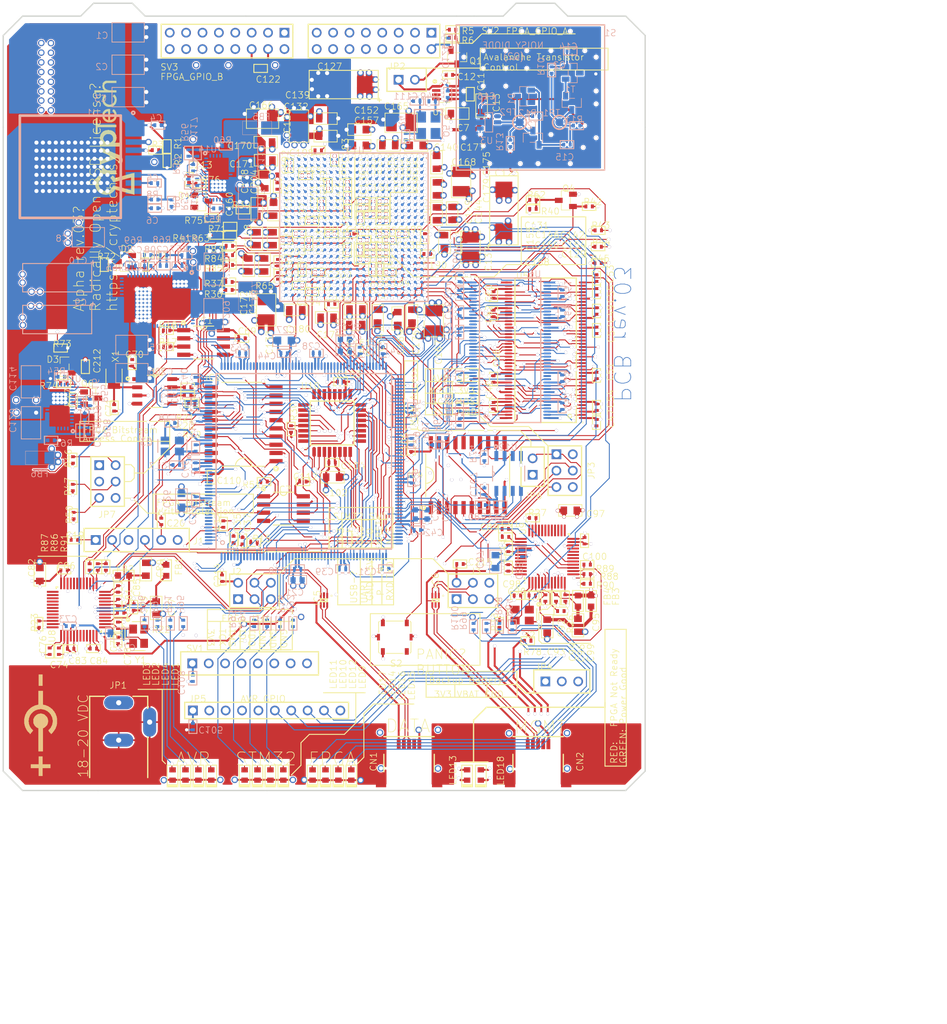
<source format=kicad_pcb>
(kicad_pcb (version 4) (host pcbnew 4.0.2+dfsg1-stable)

  (general
    (links 1412)
    (no_connects 81)
    (area -32.294114 -104.250001 148.466654 54.64848)
    (thickness 1.6)
    (drawings 7054)
    (tracks 9335)
    (zones 0)
    (modules 385)
    (nets 303)
  )

  (page A4)
  (layers
    (0 F.Cu signal)
    (1 In1.Cu power)
    (2 In2.Cu mixed)
    (3 In3.Cu power)
    (4 In4.Cu power)
    (5 In5.Cu mixed)
    (6 In6.Cu power)
    (31 B.Cu signal)
    (32 B.Adhes user)
    (33 F.Adhes user)
    (34 B.Paste user)
    (35 F.Paste user)
    (36 B.SilkS user)
    (37 F.SilkS user)
    (38 B.Mask user)
    (39 F.Mask user)
    (40 Dwgs.User user)
    (41 Cmts.User user)
    (42 Eco1.User user)
    (43 Eco2.User user)
    (44 Edge.Cuts user)
    (45 Margin user)
    (46 B.CrtYd user)
    (47 F.CrtYd user)
    (48 B.Fab user)
    (49 F.Fab user)
  )

  (setup
    (last_trace_width 0.254)
    (trace_clearance 0.15)
    (zone_clearance 0.0144)
    (zone_45_only no)
    (trace_min 0.15)
    (segment_width 0.2)
    (edge_width 0.1)
    (via_size 0.889)
    (via_drill 0.635)
    (via_min_size 0.889)
    (via_min_drill 0.508)
    (uvia_size 0.508)
    (uvia_drill 0.127)
    (uvias_allowed no)
    (uvia_min_size 0.508)
    (uvia_min_drill 0.127)
    (pcb_text_width 0.3)
    (pcb_text_size 1.5 1.5)
    (mod_edge_width 0.15)
    (mod_text_size 1 1)
    (mod_text_width 0.15)
    (pad_size 1.5 1.5)
    (pad_drill 0.6)
    (pad_to_mask_clearance 0)
    (aux_axis_origin 0 0)
    (visible_elements 7FFFFF7F)
    (pcbplotparams
      (layerselection 0x00030_80000001)
      (usegerberextensions false)
      (excludeedgelayer true)
      (linewidth 0.100000)
      (plotframeref false)
      (viasonmask false)
      (mode 1)
      (useauxorigin false)
      (hpglpennumber 1)
      (hpglpenspeed 20)
      (hpglpendiameter 15)
      (hpglpenoverlay 2)
      (psnegative false)
      (psa4output false)
      (plotreference true)
      (plotvalue true)
      (plotinvisibletext false)
      (padsonsilk false)
      (subtractmaskfromsilk false)
      (outputformat 1)
      (mirror false)
      (drillshape 0)
      (scaleselection 1)
      (outputdirectory GerberOutput/))
  )

  (net 0 "")
  (net 1 DM_P)
  (net 2 DM_N)
  (net 3 3V3_BATT)
  (net 4 15V_LDO_ENABLE)
  (net 5 15V_STABLE)
  (net 6 GND)
  (net 7 NetC15_2)
  (net 8 AMPLIFIED)
  (net 9 ARM_FPGA_CFG_CS_N)
  (net 10 ARM_FPGA_CFG_MISO)
  (net 11 ARM_FPGA_CFG_MOSI)
  (net 12 ARM_FPGA_CFG_SCLK)
  (net 13 ARM_LED1)
  (net 14 ARM_LED2)
  (net 15 ARM_LED3)
  (net 16 ARM_LED4)
  (net 17 AVR_GPIO_0)
  (net 18 AVR_GPIO_1)
  (net 19 AVR_GPIO_2)
  (net 20 AVR_GPIO_3)
  (net 21 AVR_GPIO_4)
  (net 22 AVR_GPIO_5)
  (net 23 AVR_GPIO_6)
  (net 24 AVR_GPIO_7)
  (net 25 AVR_GPIO_ARM_0)
  (net 26 AVR_GPIO_ARM_1)
  (net 27 AVR_GPIO_ARM_2)
  (net 28 AVR_GPIO_ARM_3)
  (net 29 AVR_GPIO_FPGA_0)
  (net 30 AVR_GPIO_FPGA_1)
  (net 31 AVR_GPIO_FPGA_2)
  (net 32 AVR_GPIO_FPGA_3)
  (net 33 AVR_LED1)
  (net 34 AVR_LED2)
  (net 35 AVR_LED3)
  (net 36 AVR_LED4)
  (net 37 AVR_PANIC)
  (net 38 AVR_RESET)
  (net 39 BOOT0)
  (net 40 D1_N)
  (net 41 D1_P)
  (net 42 DIGITIZED_NOISE)
  (net 43 FMC_A0)
  (net 44 FMC_A1)
  (net 45 FMC_A2)
  (net 46 FMC_A3)
  (net 47 FMC_A4)
  (net 48 FMC_A5)
  (net 49 FMC_A6)
  (net 50 FMC_A7)
  (net 51 FMC_A8)
  (net 52 FMC_A9)
  (net 53 FMC_A10)
  (net 54 FMC_A11)
  (net 55 FMC_A12)
  (net 56 FMC_A13)
  (net 57 FMC_A14)
  (net 58 FMC_A15)
  (net 59 FMC_A16)
  (net 60 FMC_A17)
  (net 61 FMC_A18)
  (net 62 FMC_A19)
  (net 63 FMC_A20)
  (net 64 FMC_A21)
  (net 65 FMC_A22)
  (net 66 FMC_A23)
  (net 67 FMC_A24)
  (net 68 FMC_A25)
  (net 69 FMC_CLK)
  (net 70 FMC_D0)
  (net 71 FMC_D1)
  (net 72 FMC_D2)
  (net 73 FMC_D3)
  (net 74 FMC_D4)
  (net 75 FMC_D5)
  (net 76 FMC_D6)
  (net 77 FMC_D7)
  (net 78 FMC_D8)
  (net 79 FMC_D9)
  (net 80 FMC_D10)
  (net 81 FMC_D11)
  (net 82 FMC_D12)
  (net 83 FMC_D13)
  (net 84 FMC_D14)
  (net 85 FMC_D15)
  (net 86 FMC_D16)
  (net 87 FMC_D17)
  (net 88 FMC_D18)
  (net 89 FMC_D19)
  (net 90 FMC_D20)
  (net 91 FMC_D21)
  (net 92 FMC_D22)
  (net 93 FMC_D23)
  (net 94 FMC_D24)
  (net 95 FMC_D25)
  (net 96 FMC_D26)
  (net 97 FMC_D27)
  (net 98 FMC_D28)
  (net 99 FMC_D29)
  (net 100 FMC_D30)
  (net 101 FMC_D31)
  (net 102 FMC_NBL0)
  (net 103 FMC_NBL1)
  (net 104 FMC_NBL2)
  (net 105 FMC_NBL3)
  (net 106 FMC_NE1)
  (net 107 FMC_NL)
  (net 108 FMC_NOE)
  (net 109 FMC_NWAIT)
  (net 110 FMC_NWE)
  (net 111 FMC_SDCKE0)
  (net 112 FMC_SDCKE1)
  (net 113 FMC_SDCLK)
  (net 114 FMC_SDNCAS)
  (net 115 FMC_SDNE0)
  (net 116 FMC_SDNE1)
  (net 117 FMC_SDNRAS)
  (net 118 FMC_SDNWE)
  (net 119 FPGA_CFG_CS_N1)
  (net 120 FPGA_CFG_CS_N)
  (net 121 FPGA_CFG_CTRL_ARM_ENA)
  (net 122 FPGA_CFG_CTRL_FPGA_DIS)
  (net 123 FPGA_CFG_MISO1)
  (net 124 FPGA_CFG_MISO)
  (net 125 FPGA_CFG_MOSI1)
  (net 126 FPGA_CFG_MOSI)
  (net 127 FPGA_CFG_SCLK1)
  (net 128 FPGA_CFG_SCLK)
  (net 129 FPGA_DONE_INT)
  (net 130 FPGA_DONE)
  (net 131 FPGA_ENTROPY_DISABLE)
  (net 132 FPGA_GCLK)
  (net 133 FPGA_GPIO_A_0)
  (net 134 FPGA_GPIO_A_1)
  (net 135 FPGA_GPIO_A_2)
  (net 136 FPGA_GPIO_A_3)
  (net 137 FPGA_GPIO_A_4)
  (net 138 FPGA_GPIO_A_5)
  (net 139 FPGA_GPIO_A_6)
  (net 140 FPGA_GPIO_A_7)
  (net 141 FPGA_GPIO_B_0)
  (net 142 FPGA_GPIO_B_1)
  (net 143 FPGA_GPIO_B_2)
  (net 144 FPGA_GPIO_B_3)
  (net 145 FPGA_GPIO_B_4)
  (net 146 FPGA_GPIO_B_5)
  (net 147 FPGA_GPIO_B_6)
  (net 148 FPGA_GPIO_B_7)
  (net 149 FPGA_GPIO_LED_0)
  (net 150 FPGA_GPIO_LED_1)
  (net 151 FPGA_GPIO_LED_2)
  (net 152 FPGA_GPIO_LED_3)
  (net 153 FPGA_INIT_B_INT1)
  (net 154 FPGA_INIT_B_INT)
  (net 155 FPGA_INIT_B)
  (net 156 FPGA_IRQ_N_0)
  (net 157 FPGA_IRQ_N_1)
  (net 158 FPGA_IRQ_N_2)
  (net 159 FPGA_IRQ_N_3)
  (net 160 FPGA_JTAG_TCK)
  (net 161 FPGA_JTAG_TDI)
  (net 162 FPGA_JTAG_TDO)
  (net 163 FPGA_JTAG_TMS)
  (net 164 FPGA_M0)
  (net 165 FPGA_M1)
  (net 166 FPGA_M2)
  (net 167 FPGA_PROGRAM_B1)
  (net 168 FPGA_PROGRAM_B)
  (net 169 FPGA_PROM_CS_N)
  (net 170 FPGA_PROM_MISO)
  (net 171 FPGA_PROM_MOSI)
  (net 172 FPGA_PROM_SCLK)
  (net 173 FPGA_PROM_W_N)
  (net 174 FPGA_VCCAUX_1V8)
  (net 175 FPGA_VCCINT_1V0)
  (net 176 FT_CTS)
  (net 177 FT_DTR)
  (net 178 FT_MGMT_CTS)
  (net 179 FT_MGMT_DTR)
  (net 180 FT_MGMT_RTS)
  (net 181 FT_MGMT_RXD1)
  (net 182 FT_MGMT_RXD)
  (net 183 FT_MGMT_TXD1)
  (net 184 FT_MGMT_TXD)
  (net 185 FT_MGMT_VCC3V3)
  (net 186 FT_MGMT_VPHY)
  (net 187 FT_MGMT_VPLL)
  (net 188 FT_MGMT_VREGIN)
  (net 189 FT_REF1)
  (net 190 FT_REF)
  (net 191 FT_RESET1)
  (net 192 FT_RESET)
  (net 193 FT_RTS)
  (net 194 FT_RXD1)
  (net 195 FT_RXD)
  (net 196 FT_TXD1)
  (net 197 FT_TXD)
  (net 198 FT_VCC3V3)
  (net 199 FT_VCCA1)
  (net 200 FT_VCCA)
  (net 201 FT_VCCORE1)
  (net 202 FT_VCCORE)
  (net 203 FT_VPHY)
  (net 204 FT_VPLL)
  (net 205 FT_VREGIN)
  (net 206 KSM_PROM_CS_N)
  (net 207 KSM_PROM_MISO)
  (net 208 KSM_PROM_MOSI)
  (net 209 KSM_PROM_SCLK)
  (net 210 MKM_AVR_CS_N)
  (net 211 MKM_AVR_MISO)
  (net 212 MKM_AVR_MOSI)
  (net 213 MKM_AVR_SCK)
  (net 214 MKM_CONTROL_AVR_ENA)
  (net 215 MKM_CONTROL_FPGA_DIS)
  (net 216 MKM_CS_N)
  (net 217 MKM_FPGA_CS_N)
  (net 218 MKM_FPGA_MISO)
  (net 219 MKM_FPGA_MOSI)
  (net 220 MKM_FPGA_SCK)
  (net 221 MKM_MISO)
  (net 222 MKM_MOSI)
  (net 223 MKM_SCK)
  (net 224 NetC5_1)
  (net 225 NetC11_1)
  (net 226 NetC12_2)
  (net 227 NetC17_2)
  (net 228 NetC70_2)
  (net 229 NetC71_2)
  (net 230 NetC75_2)
  (net 231 NetC78_2)
  (net 232 NetC90_2)
  (net 233 NetC93_2)
  (net 234 NetC115_1)
  (net 235 NetC116_1)
  (net 236 NetC117_1)
  (net 237 NetC117_2)
  (net 238 NetC118_1)
  (net 239 NetC118_2)
  (net 240 NetC207_1)
  (net 241 NetC208_1)
  (net 242 NetC208_2)
  (net 243 NetIC1_3)
  (net 244 NetJP2_2)
  (net 245 NetLED1_1)
  (net 246 NetLED2_1)
  (net 247 NetLED3_1)
  (net 248 NetLED4_1)
  (net 249 NetLED9_1)
  (net 250 NetLED10_1)
  (net 251 NetLED11_1)
  (net 252 NetLED12_1)
  (net 253 NetLED13_1)
  (net 254 NetLED14_1)
  (net 255 NetLED15_1)
  (net 256 NetLED16_1)
  (net 257 NetLED17_1)
  (net 258 NetLED18_1)
  (net 259 NetLED18_2)
  (net 260 NetQ1_1)
  (net 261 NetQ5_1)
  (net 262 NetQ5_3)
  (net 263 NetR1_1)
  (net 264 NetR3_2)
  (net 265 NetR8_1)
  (net 266 NetR32_2)
  (net 267 NetR33_2)
  (net 268 NetR52_1)
  (net 269 NetR53_2)
  (net 270 NetR54_1)
  (net 271 NetR55_2)
  (net 272 NetR65_1)
  (net 273 NetR66_1)
  (net 274 NetR67_1)
  (net 275 NOISE_IN)
  (net 276 NOISE_OUT)
  (net 277 NRST)
  (net 278 OSC_IN)
  (net 279 OSC_OUT)
  (net 280 POK_VCCAUX)
  (net 281 POK_VCCINT)
  (net 282 POK_VCCO)
  (net 283 PWR_18V)
  (net 284 PWR_ENA_VCCAUX)
  (net 285 PWR_ENA_VCCINT)
  (net 286 PWR_ENA_VCCO)
  (net 287 RAW_NOISE)
  (net 288 RTC_MFP)
  (net 289 RTC_SCL)
  (net 290 RTC_SDA)
  (net 291 SPI_A_TRISTATE)
  (net 292 SPI_B_TRISTATE)
  (net 293 SWDCLK)
  (net 294 SWDIO)
  (net 295 USB_MGMT_N)
  (net 296 USB_MGMT_P)
  (net 297 USB_N)
  (net 298 USB_P)
  (net 299 VCAP1)
  (net 300 VCAP2)
  (net 301 VCC_5V0)
  (net 302 VCCO_3V3)

  (net_class Default "This is the default net class."
    (clearance 0.15)
    (trace_width 0.254)
    (via_dia 0.889)
    (via_drill 0.635)
    (uvia_dia 0.508)
    (uvia_drill 0.127)
    (add_net 15V_LDO_ENABLE)
    (add_net 15V_STABLE)
    (add_net 3V3_BATT)
    (add_net AMPLIFIED)
    (add_net ARM_FPGA_CFG_CS_N)
    (add_net ARM_FPGA_CFG_MISO)
    (add_net ARM_FPGA_CFG_MOSI)
    (add_net ARM_FPGA_CFG_SCLK)
    (add_net ARM_LED1)
    (add_net ARM_LED2)
    (add_net ARM_LED3)
    (add_net ARM_LED4)
    (add_net AVR_GPIO_0)
    (add_net AVR_GPIO_1)
    (add_net AVR_GPIO_2)
    (add_net AVR_GPIO_3)
    (add_net AVR_GPIO_4)
    (add_net AVR_GPIO_5)
    (add_net AVR_GPIO_6)
    (add_net AVR_GPIO_7)
    (add_net AVR_GPIO_ARM_0)
    (add_net AVR_GPIO_ARM_1)
    (add_net AVR_GPIO_ARM_2)
    (add_net AVR_GPIO_ARM_3)
    (add_net AVR_GPIO_FPGA_0)
    (add_net AVR_GPIO_FPGA_1)
    (add_net AVR_GPIO_FPGA_2)
    (add_net AVR_GPIO_FPGA_3)
    (add_net AVR_LED1)
    (add_net AVR_LED2)
    (add_net AVR_LED3)
    (add_net AVR_LED4)
    (add_net AVR_PANIC)
    (add_net AVR_RESET)
    (add_net BOOT0)
    (add_net DIGITIZED_NOISE)
    (add_net FPGA_CFG_CS_N)
    (add_net FPGA_CFG_CS_N1)
    (add_net FPGA_CFG_CTRL_ARM_ENA)
    (add_net FPGA_CFG_CTRL_FPGA_DIS)
    (add_net FPGA_CFG_MISO)
    (add_net FPGA_CFG_MISO1)
    (add_net FPGA_CFG_MOSI)
    (add_net FPGA_CFG_MOSI1)
    (add_net FPGA_CFG_SCLK)
    (add_net FPGA_CFG_SCLK1)
    (add_net FPGA_DONE)
    (add_net FPGA_DONE_INT)
    (add_net FPGA_ENTROPY_DISABLE)
    (add_net FPGA_GCLK)
    (add_net FPGA_GPIO_LED_0)
    (add_net FPGA_GPIO_LED_1)
    (add_net FPGA_GPIO_LED_2)
    (add_net FPGA_GPIO_LED_3)
    (add_net FPGA_INIT_B)
    (add_net FPGA_INIT_B_INT)
    (add_net FPGA_INIT_B_INT1)
    (add_net FPGA_IRQ_N_0)
    (add_net FPGA_IRQ_N_1)
    (add_net FPGA_IRQ_N_2)
    (add_net FPGA_IRQ_N_3)
    (add_net FPGA_JTAG_TCK)
    (add_net FPGA_JTAG_TDI)
    (add_net FPGA_JTAG_TDO)
    (add_net FPGA_JTAG_TMS)
    (add_net FPGA_M0)
    (add_net FPGA_M1)
    (add_net FPGA_M2)
    (add_net FPGA_PROGRAM_B)
    (add_net FPGA_PROGRAM_B1)
    (add_net FPGA_PROM_CS_N)
    (add_net FPGA_PROM_MISO)
    (add_net FPGA_PROM_MOSI)
    (add_net FPGA_PROM_SCLK)
    (add_net FPGA_PROM_W_N)
    (add_net FPGA_VCCAUX_1V8)
    (add_net FPGA_VCCINT_1V0)
    (add_net FT_CTS)
    (add_net FT_DTR)
    (add_net FT_MGMT_CTS)
    (add_net FT_MGMT_DTR)
    (add_net FT_MGMT_RTS)
    (add_net FT_MGMT_RXD)
    (add_net FT_MGMT_RXD1)
    (add_net FT_MGMT_TXD)
    (add_net FT_MGMT_TXD1)
    (add_net FT_MGMT_VCC3V3)
    (add_net FT_MGMT_VPHY)
    (add_net FT_MGMT_VPLL)
    (add_net FT_MGMT_VREGIN)
    (add_net FT_REF)
    (add_net FT_REF1)
    (add_net FT_RESET)
    (add_net FT_RESET1)
    (add_net FT_RTS)
    (add_net FT_RXD)
    (add_net FT_RXD1)
    (add_net FT_TXD)
    (add_net FT_TXD1)
    (add_net FT_VCC3V3)
    (add_net FT_VCCA)
    (add_net FT_VCCA1)
    (add_net FT_VCCORE)
    (add_net FT_VCCORE1)
    (add_net FT_VPHY)
    (add_net FT_VPLL)
    (add_net FT_VREGIN)
    (add_net GND)
    (add_net KSM_PROM_CS_N)
    (add_net KSM_PROM_MISO)
    (add_net KSM_PROM_MOSI)
    (add_net KSM_PROM_SCLK)
    (add_net MKM_AVR_CS_N)
    (add_net MKM_AVR_MISO)
    (add_net MKM_AVR_MOSI)
    (add_net MKM_AVR_SCK)
    (add_net MKM_CONTROL_AVR_ENA)
    (add_net MKM_CONTROL_FPGA_DIS)
    (add_net MKM_CS_N)
    (add_net MKM_FPGA_CS_N)
    (add_net MKM_FPGA_MISO)
    (add_net MKM_FPGA_MOSI)
    (add_net MKM_FPGA_SCK)
    (add_net MKM_MISO)
    (add_net MKM_MOSI)
    (add_net MKM_SCK)
    (add_net NOISE_IN)
    (add_net NOISE_OUT)
    (add_net NRST)
    (add_net NetC115_1)
    (add_net NetC116_1)
    (add_net NetC117_1)
    (add_net NetC117_2)
    (add_net NetC118_1)
    (add_net NetC118_2)
    (add_net NetC11_1)
    (add_net NetC12_2)
    (add_net NetC15_2)
    (add_net NetC17_2)
    (add_net NetC207_1)
    (add_net NetC208_1)
    (add_net NetC208_2)
    (add_net NetC5_1)
    (add_net NetC70_2)
    (add_net NetC71_2)
    (add_net NetC75_2)
    (add_net NetC78_2)
    (add_net NetC90_2)
    (add_net NetC93_2)
    (add_net NetIC1_3)
    (add_net NetJP2_2)
    (add_net NetLED10_1)
    (add_net NetLED11_1)
    (add_net NetLED12_1)
    (add_net NetLED13_1)
    (add_net NetLED14_1)
    (add_net NetLED15_1)
    (add_net NetLED16_1)
    (add_net NetLED17_1)
    (add_net NetLED18_1)
    (add_net NetLED18_2)
    (add_net NetLED1_1)
    (add_net NetLED2_1)
    (add_net NetLED3_1)
    (add_net NetLED4_1)
    (add_net NetLED9_1)
    (add_net NetQ1_1)
    (add_net NetQ5_1)
    (add_net NetQ5_3)
    (add_net NetR1_1)
    (add_net NetR32_2)
    (add_net NetR33_2)
    (add_net NetR3_2)
    (add_net NetR52_1)
    (add_net NetR53_2)
    (add_net NetR54_1)
    (add_net NetR55_2)
    (add_net NetR65_1)
    (add_net NetR66_1)
    (add_net NetR67_1)
    (add_net NetR8_1)
    (add_net OSC_IN)
    (add_net OSC_OUT)
    (add_net POK_VCCAUX)
    (add_net POK_VCCINT)
    (add_net POK_VCCO)
    (add_net PWR_18V)
    (add_net PWR_ENA_VCCAUX)
    (add_net PWR_ENA_VCCINT)
    (add_net PWR_ENA_VCCO)
    (add_net RAW_NOISE)
    (add_net RTC_MFP)
    (add_net RTC_SCL)
    (add_net RTC_SDA)
    (add_net SPI_A_TRISTATE)
    (add_net SPI_B_TRISTATE)
    (add_net SWDCLK)
    (add_net SWDIO)
    (add_net VCAP1)
    (add_net VCAP2)
    (add_net VCCO_3V3)
    (add_net VCC_5V0)
  )

  (net_class FMC FMC
    (clearance 0.15)
    (trace_width 0.254)
    (via_dia 0.889)
    (via_drill 0.635)
    (uvia_dia 0.508)
    (uvia_drill 0.127)
    (add_net FMC_A0)
    (add_net FMC_A1)
    (add_net FMC_A10)
    (add_net FMC_A11)
    (add_net FMC_A12)
    (add_net FMC_A13)
    (add_net FMC_A14)
    (add_net FMC_A15)
    (add_net FMC_A16)
    (add_net FMC_A17)
    (add_net FMC_A18)
    (add_net FMC_A19)
    (add_net FMC_A2)
    (add_net FMC_A20)
    (add_net FMC_A21)
    (add_net FMC_A22)
    (add_net FMC_A23)
    (add_net FMC_A24)
    (add_net FMC_A25)
    (add_net FMC_A3)
    (add_net FMC_A4)
    (add_net FMC_A5)
    (add_net FMC_A6)
    (add_net FMC_A7)
    (add_net FMC_A8)
    (add_net FMC_A9)
    (add_net FMC_CLK)
    (add_net FMC_D0)
    (add_net FMC_D1)
    (add_net FMC_D10)
    (add_net FMC_D11)
    (add_net FMC_D12)
    (add_net FMC_D13)
    (add_net FMC_D14)
    (add_net FMC_D15)
    (add_net FMC_D16)
    (add_net FMC_D17)
    (add_net FMC_D18)
    (add_net FMC_D19)
    (add_net FMC_D2)
    (add_net FMC_D20)
    (add_net FMC_D21)
    (add_net FMC_D22)
    (add_net FMC_D23)
    (add_net FMC_D24)
    (add_net FMC_D25)
    (add_net FMC_D26)
    (add_net FMC_D27)
    (add_net FMC_D28)
    (add_net FMC_D29)
    (add_net FMC_D3)
    (add_net FMC_D30)
    (add_net FMC_D31)
    (add_net FMC_D4)
    (add_net FMC_D5)
    (add_net FMC_D6)
    (add_net FMC_D7)
    (add_net FMC_D8)
    (add_net FMC_D9)
    (add_net FMC_NBL0)
    (add_net FMC_NBL1)
    (add_net FMC_NBL2)
    (add_net FMC_NBL3)
    (add_net FMC_NE1)
    (add_net FMC_NL)
    (add_net FMC_NOE)
    (add_net FMC_NWAIT)
    (add_net FMC_NWE)
    (add_net FMC_SDCKE0)
    (add_net FMC_SDCKE1)
    (add_net FMC_SDCLK)
    (add_net FMC_SDNCAS)
    (add_net FMC_SDNE0)
    (add_net FMC_SDNE1)
    (add_net FMC_SDNRAS)
    (add_net FMC_SDNWE)
  )

  (net_class FPGA_GPIO FPGA_GPIO
    (clearance 0.15)
    (trace_width 0.254)
    (via_dia 0.889)
    (via_drill 0.635)
    (uvia_dia 0.508)
    (uvia_drill 0.127)
    (add_net FPGA_GPIO_A_0)
    (add_net FPGA_GPIO_A_1)
    (add_net FPGA_GPIO_A_2)
    (add_net FPGA_GPIO_A_3)
    (add_net FPGA_GPIO_A_4)
    (add_net FPGA_GPIO_A_5)
    (add_net FPGA_GPIO_A_6)
    (add_net FPGA_GPIO_A_7)
    (add_net FPGA_GPIO_B_0)
    (add_net FPGA_GPIO_B_1)
    (add_net FPGA_GPIO_B_2)
    (add_net FPGA_GPIO_B_3)
    (add_net FPGA_GPIO_B_4)
    (add_net FPGA_GPIO_B_5)
    (add_net FPGA_GPIO_B_6)
    (add_net FPGA_GPIO_B_7)
  )

  (net_class USB USB
    (clearance 0.15)
    (trace_width 0.254)
    (via_dia 0.889)
    (via_drill 0.635)
    (uvia_dia 0.508)
    (uvia_drill 0.127)
    (add_net D1_N)
    (add_net D1_P)
    (add_net DM_N)
    (add_net DM_P)
    (add_net USB_MGMT_N)
    (add_net USB_MGMT_P)
    (add_net USB_N)
    (add_net USB_P)
  )

  (module HDR1X10 (layer F.Cu) (tedit 4289BEAB) (tstamp 539EEDBF)
    (at 31.5 6)
    (path /539EEC0F)
    (attr smd)
    (fp_text reference JP5 (at 0 0) (layer F.SilkS) hide
      (effects (font (thickness 0.05)))
    )
    (fp_text value "Connector; Header; 10 Position" (at 0 0) (layer F.SilkS) hide
      (effects (font (thickness 0.05)))
    )
    (pad 3 thru_hole circle (at 5.08 0) (size 1.5 1.5) (drill 1) (layers *.Cu *.Paste *.Mask)
      (net 18 AVR_GPIO_1))
    (pad 10 thru_hole circle (at 22.86 0) (size 1.5 1.5) (drill 1) (layers *.Cu *.Paste *.Mask)
      (net 6 GND))
    (pad 9 thru_hole circle (at 20.32 0) (size 1.5 1.5) (drill 1) (layers *.Cu *.Paste *.Mask)
      (net 24 AVR_GPIO_7))
    (pad 8 thru_hole circle (at 17.78 0) (size 1.5 1.5) (drill 1) (layers *.Cu *.Paste *.Mask)
      (net 23 AVR_GPIO_6))
    (pad 7 thru_hole circle (at 15.24 0) (size 1.5 1.5) (drill 1) (layers *.Cu *.Paste *.Mask)
      (net 22 AVR_GPIO_5))
    (pad 6 thru_hole circle (at 12.7 0) (size 1.5 1.5) (drill 1) (layers *.Cu *.Paste *.Mask)
      (net 21 AVR_GPIO_4))
    (pad 5 thru_hole circle (at 10.16 0) (size 1.5 1.5) (drill 1) (layers *.Cu *.Paste *.Mask)
      (net 20 AVR_GPIO_3))
    (pad 4 thru_hole circle (at 7.62 0) (size 1.5 1.5) (drill 1) (layers *.Cu *.Paste *.Mask)
      (net 19 AVR_GPIO_2))
    (pad 2 thru_hole circle (at 2.54 0) (size 1.5 1.5) (drill 1) (layers *.Cu *.Paste *.Mask)
      (net 17 AVR_GPIO_0))
    (pad 1 thru_hole rect (at 0 0) (size 1.5 1.5) (drill 1) (layers *.Cu *.Paste *.Mask)
      (net 302 VCCO_3V3))
  )

  (module PLS-2 (layer F.Cu) (tedit 4289BEAB) (tstamp 539EEDBF)
    (at 84.16075 -31.8)
    (path /539EEC0F)
    (attr smd)
    (fp_text reference JP6 (at 0 0) (layer F.SilkS) hide
      (effects (font (thickness 0.05)))
    )
    (fp_text value "" (at 0 0) (layer F.SilkS) hide
      (effects (font (thickness 0.05)))
    )
    (pad 1 thru_hole rect (at -0.00001 1.27 90) (size 1.5 1.5) (drill 1) (layers *.Cu *.Paste *.Mask)
      (net 6 GND))
    (pad 2 thru_hole circle (at -0.00001 -1.27 90) (size 1.5 1.5) (drill 1) (layers *.Cu *.Paste *.Mask)
      (net 211 MKM_AVR_MISO))
    (model /home/ft/work/cryptech/official/user/ft/alpha_to_kicad/rev03-Altium/wrlshp/3416A7AC-A52A.wrl
      (at (xyz 0 0 0))
      (scale (xyz 1 1 1))
      (rotate (xyz 0 0 180))
    )
  )

  (module C_1210 (layer B.Cu) (tedit 4289BEAB) (tstamp 539EEDBF)
    (at 21.463 -99.0854)
    (path /539EEC0F)
    (attr smd)
    (fp_text reference C1 (at 0 0) (layer F.SilkS) hide
      (effects (font (thickness 0.05)))
    )
    (fp_text value "" (at 0 0) (layer F.SilkS) hide
      (effects (font (thickness 0.05)))
    )
    (pad 2 smd rect (at 1.5 0) (size 1.6 2.6) (layers B.Cu B.Paste B.Mask)
      (net 6 GND))
    (pad 1 smd rect (at -1.5 0) (size 1.6 2.6) (layers B.Cu B.Paste B.Mask)
      (net 283 PWR_18V))
    (model /home/ft/work/cryptech/official/user/ft/alpha_to_kicad/rev03-Altium/wrlshp/F26EE9BE-B6B0.wrl
      (at (xyz 0 0 0))
      (scale (xyz 1 1 1))
      (rotate (xyz 0 0 360))
    )
  )

  (module C_1210 (layer B.Cu) (tedit 4289BEAB) (tstamp 539EEDBF)
    (at 21.463 -94.0689)
    (path /539EEC0F)
    (attr smd)
    (fp_text reference C2 (at 0 0) (layer F.SilkS) hide
      (effects (font (thickness 0.05)))
    )
    (fp_text value "" (at 0 0) (layer F.SilkS) hide
      (effects (font (thickness 0.05)))
    )
    (pad 1 smd rect (at -1.5 0) (size 1.6 2.6) (layers B.Cu B.Paste B.Mask)
      (net 283 PWR_18V))
    (pad 2 smd rect (at 1.5 0) (size 1.6 2.6) (layers B.Cu B.Paste B.Mask)
      (net 6 GND))
    (model /home/ft/work/cryptech/official/user/ft/alpha_to_kicad/rev03-Altium/wrlshp/F26EE9BE-B6B0.wrl
      (at (xyz 0 0 0))
      (scale (xyz 1 1 1))
      (rotate (xyz 0 0 360))
    )
  )

  (module C_1210 (layer B.Cu) (tedit 4289BEAB) (tstamp 539EEDBF)
    (at 21.463 -89.0524)
    (path /539EEC0F)
    (attr smd)
    (fp_text reference C3 (at 0 0) (layer F.SilkS) hide
      (effects (font (thickness 0.05)))
    )
    (fp_text value "" (at 0 0) (layer F.SilkS) hide
      (effects (font (thickness 0.05)))
    )
    (pad 2 smd rect (at 1.5 0) (size 1.6 2.6) (layers B.Cu B.Paste B.Mask)
      (net 6 GND))
    (pad 1 smd rect (at -1.5 0) (size 1.6 2.6) (layers B.Cu B.Paste B.Mask)
      (net 283 PWR_18V))
    (model /home/ft/work/cryptech/official/user/ft/alpha_to_kicad/rev03-Altium/wrlshp/F26EE9BE-B6B0.wrl
      (at (xyz 0 0 0))
      (scale (xyz 1 1 1))
      (rotate (xyz 0 0 360))
    )
  )

  (module C_0402 (layer B.Cu) (tedit 4289BEAB) (tstamp 539EEDBF)
    (at 26.1 -84.7)
    (path /539EEC0F)
    (attr smd)
    (fp_text reference C4 (at 0 0) (layer F.SilkS) hide
      (effects (font (thickness 0.05)))
    )
    (fp_text value "" (at 0 0) (layer F.SilkS) hide
      (effects (font (thickness 0.05)))
    )
    (pad 1 smd rect (at -0.5 0) (size 0.45 0.6) (layers B.Cu B.Paste B.Mask)
      (net 283 PWR_18V))
    (pad 2 smd rect (at 0.5 0) (size 0.45 0.6) (layers B.Cu B.Paste B.Mask)
      (net 6 GND))
    (model /home/ft/work/cryptech/official/user/ft/alpha_to_kicad/rev03-Altium/wrlshp/ECAF1ED8-FCC0.wrl
      (at (xyz 0 0 0))
      (scale (xyz 1 1 1))
      (rotate (xyz 0 0 360))
    )
  )

  (module C_0402 (layer B.Cu) (tedit 4289BEAB) (tstamp 539EEDBF)
    (at 25.55 -75.725)
    (path /539EEC0F)
    (attr smd)
    (fp_text reference C5 (at 0 0) (layer F.SilkS) hide
      (effects (font (thickness 0.05)))
    )
    (fp_text value "" (at 0 0) (layer F.SilkS) hide
      (effects (font (thickness 0.05)))
    )
    (pad 2 smd rect (at 0.5 0) (size 0.45 0.6) (layers B.Cu B.Paste B.Mask)
      (net 6 GND))
    (pad 1 smd rect (at -0.5 0) (size 0.45 0.6) (layers B.Cu B.Paste B.Mask)
      (net 224 NetC5_1))
    (model /home/ft/work/cryptech/official/user/ft/alpha_to_kicad/rev03-Altium/wrlshp/ECAF1ED8-FCC0.wrl
      (at (xyz 0 0 0))
      (scale (xyz 1 1 1))
      (rotate (xyz 0 0 360))
    )
  )

  (module C_0402 (layer B.Cu) (tedit 4289BEAB) (tstamp 539EEDBF)
    (at 25.5778 -71.8312)
    (path /539EEC0F)
    (attr smd)
    (fp_text reference C6 (at 0 0) (layer F.SilkS) hide
      (effects (font (thickness 0.05)))
    )
    (fp_text value "" (at 0 0) (layer F.SilkS) hide
      (effects (font (thickness 0.05)))
    )
    (pad 1 smd rect (at -0.5 0) (size 0.45 0.6) (layers B.Cu B.Paste B.Mask)
      (net 301 VCC_5V0))
    (pad 2 smd rect (at 0.5 0) (size 0.45 0.6) (layers B.Cu B.Paste B.Mask)
      (net 6 GND))
    (model /home/ft/work/cryptech/official/user/ft/alpha_to_kicad/rev03-Altium/wrlshp/ECAF1ED8-FCC0.wrl
      (at (xyz 0 0 0))
      (scale (xyz 1 1 1))
      (rotate (xyz 0 0 360))
    )
  )

  (module C_0805 (layer F.Cu) (tedit 4289BEAB) (tstamp 539EEDBF)
    (at 72.5 -86.5)
    (path /539EEC0F)
    (attr smd)
    (fp_text reference C7 (at 0 0) (layer F.SilkS) hide
      (effects (font (thickness 0.05)))
    )
    (fp_text value "" (at 0 0) (layer F.SilkS) hide
      (effects (font (thickness 0.05)))
    )
    (pad 2 smd rect (at -1 0 180) (size 1 1.2) (layers F.Cu F.Paste F.Mask)
      (net 6 GND))
    (pad 1 smd rect (at 1 0 180) (size 1 1.2) (layers F.Cu F.Paste F.Mask)
      (net 283 PWR_18V))
    (model /home/ft/work/cryptech/official/user/ft/alpha_to_kicad/rev03-Altium/wrlshp/68E8DA21-73BF.wrl
      (at (xyz 0 0 0))
      (scale (xyz 1 1 1))
      (rotate (xyz 0 0 0))
    )
  )

  (module C_1210 (layer B.Cu) (tedit 4289BEAB) (tstamp 539EEDBF)
    (at 15.2908 -67.3354)
    (path /539EEC0F)
    (attr smd)
    (fp_text reference C8 (at 0 0) (layer F.SilkS) hide
      (effects (font (thickness 0.05)))
    )
    (fp_text value "" (at 0 0) (layer F.SilkS) hide
      (effects (font (thickness 0.05)))
    )
    (pad 1 smd rect (at 1.5 0 180) (size 1.6 2.6) (layers B.Cu B.Paste B.Mask)
      (net 301 VCC_5V0))
    (pad 2 smd rect (at -1.5 0 180) (size 1.6 2.6) (layers B.Cu B.Paste B.Mask)
      (net 6 GND))
    (model /home/ft/work/cryptech/official/user/ft/alpha_to_kicad/rev03-Altium/wrlshp/F26EE9BE-B6B0.wrl
      (at (xyz 0 0 0))
      (scale (xyz 1 1 1))
      (rotate (xyz 0 0 0))
    )
  )

  (module C_D (layer B.Cu) (tedit 4289BEAB) (tstamp 539EEDBF)
    (at 10.4648 -54.5846)
    (path /539EEC0F)
    (attr smd)
    (fp_text reference C9 (at 0 0) (layer F.SilkS) hide
      (effects (font (thickness 0.05)))
    )
    (fp_text value "" (at 0 0) (layer F.SilkS) hide
      (effects (font (thickness 0.05)))
    )
    (pad 1 smd rect (at 3.25 0 180) (size 2.4 2.6) (layers B.Cu B.Paste B.Mask)
      (net 301 VCC_5V0))
    (pad 2 smd rect (at -3.25 0 180) (size 2.4 2.6) (layers B.Cu B.Paste B.Mask)
      (net 6 GND))
    (model /home/ft/work/cryptech/official/user/ft/alpha_to_kicad/rev03-Altium/wrlshp/5917D381-109F.wrl
      (at (xyz 0 0 0))
      (scale (xyz 1 1 1))
      (rotate (xyz 0 0 0))
    )
  )

  (module C_D (layer B.Cu) (tedit 4289BEAB) (tstamp 539EEDBF)
    (at 10.4648 -61.0616)
    (path /539EEC0F)
    (attr smd)
    (fp_text reference C10 (at 0 0) (layer F.SilkS) hide
      (effects (font (thickness 0.05)))
    )
    (fp_text value "" (at 0 0) (layer F.SilkS) hide
      (effects (font (thickness 0.05)))
    )
    (pad 2 smd rect (at -3.25 0 180) (size 2.4 2.6) (layers B.Cu B.Paste B.Mask)
      (net 6 GND))
    (pad 1 smd rect (at 3.25 0 180) (size 2.4 2.6) (layers B.Cu B.Paste B.Mask)
      (net 301 VCC_5V0))
    (model /home/ft/work/cryptech/official/user/ft/alpha_to_kicad/rev03-Altium/wrlshp/5917D381-109F.wrl
      (at (xyz 0 0 0))
      (scale (xyz 1 1 1))
      (rotate (xyz 0 0 0))
    )
  )

  (module C_0402 (layer F.Cu) (tedit 4289BEAB) (tstamp 539EEDBF)
    (at 74.5 -89.5)
    (path /539EEC0F)
    (attr smd)
    (fp_text reference C11 (at 0 0) (layer F.SilkS) hide
      (effects (font (thickness 0.05)))
    )
    (fp_text value "" (at 0 0) (layer F.SilkS) hide
      (effects (font (thickness 0.05)))
    )
    (pad 2 smd rect (at 0 0.5 270) (size 0.45 0.6) (layers F.Cu F.Paste F.Mask)
      (net 5 15V_STABLE))
    (pad 1 smd rect (at 0 -0.5 270) (size 0.45 0.6) (layers F.Cu F.Paste F.Mask)
      (net 225 NetC11_1))
    (model /home/ft/work/cryptech/official/user/ft/alpha_to_kicad/rev03-Altium/wrlshp/ECAF1ED8-FCC0.wrl
      (at (xyz 0 0 0))
      (scale (xyz 1 1 1))
      (rotate (xyz 0 0 180))
    )
  )

  (module C_0402 (layer F.Cu) (tedit 4289BEAB) (tstamp 539EEDBF)
    (at 71.25 -92.5)
    (path /539EEC0F)
    (attr smd)
    (fp_text reference C12 (at 0 0) (layer F.SilkS) hide
      (effects (font (thickness 0.05)))
    )
    (fp_text value "" (at 0 0) (layer F.SilkS) hide
      (effects (font (thickness 0.05)))
    )
    (pad 1 smd rect (at -0.5 0) (size 0.45 0.6) (layers F.Cu F.Paste F.Mask)
      (net 6 GND))
    (pad 2 smd rect (at 0.5 0) (size 0.45 0.6) (layers F.Cu F.Paste F.Mask)
      (net 226 NetC12_2))
    (model /home/ft/work/cryptech/official/user/ft/alpha_to_kicad/rev03-Altium/wrlshp/ECAF1ED8-FCC0.wrl
      (at (xyz 0 0 0))
      (scale (xyz 1 1 1))
      (rotate (xyz 0 0 360))
    )
  )

  (module C_0805 (layer F.Cu) (tedit 4289BEAB) (tstamp 539EEDBF)
    (at 76.25 -87.75)
    (path /539EEC0F)
    (attr smd)
    (fp_text reference C13 (at 0 0) (layer F.SilkS) hide
      (effects (font (thickness 0.05)))
    )
    (fp_text value "" (at 0 0) (layer F.SilkS) hide
      (effects (font (thickness 0.05)))
    )
    (pad 1 smd rect (at 0 -1 270) (size 1 1.2) (layers F.Cu F.Paste F.Mask)
      (net 5 15V_STABLE))
    (pad 2 smd rect (at 0 1 270) (size 1 1.2) (layers F.Cu F.Paste F.Mask)
      (net 6 GND))
    (model /home/ft/work/cryptech/official/user/ft/alpha_to_kicad/rev03-Altium/wrlshp/68E8DA21-73BF.wrl
      (at (xyz 0 0 0))
      (scale (xyz 1 1 1))
      (rotate (xyz 0 0 180))
    )
  )

  (module C_0402 (layer B.Cu) (tedit 4289BEAB) (tstamp 539EEDBF)
    (at 89.9922 -96.2152)
    (path /539EEC0F)
    (attr smd)
    (fp_text reference C14 (at 0 0) (layer F.SilkS) hide
      (effects (font (thickness 0.05)))
    )
    (fp_text value "" (at 0 0) (layer F.SilkS) hide
      (effects (font (thickness 0.05)))
    )
    (pad 2 smd rect (at -0.5 0 180) (size 0.45 0.6) (layers B.Cu B.Paste B.Mask)
      (net 275 NOISE_IN))
    (pad 1 smd rect (at 0.5 0 180) (size 0.45 0.6) (layers B.Cu B.Paste B.Mask)
      (net 6 GND))
    (model /home/ft/work/cryptech/official/user/ft/alpha_to_kicad/rev03-Altium/wrlshp/ECAF1ED8-FCC0.wrl
      (at (xyz 0 0 0))
      (scale (xyz 1 1 1))
      (rotate (xyz 0 0 0))
    )
  )

  (module C_0402 (layer B.Cu) (tedit 4289BEAB) (tstamp 539EEDBF)
    (at 89.4842 -81.6864)
    (path /539EEC0F)
    (attr smd)
    (fp_text reference C15 (at 0 0) (layer F.SilkS) hide
      (effects (font (thickness 0.05)))
    )
    (fp_text value "" (at 0 0) (layer F.SilkS) hide
      (effects (font (thickness 0.05)))
    )
    (pad 1 smd rect (at 0.5 0 180) (size 0.45 0.6) (layers B.Cu B.Paste B.Mask)
      (net 287 RAW_NOISE))
    (pad 2 smd rect (at -0.5 0 180) (size 0.45 0.6) (layers B.Cu B.Paste B.Mask)
      (net 7 NetC15_2))
    (model /home/ft/work/cryptech/official/user/ft/alpha_to_kicad/rev03-Altium/wrlshp/ECAF1ED8-FCC0.wrl
      (at (xyz 0 0 0))
      (scale (xyz 1 1 1))
      (rotate (xyz 0 0 0))
    )
  )

  (module C_0402 (layer B.Cu) (tedit 4289BEAB) (tstamp 539EEDBF)
    (at 77.343 -88.5444)
    (path /539EEC0F)
    (attr smd)
    (fp_text reference C16 (at 0 0) (layer F.SilkS) hide
      (effects (font (thickness 0.05)))
    )
    (fp_text value "" (at 0 0) (layer F.SilkS) hide
      (effects (font (thickness 0.05)))
    )
    (pad 2 smd rect (at -0.5 0 180) (size 0.45 0.6) (layers B.Cu B.Paste B.Mask)
      (net 302 VCCO_3V3))
    (pad 1 smd rect (at 0.5 0 180) (size 0.45 0.6) (layers B.Cu B.Paste B.Mask)
      (net 6 GND))
    (model /home/ft/work/cryptech/official/user/ft/alpha_to_kicad/rev03-Altium/wrlshp/ECAF1ED8-FCC0.wrl
      (at (xyz 0 0 0))
      (scale (xyz 1 1 1))
      (rotate (xyz 0 0 0))
    )
  )

  (module C_0402 (layer B.Cu) (tedit 4289BEAB) (tstamp 539EEDBF)
    (at 28.925 -32.05)
    (path /539EEC0F)
    (attr smd)
    (fp_text reference C17 (at 0 0) (layer F.SilkS) hide
      (effects (font (thickness 0.05)))
    )
    (fp_text value "" (at 0 0) (layer F.SilkS) hide
      (effects (font (thickness 0.05)))
    )
    (pad 1 smd rect (at -0.5 0) (size 0.45 0.6) (layers B.Cu B.Paste B.Mask)
      (net 6 GND))
    (pad 2 smd rect (at 0.5 0) (size 0.45 0.6) (layers B.Cu B.Paste B.Mask)
      (net 227 NetC17_2))
    (model /home/ft/work/cryptech/official/user/ft/alpha_to_kicad/rev03-Altium/wrlshp/ECAF1ED8-FCC0.wrl
      (at (xyz 0 0 0))
      (scale (xyz 1 1 1))
      (rotate (xyz 0 0 360))
    )
  )

  (module C_0402 (layer B.Cu) (tedit 4289BEAB) (tstamp 539EEDBF)
    (at 28.175 -38.55)
    (path /539EEC0F)
    (attr smd)
    (fp_text reference C18 (at 0 0) (layer F.SilkS) hide
      (effects (font (thickness 0.05)))
    )
    (fp_text value "" (at 0 0) (layer F.SilkS) hide
      (effects (font (thickness 0.05)))
    )
    (pad 2 smd rect (at -0.5 0 180) (size 0.45 0.6) (layers B.Cu B.Paste B.Mask)
      (net 279 OSC_OUT))
    (pad 1 smd rect (at 0.5 0 180) (size 0.45 0.6) (layers B.Cu B.Paste B.Mask)
      (net 6 GND))
    (model /home/ft/work/cryptech/official/user/ft/alpha_to_kicad/rev03-Altium/wrlshp/ECAF1ED8-FCC0.wrl
      (at (xyz 0 0 0))
      (scale (xyz 1 1 1))
      (rotate (xyz 0 0 0))
    )
  )

  (module C_0402 (layer F.Cu) (tedit 4289BEAB) (tstamp 539EEDBF)
    (at 13.125 -20.45)
    (path /539EEC0F)
    (attr smd)
    (fp_text reference C19 (at 0 0) (layer F.SilkS) hide
      (effects (font (thickness 0.05)))
    )
    (fp_text value "" (at 0 0) (layer F.SilkS) hide
      (effects (font (thickness 0.05)))
    )
    (pad 1 smd rect (at 0.5 0 180) (size 0.45 0.6) (layers F.Cu F.Paste F.Mask)
      (net 302 VCCO_3V3))
    (pad 2 smd rect (at -0.5 0 180) (size 0.45 0.6) (layers F.Cu F.Paste F.Mask)
      (net 6 GND))
    (model /home/ft/work/cryptech/official/user/ft/alpha_to_kicad/rev03-Altium/wrlshp/ECAF1ED8-FCC0.wrl
      (at (xyz 0 0 0))
      (scale (xyz 1 1 1))
      (rotate (xyz 0 0 0))
    )
  )

  (module C_0402 (layer F.Cu) (tedit 4289BEAB) (tstamp 539EEDBF)
    (at 26.6 -23.3)
    (path /539EEC0F)
    (attr smd)
    (fp_text reference C20 (at 0 0) (layer F.SilkS) hide
      (effects (font (thickness 0.05)))
    )
    (fp_text value "" (at 0 0) (layer F.SilkS) hide
      (effects (font (thickness 0.05)))
    )
    (pad 2 smd rect (at 0 -0.5 90) (size 0.45 0.6) (layers F.Cu F.Paste F.Mask)
      (net 6 GND))
    (pad 1 smd rect (at 0 0.5 90) (size 0.45 0.6) (layers F.Cu F.Paste F.Mask)
      (net 277 NRST))
    (model /home/ft/work/cryptech/official/user/ft/alpha_to_kicad/rev03-Altium/wrlshp/ECAF1ED8-FCC0.wrl
      (at (xyz 0 0 0))
      (scale (xyz 1 1 1))
      (rotate (xyz 0 0 180))
    )
  )

  (module C_0603 (layer B.Cu) (tedit 4289BEAB) (tstamp 539EEDBF)
    (at 47.7266 -14.2494)
    (path /539EEC0F)
    (attr smd)
    (fp_text reference C21 (at 0 0) (layer F.SilkS) hide
      (effects (font (thickness 0.05)))
    )
    (fp_text value "" (at 0 0) (layer F.SilkS) hide
      (effects (font (thickness 0.05)))
    )
    (pad 2 smd rect (at 0.7 0) (size 0.8 0.8) (layers B.Cu B.Paste B.Mask)
      (net 6 GND))
    (pad 1 smd rect (at -0.7 0) (size 0.8 0.8) (layers B.Cu B.Paste B.Mask)
      (net 302 VCCO_3V3))
    (model /home/ft/work/cryptech/official/user/ft/alpha_to_kicad/rev03-Altium/wrlshp/175C1D2E-5B2D.wrl
      (at (xyz 0 0 0))
      (scale (xyz 1 1 1))
      (rotate (xyz 0 0 360))
    )
  )

  (module C_0603 (layer B.Cu) (tedit 4289BEAB) (tstamp 539EEDBF)
    (at 55.0672 -51.5112)
    (path /539EEC0F)
    (attr smd)
    (fp_text reference C22 (at 0 0) (layer F.SilkS) hide
      (effects (font (thickness 0.05)))
    )
    (fp_text value "" (at 0 0) (layer F.SilkS) hide
      (effects (font (thickness 0.05)))
    )
    (pad 1 smd rect (at 0.7 0 180) (size 0.8 0.8) (layers B.Cu B.Paste B.Mask)
      (net 6 GND))
    (pad 2 smd rect (at -0.7 0 180) (size 0.8 0.8) (layers B.Cu B.Paste B.Mask)
      (net 299 VCAP1))
    (model /home/ft/work/cryptech/official/user/ft/alpha_to_kicad/rev03-Altium/wrlshp/175C1D2E-5B2D.wrl
      (at (xyz 0 0 0))
      (scale (xyz 1 1 1))
      (rotate (xyz 0 0 0))
    )
  )

  (module C_0603 (layer B.Cu) (tedit 4289BEAB) (tstamp 539EEDBF)
    (at 55.0672 -49.6824)
    (path /539EEC0F)
    (attr smd)
    (fp_text reference C23 (at 0 0) (layer F.SilkS) hide
      (effects (font (thickness 0.05)))
    )
    (fp_text value "" (at 0 0) (layer F.SilkS) hide
      (effects (font (thickness 0.05)))
    )
    (pad 2 smd rect (at -0.7 0 180) (size 0.8 0.8) (layers B.Cu B.Paste B.Mask)
      (net 299 VCAP1))
    (pad 1 smd rect (at 0.7 0 180) (size 0.8 0.8) (layers B.Cu B.Paste B.Mask)
      (net 6 GND))
    (model /home/ft/work/cryptech/official/user/ft/alpha_to_kicad/rev03-Altium/wrlshp/175C1D2E-5B2D.wrl
      (at (xyz 0 0 0))
      (scale (xyz 1 1 1))
      (rotate (xyz 0 0 0))
    )
  )

  (module C_0603 (layer B.Cu) (tedit 4289BEAB) (tstamp 539EEDBF)
    (at 65.9638 -24.384)
    (path /539EEC0F)
    (attr smd)
    (fp_text reference C24 (at 0 0) (layer F.SilkS) hide
      (effects (font (thickness 0.05)))
    )
    (fp_text value "" (at 0 0) (layer F.SilkS) hide
      (effects (font (thickness 0.05)))
    )
    (pad 1 smd rect (at 0 0.7 90) (size 0.8 0.8) (layers B.Cu B.Paste B.Mask)
      (net 6 GND))
    (pad 2 smd rect (at 0 -0.7 90) (size 0.8 0.8) (layers B.Cu B.Paste B.Mask)
      (net 300 VCAP2))
    (model /home/ft/work/cryptech/official/user/ft/alpha_to_kicad/rev03-Altium/wrlshp/175C1D2E-5B2D.wrl
      (at (xyz 0 0 0))
      (scale (xyz 1 1 1))
      (rotate (xyz 0 0 180))
    )
  )

  (module C_0603 (layer B.Cu) (tedit 4289BEAB) (tstamp 539EEDBF)
    (at 67.7926 -24.384)
    (path /539EEC0F)
    (attr smd)
    (fp_text reference C25 (at 0 0) (layer F.SilkS) hide
      (effects (font (thickness 0.05)))
    )
    (fp_text value "" (at 0 0) (layer F.SilkS) hide
      (effects (font (thickness 0.05)))
    )
    (pad 2 smd rect (at 0 -0.7 90) (size 0.8 0.8) (layers B.Cu B.Paste B.Mask)
      (net 300 VCAP2))
    (pad 1 smd rect (at 0 0.7 90) (size 0.8 0.8) (layers B.Cu B.Paste B.Mask)
      (net 6 GND))
    (model /home/ft/work/cryptech/official/user/ft/alpha_to_kicad/rev03-Altium/wrlshp/175C1D2E-5B2D.wrl
      (at (xyz 0 0 0))
      (scale (xyz 1 1 1))
      (rotate (xyz 0 0 180))
    )
  )

  (module C_0805 (layer B.Cu) (tedit 4289BEAB) (tstamp 539EEDBF)
    (at 29.718 -26.5684)
    (path /539EEC0F)
    (attr smd)
    (fp_text reference C26 (at 0 0) (layer F.SilkS) hide
      (effects (font (thickness 0.05)))
    )
    (fp_text value "" (at 0 0) (layer F.SilkS) hide
      (effects (font (thickness 0.05)))
    )
    (pad 2 smd rect (at 0 1 270) (size 1 1.2) (layers B.Cu B.Paste B.Mask)
      (net 6 GND))
    (pad 1 smd rect (at 0 -1 270) (size 1 1.2) (layers B.Cu B.Paste B.Mask)
      (net 302 VCCO_3V3))
    (model /home/ft/work/cryptech/official/user/ft/alpha_to_kicad/rev03-Altium/wrlshp/68E8DA21-73BF.wrl
      (at (xyz 0 0 0))
      (scale (xyz 1 1 1))
      (rotate (xyz 0 0 180))
    )
  )

  (module C_0805 (layer B.Cu) (tedit 4289BEAB) (tstamp 539EEDBF)
    (at 45.6946 -51.3334)
    (path /539EEC0F)
    (attr smd)
    (fp_text reference C27 (at 0 0) (layer F.SilkS) hide
      (effects (font (thickness 0.05)))
    )
    (fp_text value "" (at 0 0) (layer F.SilkS) hide
      (effects (font (thickness 0.05)))
    )
    (pad 1 smd rect (at 1 0 180) (size 1 1.2) (layers B.Cu B.Paste B.Mask)
      (net 302 VCCO_3V3))
    (pad 2 smd rect (at -1 0 180) (size 1 1.2) (layers B.Cu B.Paste B.Mask)
      (net 6 GND))
    (model /home/ft/work/cryptech/official/user/ft/alpha_to_kicad/rev03-Altium/wrlshp/68E8DA21-73BF.wrl
      (at (xyz 0 0 0))
      (scale (xyz 1 1 1))
      (rotate (xyz 0 0 0))
    )
  )

  (module C_0402 (layer B.Cu) (tedit 4289BEAB) (tstamp 539EEDBF)
    (at 50.6476 -49.3522)
    (path /539EEC0F)
    (attr smd)
    (fp_text reference C28 (at 0 0) (layer F.SilkS) hide
      (effects (font (thickness 0.05)))
    )
    (fp_text value "" (at 0 0) (layer F.SilkS) hide
      (effects (font (thickness 0.05)))
    )
    (pad 1 smd rect (at 0.5 0 180) (size 0.45 0.6) (layers B.Cu B.Paste B.Mask)
      (net 302 VCCO_3V3))
    (pad 2 smd rect (at -0.5 0 180) (size 0.45 0.6) (layers B.Cu B.Paste B.Mask)
      (net 6 GND))
    (model /home/ft/work/cryptech/official/user/ft/alpha_to_kicad/rev03-Altium/wrlshp/ECAF1ED8-FCC0.wrl
      (at (xyz 0 0 0))
      (scale (xyz 1 1 1))
      (rotate (xyz 0 0 0))
    )
  )

  (module C_0402 (layer B.Cu) (tedit 4289BEAB) (tstamp 539EEDBF)
    (at 65.4304 -35.6616)
    (path /539EEC0F)
    (attr smd)
    (fp_text reference C29 (at 0 0) (layer F.SilkS) hide
      (effects (font (thickness 0.05)))
    )
    (fp_text value "" (at 0 0) (layer F.SilkS) hide
      (effects (font (thickness 0.05)))
    )
    (pad 2 smd rect (at 0 0.5 270) (size 0.45 0.6) (layers B.Cu B.Paste B.Mask)
      (net 6 GND))
    (pad 1 smd rect (at 0 -0.5 270) (size 0.45 0.6) (layers B.Cu B.Paste B.Mask)
      (net 302 VCCO_3V3))
    (model /home/ft/work/cryptech/official/user/ft/alpha_to_kicad/rev03-Altium/wrlshp/ECAF1ED8-FCC0.wrl
      (at (xyz 0 0 0))
      (scale (xyz 1 1 1))
      (rotate (xyz 0 0 180))
    )
  )

  (module C_0402 (layer B.Cu) (tedit 4289BEAB) (tstamp 539EEDBF)
    (at 57.3532 -49.784)
    (path /539EEC0F)
    (attr smd)
    (fp_text reference C30 (at 0 0) (layer F.SilkS) hide
      (effects (font (thickness 0.05)))
    )
    (fp_text value "" (at 0 0) (layer F.SilkS) hide
      (effects (font (thickness 0.05)))
    )
    (pad 1 smd rect (at 0 0.5 90) (size 0.45 0.6) (layers B.Cu B.Paste B.Mask)
      (net 302 VCCO_3V3))
    (pad 2 smd rect (at 0 -0.5 90) (size 0.45 0.6) (layers B.Cu B.Paste B.Mask)
      (net 6 GND))
    (model /home/ft/work/cryptech/official/user/ft/alpha_to_kicad/rev03-Altium/wrlshp/ECAF1ED8-FCC0.wrl
      (at (xyz 0 0 0))
      (scale (xyz 1 1 1))
      (rotate (xyz 0 0 180))
    )
  )

  (module C_0402 (layer B.Cu) (tedit 4289BEAB) (tstamp 539EEDBF)
    (at 61.341 -15.9512)
    (path /539EEC0F)
    (attr smd)
    (fp_text reference C31 (at 0 0) (layer F.SilkS) hide
      (effects (font (thickness 0.05)))
    )
    (fp_text value "" (at 0 0) (layer F.SilkS) hide
      (effects (font (thickness 0.05)))
    )
    (pad 2 smd rect (at 0.5 0) (size 0.45 0.6) (layers B.Cu B.Paste B.Mask)
      (net 6 GND))
    (pad 1 smd rect (at -0.5 0) (size 0.45 0.6) (layers B.Cu B.Paste B.Mask)
      (net 302 VCCO_3V3))
    (model /home/ft/work/cryptech/official/user/ft/alpha_to_kicad/rev03-Altium/wrlshp/ECAF1ED8-FCC0.wrl
      (at (xyz 0 0 0))
      (scale (xyz 1 1 1))
      (rotate (xyz 0 0 360))
    )
  )

  (module C_0402 (layer B.Cu) (tedit 4289BEAB) (tstamp 539EEDBF)
    (at 31.9278 -26.6192)
    (path /539EEC0F)
    (attr smd)
    (fp_text reference C32 (at 0 0) (layer F.SilkS) hide
      (effects (font (thickness 0.05)))
    )
    (fp_text value "" (at 0 0) (layer F.SilkS) hide
      (effects (font (thickness 0.05)))
    )
    (pad 1 smd rect (at 0 -0.5 270) (size 0.45 0.6) (layers B.Cu B.Paste B.Mask)
      (net 302 VCCO_3V3))
    (pad 2 smd rect (at 0 0.5 270) (size 0.45 0.6) (layers B.Cu B.Paste B.Mask)
      (net 6 GND))
    (model /home/ft/work/cryptech/official/user/ft/alpha_to_kicad/rev03-Altium/wrlshp/ECAF1ED8-FCC0.wrl
      (at (xyz 0 0 0))
      (scale (xyz 1 1 1))
      (rotate (xyz 0 0 180))
    )
  )

  (module C_0402 (layer B.Cu) (tedit 4289BEAB) (tstamp 539EEDBF)
    (at 30.5308 -41.4782)
    (path /539EEC0F)
    (attr smd)
    (fp_text reference C33 (at 0 0) (layer F.SilkS) hide
      (effects (font (thickness 0.05)))
    )
    (fp_text value "" (at 0 0) (layer F.SilkS) hide
      (effects (font (thickness 0.05)))
    )
    (pad 2 smd rect (at 0 -0.5 90) (size 0.45 0.6) (layers B.Cu B.Paste B.Mask)
      (net 6 GND))
    (pad 1 smd rect (at 0 0.5 90) (size 0.45 0.6) (layers B.Cu B.Paste B.Mask)
      (net 302 VCCO_3V3))
    (model /home/ft/work/cryptech/official/user/ft/alpha_to_kicad/rev03-Altium/wrlshp/ECAF1ED8-FCC0.wrl
      (at (xyz 0 0 0))
      (scale (xyz 1 1 1))
      (rotate (xyz 0 0 180))
    )
  )

  (module C_0402 (layer B.Cu) (tedit 4289BEAB) (tstamp 539EEDBF)
    (at 60.9346 -49.784)
    (path /539EEC0F)
    (attr smd)
    (fp_text reference C34 (at 0 0) (layer F.SilkS) hide
      (effects (font (thickness 0.05)))
    )
    (fp_text value "" (at 0 0) (layer F.SilkS) hide
      (effects (font (thickness 0.05)))
    )
    (pad 1 smd rect (at 0 0.5 90) (size 0.45 0.6) (layers B.Cu B.Paste B.Mask)
      (net 302 VCCO_3V3))
    (pad 2 smd rect (at 0 -0.5 90) (size 0.45 0.6) (layers B.Cu B.Paste B.Mask)
      (net 6 GND))
    (model /home/ft/work/cryptech/official/user/ft/alpha_to_kicad/rev03-Altium/wrlshp/ECAF1ED8-FCC0.wrl
      (at (xyz 0 0 0))
      (scale (xyz 1 1 1))
      (rotate (xyz 0 0 180))
    )
  )

  (module C_0402 (layer F.Cu) (tedit 4289BEAB) (tstamp 539EEDBF)
    (at 37.8 -20.5)
    (path /539EEC0F)
    (attr smd)
    (fp_text reference C35 (at 0 0) (layer F.SilkS) hide
      (effects (font (thickness 0.05)))
    )
    (fp_text value "" (at 0 0) (layer F.SilkS) hide
      (effects (font (thickness 0.05)))
    )
    (pad 2 smd rect (at 0 -0.5 90) (size 0.45 0.6) (layers F.Cu F.Paste F.Mask)
      (net 6 GND))
    (pad 1 smd rect (at 0 0.5 90) (size 0.45 0.6) (layers F.Cu F.Paste F.Mask)
      (net 302 VCCO_3V3))
    (model /home/ft/work/cryptech/official/user/ft/alpha_to_kicad/rev03-Altium/wrlshp/ECAF1ED8-FCC0.wrl
      (at (xyz 0 0 0))
      (scale (xyz 1 1 1))
      (rotate (xyz 0 0 180))
    )
  )

  (module C_0402 (layer B.Cu) (tedit 4289BEAB) (tstamp 539EEDBF)
    (at 65.4304 -29.7434)
    (path /539EEC0F)
    (attr smd)
    (fp_text reference C36 (at 0 0) (layer F.SilkS) hide
      (effects (font (thickness 0.05)))
    )
    (fp_text value "" (at 0 0) (layer F.SilkS) hide
      (effects (font (thickness 0.05)))
    )
    (pad 1 smd rect (at 0 0.5 90) (size 0.45 0.6) (layers B.Cu B.Paste B.Mask)
      (net 302 VCCO_3V3))
    (pad 2 smd rect (at 0 -0.5 90) (size 0.45 0.6) (layers B.Cu B.Paste B.Mask)
      (net 6 GND))
    (model /home/ft/work/cryptech/official/user/ft/alpha_to_kicad/rev03-Altium/wrlshp/ECAF1ED8-FCC0.wrl
      (at (xyz 0 0 0))
      (scale (xyz 1 1 1))
      (rotate (xyz 0 0 180))
    )
  )

  (module C_0402 (layer F.Cu) (tedit 4289BEAB) (tstamp 539EEDBF)
    (at 39.2 -20.3)
    (path /539EEC0F)
    (attr smd)
    (fp_text reference C37 (at 0 0) (layer F.SilkS) hide
      (effects (font (thickness 0.05)))
    )
    (fp_text value "" (at 0 0) (layer F.SilkS) hide
      (effects (font (thickness 0.05)))
    )
    (pad 2 smd rect (at 0 -0.5 90) (size 0.45 0.6) (layers F.Cu F.Paste F.Mask)
      (net 6 GND))
    (pad 1 smd rect (at 0 0.5 90) (size 0.45 0.6) (layers F.Cu F.Paste F.Mask)
      (net 302 VCCO_3V3))
    (model /home/ft/work/cryptech/official/user/ft/alpha_to_kicad/rev03-Altium/wrlshp/ECAF1ED8-FCC0.wrl
      (at (xyz 0 0 0))
      (scale (xyz 1 1 1))
      (rotate (xyz 0 0 180))
    )
  )

  (module C_0402 (layer B.Cu) (tedit 4289BEAB) (tstamp 539EEDBF)
    (at 47.7266 -15.9512)
    (path /539EEC0F)
    (attr smd)
    (fp_text reference C38 (at 0 0) (layer F.SilkS) hide
      (effects (font (thickness 0.05)))
    )
    (fp_text value "" (at 0 0) (layer F.SilkS) hide
      (effects (font (thickness 0.05)))
    )
    (pad 1 smd rect (at -0.5 0) (size 0.45 0.6) (layers B.Cu B.Paste B.Mask)
      (net 302 VCCO_3V3))
    (pad 2 smd rect (at 0.5 0) (size 0.45 0.6) (layers B.Cu B.Paste B.Mask)
      (net 6 GND))
    (model /home/ft/work/cryptech/official/user/ft/alpha_to_kicad/rev03-Altium/wrlshp/ECAF1ED8-FCC0.wrl
      (at (xyz 0 0 0))
      (scale (xyz 1 1 1))
      (rotate (xyz 0 0 360))
    )
  )

  (module C_0402 (layer B.Cu) (tedit 4289BEAB) (tstamp 539EEDBF)
    (at 54.6862 -15.9512)
    (path /539EEC0F)
    (attr smd)
    (fp_text reference C39 (at 0 0) (layer F.SilkS) hide
      (effects (font (thickness 0.05)))
    )
    (fp_text value "" (at 0 0) (layer F.SilkS) hide
      (effects (font (thickness 0.05)))
    )
    (pad 2 smd rect (at 0.5 0) (size 0.45 0.6) (layers B.Cu B.Paste B.Mask)
      (net 6 GND))
    (pad 1 smd rect (at -0.5 0) (size 0.45 0.6) (layers B.Cu B.Paste B.Mask)
      (net 302 VCCO_3V3))
    (model /home/ft/work/cryptech/official/user/ft/alpha_to_kicad/rev03-Altium/wrlshp/ECAF1ED8-FCC0.wrl
      (at (xyz 0 0 0))
      (scale (xyz 1 1 1))
      (rotate (xyz 0 0 360))
    )
  )

  (module C_0402 (layer B.Cu) (tedit 4289BEAB) (tstamp 539EEDBF)
    (at 31.9278 -45.1358)
    (path /539EEC0F)
    (attr smd)
    (fp_text reference C40 (at 0 0) (layer F.SilkS) hide
      (effects (font (thickness 0.05)))
    )
    (fp_text value "" (at 0 0) (layer F.SilkS) hide
      (effects (font (thickness 0.05)))
    )
    (pad 1 smd rect (at 0 -0.5 270) (size 0.45 0.6) (layers B.Cu B.Paste B.Mask)
      (net 302 VCCO_3V3))
    (pad 2 smd rect (at 0 0.5 270) (size 0.45 0.6) (layers B.Cu B.Paste B.Mask)
      (net 6 GND))
    (model /home/ft/work/cryptech/official/user/ft/alpha_to_kicad/rev03-Altium/wrlshp/ECAF1ED8-FCC0.wrl
      (at (xyz 0 0 0))
      (scale (xyz 1 1 1))
      (rotate (xyz 0 0 180))
    )
  )

  (module C_0402 (layer B.Cu) (tedit 4289BEAB) (tstamp 539EEDBF)
    (at 31.9278 -41.4782)
    (path /539EEC0F)
    (attr smd)
    (fp_text reference C41 (at 0 0) (layer F.SilkS) hide
      (effects (font (thickness 0.05)))
    )
    (fp_text value "" (at 0 0) (layer F.SilkS) hide
      (effects (font (thickness 0.05)))
    )
    (pad 2 smd rect (at 0 -0.5 90) (size 0.45 0.6) (layers B.Cu B.Paste B.Mask)
      (net 6 GND))
    (pad 1 smd rect (at 0 0.5 90) (size 0.45 0.6) (layers B.Cu B.Paste B.Mask)
      (net 302 VCCO_3V3))
    (model /home/ft/work/cryptech/official/user/ft/alpha_to_kicad/rev03-Altium/wrlshp/ECAF1ED8-FCC0.wrl
      (at (xyz 0 0 0))
      (scale (xyz 1 1 1))
      (rotate (xyz 0 0 180))
    )
  )

  (module C_0402 (layer B.Cu) (tedit 4289BEAB) (tstamp 539EEDBF)
    (at 66.294 -21.971)
    (path /539EEC0F)
    (attr smd)
    (fp_text reference C42 (at 0 0) (layer F.SilkS) hide
      (effects (font (thickness 0.05)))
    )
    (fp_text value "" (at 0 0) (layer F.SilkS) hide
      (effects (font (thickness 0.05)))
    )
    (pad 1 smd rect (at -0.5 0) (size 0.45 0.6) (layers B.Cu B.Paste B.Mask)
      (net 302 VCCO_3V3))
    (pad 2 smd rect (at 0.5 0) (size 0.45 0.6) (layers B.Cu B.Paste B.Mask)
      (net 6 GND))
    (model /home/ft/work/cryptech/official/user/ft/alpha_to_kicad/rev03-Altium/wrlshp/ECAF1ED8-FCC0.wrl
      (at (xyz 0 0 0))
      (scale (xyz 1 1 1))
      (rotate (xyz 0 0 360))
    )
  )

  (module C_0402 (layer B.Cu) (tedit 4289BEAB) (tstamp 539EEDBF)
    (at 39.2176 -49.3522)
    (path /539EEC0F)
    (attr smd)
    (fp_text reference C43 (at 0 0) (layer F.SilkS) hide
      (effects (font (thickness 0.05)))
    )
    (fp_text value "" (at 0 0) (layer F.SilkS) hide
      (effects (font (thickness 0.05)))
    )
    (pad 2 smd rect (at 0.5 0) (size 0.45 0.6) (layers B.Cu B.Paste B.Mask)
      (net 6 GND))
    (pad 1 smd rect (at -0.5 0) (size 0.45 0.6) (layers B.Cu B.Paste B.Mask)
      (net 302 VCCO_3V3))
    (model /home/ft/work/cryptech/official/user/ft/alpha_to_kicad/rev03-Altium/wrlshp/ECAF1ED8-FCC0.wrl
      (at (xyz 0 0 0))
      (scale (xyz 1 1 1))
      (rotate (xyz 0 0 360))
    )
  )

  (module C_0402 (layer B.Cu) (tedit 4289BEAB) (tstamp 539EEDBF)
    (at 45.6438 -49.3522)
    (path /539EEC0F)
    (attr smd)
    (fp_text reference C44 (at 0 0) (layer F.SilkS) hide
      (effects (font (thickness 0.05)))
    )
    (fp_text value "" (at 0 0) (layer F.SilkS) hide
      (effects (font (thickness 0.05)))
    )
    (pad 1 smd rect (at 0.5 0 180) (size 0.45 0.6) (layers B.Cu B.Paste B.Mask)
      (net 302 VCCO_3V3))
    (pad 2 smd rect (at -0.5 0 180) (size 0.45 0.6) (layers B.Cu B.Paste B.Mask)
      (net 6 GND))
    (model /home/ft/work/cryptech/official/user/ft/alpha_to_kicad/rev03-Altium/wrlshp/ECAF1ED8-FCC0.wrl
      (at (xyz 0 0 0))
      (scale (xyz 1 1 1))
      (rotate (xyz 0 0 0))
    )
  )

  (module C_0402 (layer B.Cu) (tedit 4289BEAB) (tstamp 539EEDBF)
    (at 65.4304 -40.6146)
    (path /539EEC0F)
    (attr smd)
    (fp_text reference C45 (at 0 0) (layer F.SilkS) hide
      (effects (font (thickness 0.05)))
    )
    (fp_text value "" (at 0 0) (layer F.SilkS) hide
      (effects (font (thickness 0.05)))
    )
    (pad 2 smd rect (at 0 -0.5 90) (size 0.45 0.6) (layers B.Cu B.Paste B.Mask)
      (net 6 GND))
    (pad 1 smd rect (at 0 0.5 90) (size 0.45 0.6) (layers B.Cu B.Paste B.Mask)
      (net 302 VCCO_3V3))
    (model /home/ft/work/cryptech/official/user/ft/alpha_to_kicad/rev03-Altium/wrlshp/ECAF1ED8-FCC0.wrl
      (at (xyz 0 0 0))
      (scale (xyz 1 1 1))
      (rotate (xyz 0 0 180))
    )
  )

  (module C_0402 (layer B.Cu) (tedit 4289BEAB) (tstamp 539EEDBF)
    (at 31.9278 -31.877)
    (path /539EEC0F)
    (attr smd)
    (fp_text reference C46 (at 0 0) (layer F.SilkS) hide
      (effects (font (thickness 0.05)))
    )
    (fp_text value "" (at 0 0) (layer F.SilkS) hide
      (effects (font (thickness 0.05)))
    )
    (pad 1 smd rect (at 0 -0.5 270) (size 0.45 0.6) (layers B.Cu B.Paste B.Mask)
      (net 302 VCCO_3V3))
    (pad 2 smd rect (at 0 0.5 270) (size 0.45 0.6) (layers B.Cu B.Paste B.Mask)
      (net 6 GND))
    (model /home/ft/work/cryptech/official/user/ft/alpha_to_kicad/rev03-Altium/wrlshp/ECAF1ED8-FCC0.wrl
      (at (xyz 0 0 0))
      (scale (xyz 1 1 1))
      (rotate (xyz 0 0 180))
    )
  )

  (module C_0402 (layer F.Cu) (tedit 4289BEAB) (tstamp 539EEDBF)
    (at 94.0562 -38.608)
    (path /539EEC0F)
    (attr smd)
    (fp_text reference C47 (at 0 0) (layer F.SilkS) hide
      (effects (font (thickness 0.05)))
    )
    (fp_text value "" (at 0 0) (layer F.SilkS) hide
      (effects (font (thickness 0.05)))
    )
    (pad 2 smd rect (at 0 0.5 270) (size 0.45 0.6) (layers F.Cu F.Paste F.Mask)
      (net 6 GND))
    (pad 1 smd rect (at 0 -0.5 270) (size 0.45 0.6) (layers F.Cu F.Paste F.Mask)
      (net 302 VCCO_3V3))
    (model /home/ft/work/cryptech/official/user/ft/alpha_to_kicad/rev03-Altium/wrlshp/ECAF1ED8-FCC0.wrl
      (at (xyz 0 0 0))
      (scale (xyz 1 1 1))
      (rotate (xyz 0 0 180))
    )
  )

  (module C_0402 (layer F.Cu) (tedit 4289BEAB) (tstamp 539EEDBF)
    (at 78.105 -41.2274)
    (path /539EEC0F)
    (attr smd)
    (fp_text reference C48 (at 0 0) (layer F.SilkS) hide
      (effects (font (thickness 0.05)))
    )
    (fp_text value "" (at 0 0) (layer F.SilkS) hide
      (effects (font (thickness 0.05)))
    )
    (pad 1 smd rect (at 0 -0.5 270) (size 0.45 0.6) (layers F.Cu F.Paste F.Mask)
      (net 302 VCCO_3V3))
    (pad 2 smd rect (at 0 0.5 270) (size 0.45 0.6) (layers F.Cu F.Paste F.Mask)
      (net 6 GND))
    (model /home/ft/work/cryptech/official/user/ft/alpha_to_kicad/rev03-Altium/wrlshp/ECAF1ED8-FCC0.wrl
      (at (xyz 0 0 0))
      (scale (xyz 1 1 1))
      (rotate (xyz 0 0 180))
    )
  )

  (module C_0402 (layer F.Cu) (tedit 4289BEAB) (tstamp 539EEDBF)
    (at 94.0562 -55.9054)
    (path /539EEC0F)
    (attr smd)
    (fp_text reference C49 (at 0 0) (layer F.SilkS) hide
      (effects (font (thickness 0.05)))
    )
    (fp_text value "" (at 0 0) (layer F.SilkS) hide
      (effects (font (thickness 0.05)))
    )
    (pad 2 smd rect (at 0 0.5 270) (size 0.45 0.6) (layers F.Cu F.Paste F.Mask)
      (net 6 GND))
    (pad 1 smd rect (at 0 -0.5 270) (size 0.45 0.6) (layers F.Cu F.Paste F.Mask)
      (net 302 VCCO_3V3))
    (model /home/ft/work/cryptech/official/user/ft/alpha_to_kicad/rev03-Altium/wrlshp/ECAF1ED8-FCC0.wrl
      (at (xyz 0 0 0))
      (scale (xyz 1 1 1))
      (rotate (xyz 0 0 180))
    )
  )

  (module C_0402 (layer F.Cu) (tedit 4289BEAB) (tstamp 539EEDBF)
    (at 78.105 -58.3946)
    (path /539EEC0F)
    (attr smd)
    (fp_text reference C50 (at 0 0) (layer F.SilkS) hide
      (effects (font (thickness 0.05)))
    )
    (fp_text value "" (at 0 0) (layer F.SilkS) hide
      (effects (font (thickness 0.05)))
    )
    (pad 1 smd rect (at 0 0.5 90) (size 0.45 0.6) (layers F.Cu F.Paste F.Mask)
      (net 302 VCCO_3V3))
    (pad 2 smd rect (at 0 -0.5 90) (size 0.45 0.6) (layers F.Cu F.Paste F.Mask)
      (net 6 GND))
    (model /home/ft/work/cryptech/official/user/ft/alpha_to_kicad/rev03-Altium/wrlshp/ECAF1ED8-FCC0.wrl
      (at (xyz 0 0 0))
      (scale (xyz 1 1 1))
      (rotate (xyz 0 0 180))
    )
  )

  (module C_0402 (layer F.Cu) (tedit 4289BEAB) (tstamp 539EEDBF)
    (at 94.0562 -45.9232)
    (path /539EEC0F)
    (attr smd)
    (fp_text reference C51 (at 0 0) (layer F.SilkS) hide
      (effects (font (thickness 0.05)))
    )
    (fp_text value "" (at 0 0) (layer F.SilkS) hide
      (effects (font (thickness 0.05)))
    )
    (pad 2 smd rect (at 0 0.5 270) (size 0.45 0.6) (layers F.Cu F.Paste F.Mask)
      (net 6 GND))
    (pad 1 smd rect (at 0 -0.5 270) (size 0.45 0.6) (layers F.Cu F.Paste F.Mask)
      (net 302 VCCO_3V3))
    (model /home/ft/work/cryptech/official/user/ft/alpha_to_kicad/rev03-Altium/wrlshp/ECAF1ED8-FCC0.wrl
      (at (xyz 0 0 0))
      (scale (xyz 1 1 1))
      (rotate (xyz 0 0 180))
    )
  )

  (module C_0402 (layer F.Cu) (tedit 4289BEAB) (tstamp 539EEDBF)
    (at 78.105 -55.5244)
    (path /539EEC0F)
    (attr smd)
    (fp_text reference C52 (at 0 0) (layer F.SilkS) hide
      (effects (font (thickness 0.05)))
    )
    (fp_text value "" (at 0 0) (layer F.SilkS) hide
      (effects (font (thickness 0.05)))
    )
    (pad 1 smd rect (at 0 0.5 90) (size 0.45 0.6) (layers F.Cu F.Paste F.Mask)
      (net 302 VCCO_3V3))
    (pad 2 smd rect (at 0 -0.5 90) (size 0.45 0.6) (layers F.Cu F.Paste F.Mask)
      (net 6 GND))
    (model /home/ft/work/cryptech/official/user/ft/alpha_to_kicad/rev03-Altium/wrlshp/ECAF1ED8-FCC0.wrl
      (at (xyz 0 0 0))
      (scale (xyz 1 1 1))
      (rotate (xyz 0 0 180))
    )
  )

  (module C_0402 (layer F.Cu) (tedit 4289BEAB) (tstamp 539EEDBF)
    (at 94.0562 -60.9934)
    (path /539EEC0F)
    (attr smd)
    (fp_text reference C53 (at 0 0) (layer F.SilkS) hide
      (effects (font (thickness 0.05)))
    )
    (fp_text value "" (at 0 0) (layer F.SilkS) hide
      (effects (font (thickness 0.05)))
    )
    (pad 2 smd rect (at 0 -0.5 90) (size 0.45 0.6) (layers F.Cu F.Paste F.Mask)
      (net 6 GND))
    (pad 1 smd rect (at 0 0.5 90) (size 0.45 0.6) (layers F.Cu F.Paste F.Mask)
      (net 302 VCCO_3V3))
    (model /home/ft/work/cryptech/official/user/ft/alpha_to_kicad/rev03-Altium/wrlshp/ECAF1ED8-FCC0.wrl
      (at (xyz 0 0 0))
      (scale (xyz 1 1 1))
      (rotate (xyz 0 0 180))
    )
  )

  (module C_0402 (layer F.Cu) (tedit 4289BEAB) (tstamp 539EEDBF)
    (at 94.0562 -40.9956)
    (path /539EEC0F)
    (attr smd)
    (fp_text reference C54 (at 0 0) (layer F.SilkS) hide
      (effects (font (thickness 0.05)))
    )
    (fp_text value "" (at 0 0) (layer F.SilkS) hide
      (effects (font (thickness 0.05)))
    )
    (pad 1 smd rect (at 0 0.5 90) (size 0.45 0.6) (layers F.Cu F.Paste F.Mask)
      (net 302 VCCO_3V3))
    (pad 2 smd rect (at 0 -0.5 90) (size 0.45 0.6) (layers F.Cu F.Paste F.Mask)
      (net 6 GND))
    (model /home/ft/work/cryptech/official/user/ft/alpha_to_kicad/rev03-Altium/wrlshp/ECAF1ED8-FCC0.wrl
      (at (xyz 0 0 0))
      (scale (xyz 1 1 1))
      (rotate (xyz 0 0 180))
    )
  )

  (module C_0402 (layer F.Cu) (tedit 4289BEAB) (tstamp 539EEDBF)
    (at 94.0562 -58.8772)
    (path /539EEC0F)
    (attr smd)
    (fp_text reference C55 (at 0 0) (layer F.SilkS) hide
      (effects (font (thickness 0.05)))
    )
    (fp_text value "" (at 0 0) (layer F.SilkS) hide
      (effects (font (thickness 0.05)))
    )
    (pad 2 smd rect (at 0 0.5 270) (size 0.45 0.6) (layers F.Cu F.Paste F.Mask)
      (net 6 GND))
    (pad 1 smd rect (at 0 -0.5 270) (size 0.45 0.6) (layers F.Cu F.Paste F.Mask)
      (net 302 VCCO_3V3))
    (model /home/ft/work/cryptech/official/user/ft/alpha_to_kicad/rev03-Altium/wrlshp/ECAF1ED8-FCC0.wrl
      (at (xyz 0 0 0))
      (scale (xyz 1 1 1))
      (rotate (xyz 0 0 180))
    )
  )

  (module C_0402 (layer F.Cu) (tedit 4289BEAB) (tstamp 539EEDBF)
    (at 78.105 -45.3644)
    (path /539EEC0F)
    (attr smd)
    (fp_text reference C56 (at 0 0) (layer F.SilkS) hide
      (effects (font (thickness 0.05)))
    )
    (fp_text value "" (at 0 0) (layer F.SilkS) hide
      (effects (font (thickness 0.05)))
    )
    (pad 1 smd rect (at 0 0.5 90) (size 0.45 0.6) (layers F.Cu F.Paste F.Mask)
      (net 302 VCCO_3V3))
    (pad 2 smd rect (at 0 -0.5 90) (size 0.45 0.6) (layers F.Cu F.Paste F.Mask)
      (net 6 GND))
    (model /home/ft/work/cryptech/official/user/ft/alpha_to_kicad/rev03-Altium/wrlshp/ECAF1ED8-FCC0.wrl
      (at (xyz 0 0 0))
      (scale (xyz 1 1 1))
      (rotate (xyz 0 0 180))
    )
  )

  (module C_0402 (layer F.Cu) (tedit 4289BEAB) (tstamp 539EEDBF)
    (at 94.0562 -52.9082)
    (path /539EEC0F)
    (attr smd)
    (fp_text reference C57 (at 0 0) (layer F.SilkS) hide
      (effects (font (thickness 0.05)))
    )
    (fp_text value "" (at 0 0) (layer F.SilkS) hide
      (effects (font (thickness 0.05)))
    )
    (pad 2 smd rect (at 0 0.5 270) (size 0.45 0.6) (layers F.Cu F.Paste F.Mask)
      (net 6 GND))
    (pad 1 smd rect (at 0 -0.5 270) (size 0.45 0.6) (layers F.Cu F.Paste F.Mask)
      (net 302 VCCO_3V3))
    (model /home/ft/work/cryptech/official/user/ft/alpha_to_kicad/rev03-Altium/wrlshp/ECAF1ED8-FCC0.wrl
      (at (xyz 0 0 0))
      (scale (xyz 1 1 1))
      (rotate (xyz 0 0 180))
    )
  )

  (module C_0402 (layer B.Cu) (tedit 4289BEAB) (tstamp 539EEDBF)
    (at 72.8222 -40.8924)
    (path /539EEC0F)
    (attr smd)
    (fp_text reference C58 (at 0 0) (layer F.SilkS) hide
      (effects (font (thickness 0.05)))
    )
    (fp_text value "" (at 0 0) (layer F.SilkS) hide
      (effects (font (thickness 0.05)))
    )
    (pad 1 smd rect (at 0 0.5 90) (size 0.45 0.6) (layers B.Cu B.Paste B.Mask)
      (net 302 VCCO_3V3))
    (pad 2 smd rect (at 0 -0.5 90) (size 0.45 0.6) (layers B.Cu B.Paste B.Mask)
      (net 6 GND))
    (model /home/ft/work/cryptech/official/user/ft/alpha_to_kicad/rev03-Altium/wrlshp/ECAF1ED8-FCC0.wrl
      (at (xyz 0 0 0))
      (scale (xyz 1 1 1))
      (rotate (xyz 0 0 180))
    )
  )

  (module C_0402 (layer B.Cu) (tedit 4289BEAB) (tstamp 539EEDBF)
    (at 72.8472 -38.6826)
    (path /539EEC0F)
    (attr smd)
    (fp_text reference C59 (at 0 0) (layer F.SilkS) hide
      (effects (font (thickness 0.05)))
    )
    (fp_text value "" (at 0 0) (layer F.SilkS) hide
      (effects (font (thickness 0.05)))
    )
    (pad 2 smd rect (at 0 0.5 270) (size 0.45 0.6) (layers B.Cu B.Paste B.Mask)
      (net 6 GND))
    (pad 1 smd rect (at 0 -0.5 270) (size 0.45 0.6) (layers B.Cu B.Paste B.Mask)
      (net 302 VCCO_3V3))
    (model /home/ft/work/cryptech/official/user/ft/alpha_to_kicad/rev03-Altium/wrlshp/ECAF1ED8-FCC0.wrl
      (at (xyz 0 0 0))
      (scale (xyz 1 1 1))
      (rotate (xyz 0 0 180))
    )
  )

  (module C_0402 (layer B.Cu) (tedit 4289BEAB) (tstamp 539EEDBF)
    (at 72.8472 -60.9568)
    (path /539EEC0F)
    (attr smd)
    (fp_text reference C60 (at 0 0) (layer F.SilkS) hide
      (effects (font (thickness 0.05)))
    )
    (fp_text value "" (at 0 0) (layer F.SilkS) hide
      (effects (font (thickness 0.05)))
    )
    (pad 1 smd rect (at 0 0.5 90) (size 0.45 0.6) (layers B.Cu B.Paste B.Mask)
      (net 302 VCCO_3V3))
    (pad 2 smd rect (at 0 -0.5 90) (size 0.45 0.6) (layers B.Cu B.Paste B.Mask)
      (net 6 GND))
    (model /home/ft/work/cryptech/official/user/ft/alpha_to_kicad/rev03-Altium/wrlshp/ECAF1ED8-FCC0.wrl
      (at (xyz 0 0 0))
      (scale (xyz 1 1 1))
      (rotate (xyz 0 0 180))
    )
  )

  (module C_0402 (layer B.Cu) (tedit 4289BEAB) (tstamp 539EEDBF)
    (at 88.7222 -58.666)
    (path /539EEC0F)
    (attr smd)
    (fp_text reference C61 (at 0 0) (layer F.SilkS) hide
      (effects (font (thickness 0.05)))
    )
    (fp_text value "" (at 0 0) (layer F.SilkS) hide
      (effects (font (thickness 0.05)))
    )
    (pad 2 smd rect (at 0 -0.5 90) (size 0.45 0.6) (layers B.Cu B.Paste B.Mask)
      (net 6 GND))
    (pad 1 smd rect (at 0 0.5 90) (size 0.45 0.6) (layers B.Cu B.Paste B.Mask)
      (net 302 VCCO_3V3))
    (model /home/ft/work/cryptech/official/user/ft/alpha_to_kicad/rev03-Altium/wrlshp/ECAF1ED8-FCC0.wrl
      (at (xyz 0 0 0))
      (scale (xyz 1 1 1))
      (rotate (xyz 0 0 180))
    )
  )

  (module C_0402 (layer B.Cu) (tedit 4289BEAB) (tstamp 539EEDBF)
    (at 72.8472 -52.6288)
    (path /539EEC0F)
    (attr smd)
    (fp_text reference C62 (at 0 0) (layer F.SilkS) hide
      (effects (font (thickness 0.05)))
    )
    (fp_text value "" (at 0 0) (layer F.SilkS) hide
      (effects (font (thickness 0.05)))
    )
    (pad 1 smd rect (at 0 -0.5 270) (size 0.45 0.6) (layers B.Cu B.Paste B.Mask)
      (net 302 VCCO_3V3))
    (pad 2 smd rect (at 0 0.5 270) (size 0.45 0.6) (layers B.Cu B.Paste B.Mask)
      (net 6 GND))
    (model /home/ft/work/cryptech/official/user/ft/alpha_to_kicad/rev03-Altium/wrlshp/ECAF1ED8-FCC0.wrl
      (at (xyz 0 0 0))
      (scale (xyz 1 1 1))
      (rotate (xyz 0 0 180))
    )
  )

  (module C_0402 (layer B.Cu) (tedit 4289BEAB) (tstamp 539EEDBF)
    (at 88.7222 -41.148)
    (path /539EEC0F)
    (attr smd)
    (fp_text reference C63 (at 0 0) (layer F.SilkS) hide
      (effects (font (thickness 0.05)))
    )
    (fp_text value "" (at 0 0) (layer F.SilkS) hide
      (effects (font (thickness 0.05)))
    )
    (pad 2 smd rect (at 0 0.5 270) (size 0.45 0.6) (layers B.Cu B.Paste B.Mask)
      (net 6 GND))
    (pad 1 smd rect (at 0 -0.5 270) (size 0.45 0.6) (layers B.Cu B.Paste B.Mask)
      (net 302 VCCO_3V3))
    (model /home/ft/work/cryptech/official/user/ft/alpha_to_kicad/rev03-Altium/wrlshp/ECAF1ED8-FCC0.wrl
      (at (xyz 0 0 0))
      (scale (xyz 1 1 1))
      (rotate (xyz 0 0 180))
    )
  )

  (module C_0402 (layer B.Cu) (tedit 4289BEAB) (tstamp 539EEDBF)
    (at 72.8472 -58.5978)
    (path /539EEC0F)
    (attr smd)
    (fp_text reference C64 (at 0 0) (layer F.SilkS) hide
      (effects (font (thickness 0.05)))
    )
    (fp_text value "" (at 0 0) (layer F.SilkS) hide
      (effects (font (thickness 0.05)))
    )
    (pad 1 smd rect (at 0 -0.5 270) (size 0.45 0.6) (layers B.Cu B.Paste B.Mask)
      (net 302 VCCO_3V3))
    (pad 2 smd rect (at 0 0.5 270) (size 0.45 0.6) (layers B.Cu B.Paste B.Mask)
      (net 6 GND))
    (model /home/ft/work/cryptech/official/user/ft/alpha_to_kicad/rev03-Altium/wrlshp/ECAF1ED8-FCC0.wrl
      (at (xyz 0 0 0))
      (scale (xyz 1 1 1))
      (rotate (xyz 0 0 180))
    )
  )

  (module C_0402 (layer B.Cu) (tedit 4289BEAB) (tstamp 539EEDBF)
    (at 88.7222 -55.5458)
    (path /539EEC0F)
    (attr smd)
    (fp_text reference C65 (at 0 0) (layer F.SilkS) hide
      (effects (font (thickness 0.05)))
    )
    (fp_text value "" (at 0 0) (layer F.SilkS) hide
      (effects (font (thickness 0.05)))
    )
    (pad 2 smd rect (at 0 -0.5 90) (size 0.45 0.6) (layers B.Cu B.Paste B.Mask)
      (net 6 GND))
    (pad 1 smd rect (at 0 0.5 90) (size 0.45 0.6) (layers B.Cu B.Paste B.Mask)
      (net 302 VCCO_3V3))
    (model /home/ft/work/cryptech/official/user/ft/alpha_to_kicad/rev03-Altium/wrlshp/ECAF1ED8-FCC0.wrl
      (at (xyz 0 0 0))
      (scale (xyz 1 1 1))
      (rotate (xyz 0 0 180))
    )
  )

  (module C_0402 (layer B.Cu) (tedit 4289BEAB) (tstamp 539EEDBF)
    (at 72.8472 -45.5422)
    (path /539EEC0F)
    (attr smd)
    (fp_text reference C66 (at 0 0) (layer F.SilkS) hide
      (effects (font (thickness 0.05)))
    )
    (fp_text value "" (at 0 0) (layer F.SilkS) hide
      (effects (font (thickness 0.05)))
    )
    (pad 1 smd rect (at 0 -0.5 270) (size 0.45 0.6) (layers B.Cu B.Paste B.Mask)
      (net 302 VCCO_3V3))
    (pad 2 smd rect (at 0 0.5 270) (size 0.45 0.6) (layers B.Cu B.Paste B.Mask)
      (net 6 GND))
    (model /home/ft/work/cryptech/official/user/ft/alpha_to_kicad/rev03-Altium/wrlshp/ECAF1ED8-FCC0.wrl
      (at (xyz 0 0 0))
      (scale (xyz 1 1 1))
      (rotate (xyz 0 0 180))
    )
  )

  (module C_0402 (layer B.Cu) (tedit 4289BEAB) (tstamp 539EEDBF)
    (at 88.7222 -45.4874)
    (path /539EEC0F)
    (attr smd)
    (fp_text reference C67 (at 0 0) (layer F.SilkS) hide
      (effects (font (thickness 0.05)))
    )
    (fp_text value "" (at 0 0) (layer F.SilkS) hide
      (effects (font (thickness 0.05)))
    )
    (pad 2 smd rect (at 0 -0.5 90) (size 0.45 0.6) (layers B.Cu B.Paste B.Mask)
      (net 6 GND))
    (pad 1 smd rect (at 0 0.5 90) (size 0.45 0.6) (layers B.Cu B.Paste B.Mask)
      (net 302 VCCO_3V3))
    (model /home/ft/work/cryptech/official/user/ft/alpha_to_kicad/rev03-Altium/wrlshp/ECAF1ED8-FCC0.wrl
      (at (xyz 0 0 0))
      (scale (xyz 1 1 1))
      (rotate (xyz 0 0 180))
    )
  )

  (module C_0402 (layer B.Cu) (tedit 4289BEAB) (tstamp 539EEDBF)
    (at 72.8472 -55.6514)
    (path /539EEC0F)
    (attr smd)
    (fp_text reference C68 (at 0 0) (layer F.SilkS) hide
      (effects (font (thickness 0.05)))
    )
    (fp_text value "" (at 0 0) (layer F.SilkS) hide
      (effects (font (thickness 0.05)))
    )
    (pad 1 smd rect (at 0 -0.5 270) (size 0.45 0.6) (layers B.Cu B.Paste B.Mask)
      (net 302 VCCO_3V3))
    (pad 2 smd rect (at 0 0.5 270) (size 0.45 0.6) (layers B.Cu B.Paste B.Mask)
      (net 6 GND))
    (model /home/ft/work/cryptech/official/user/ft/alpha_to_kicad/rev03-Altium/wrlshp/ECAF1ED8-FCC0.wrl
      (at (xyz 0 0 0))
      (scale (xyz 1 1 1))
      (rotate (xyz 0 0 180))
    )
  )

  (module C_0402 (layer F.Cu) (tedit 4289BEAB) (tstamp 539EEDBF)
    (at 39.1 -51.675)
    (path /539EEC0F)
    (attr smd)
    (fp_text reference C69 (at 0 0) (layer F.SilkS) hide
      (effects (font (thickness 0.05)))
    )
    (fp_text value "" (at 0 0) (layer F.SilkS) hide
      (effects (font (thickness 0.05)))
    )
    (pad 2 smd rect (at 0.5 0) (size 0.45 0.6) (layers F.Cu F.Paste F.Mask)
      (net 6 GND))
    (pad 1 smd rect (at -0.5 0) (size 0.45 0.6) (layers F.Cu F.Paste F.Mask)
      (net 302 VCCO_3V3))
    (model /home/ft/work/cryptech/official/user/ft/alpha_to_kicad/rev03-Altium/wrlshp/ECAF1ED8-FCC0.wrl
      (at (xyz 0 0 0))
      (scale (xyz 1 1 1))
      (rotate (xyz 0 0 360))
    )
  )

  (module C_0402 (layer F.Cu) (tedit 4289BEAB) (tstamp 539EEDBF)
    (at 22.1 -47.875)
    (path /539EEC0F)
    (attr smd)
    (fp_text reference C70 (at 0 0) (layer F.SilkS) hide
      (effects (font (thickness 0.05)))
    )
    (fp_text value "" (at 0 0) (layer F.SilkS) hide
      (effects (font (thickness 0.05)))
    )
    (pad 1 smd rect (at 0 -0.5 270) (size 0.45 0.6) (layers F.Cu F.Paste F.Mask)
      (net 6 GND))
    (pad 2 smd rect (at 0 0.5 270) (size 0.45 0.6) (layers F.Cu F.Paste F.Mask)
      (net 228 NetC70_2))
    (model /home/ft/work/cryptech/official/user/ft/alpha_to_kicad/rev03-Altium/wrlshp/ECAF1ED8-FCC0.wrl
      (at (xyz 0 0 0))
      (scale (xyz 1 1 1))
      (rotate (xyz 0 0 180))
    )
  )

  (module C_0402 (layer F.Cu) (tedit 4289BEAB) (tstamp 539EEDBF)
    (at 19.3 -40.9)
    (path /539EEC0F)
    (attr smd)
    (fp_text reference C71 (at 0 0) (layer F.SilkS) hide
      (effects (font (thickness 0.05)))
    )
    (fp_text value "" (at 0 0) (layer F.SilkS) hide
      (effects (font (thickness 0.05)))
    )
    (pad 2 smd rect (at 0 -0.5 90) (size 0.45 0.6) (layers F.Cu F.Paste F.Mask)
      (net 229 NetC71_2))
    (pad 1 smd rect (at 0 0.5 90) (size 0.45 0.6) (layers F.Cu F.Paste F.Mask)
      (net 6 GND))
    (model /home/ft/work/cryptech/official/user/ft/alpha_to_kicad/rev03-Altium/wrlshp/ECAF1ED8-FCC0.wrl
      (at (xyz 0 0 0))
      (scale (xyz 1 1 1))
      (rotate (xyz 0 0 180))
    )
  )

  (module C_0805 (layer B.Cu) (tedit 4289BEAB) (tstamp 539EEDBF)
    (at 19.77586 -5.96143)
    (path /539EEC0F)
    (attr smd)
    (fp_text reference C72 (at 0 0) (layer F.SilkS) hide
      (effects (font (thickness 0.05)))
    )
    (fp_text value "" (at 0 0) (layer F.SilkS) hide
      (effects (font (thickness 0.05)))
    )
    (pad 2 smd rect (at 1 0) (size 1 1.2) (layers B.Cu B.Paste B.Mask)
      (net 6 GND))
    (pad 1 smd rect (at -1 0) (size 1 1.2) (layers B.Cu B.Paste B.Mask)
      (net 205 FT_VREGIN))
    (model /home/ft/work/cryptech/official/user/ft/alpha_to_kicad/rev03-Altium/wrlshp/68E8DA21-73BF.wrl
      (at (xyz 0 0 0))
      (scale (xyz 1 1 1))
      (rotate (xyz 0 0 0))
    )
  )

  (module C_0402 (layer B.Cu) (tedit 4289BEAB) (tstamp 539EEDBF)
    (at 12.37202 -7.06602)
    (path /539EEC0F)
    (attr smd)
    (fp_text reference C73 (at 0 0) (layer F.SilkS) hide
      (effects (font (thickness 0.05)))
    )
    (fp_text value "" (at 0 0) (layer F.SilkS) hide
      (effects (font (thickness 0.05)))
    )
    (pad 1 smd rect (at 0.5 0 180) (size 0.45 0.6) (layers B.Cu B.Paste B.Mask)
      (net 205 FT_VREGIN))
    (pad 2 smd rect (at -0.5 0 180) (size 0.45 0.6) (layers B.Cu B.Paste B.Mask)
      (net 6 GND))
    (model /home/ft/work/cryptech/official/user/ft/alpha_to_kicad/rev03-Altium/wrlshp/ECAF1ED8-FCC0.wrl
      (at (xyz 0 0 0))
      (scale (xyz 1 1 1))
      (rotate (xyz 0 0 0))
    )
  )

  (module C_0402 (layer F.Cu) (tedit 4289BEAB) (tstamp 539EEDBF)
    (at 10.7198 -3.1844)
    (path /539EEC0F)
    (attr smd)
    (fp_text reference C74 (at 0 0) (layer F.SilkS) hide
      (effects (font (thickness 0.05)))
    )
    (fp_text value "" (at 0 0) (layer F.SilkS) hide
      (effects (font (thickness 0.05)))
    )
    (pad 2 smd rect (at 0 0.5 270) (size 0.45 0.6) (layers F.Cu F.Paste F.Mask)
      (net 6 GND))
    (pad 1 smd rect (at 0 -0.5 270) (size 0.45 0.6) (layers F.Cu F.Paste F.Mask)
      (net 202 FT_VCCORE))
    (model /home/ft/work/cryptech/official/user/ft/alpha_to_kicad/rev03-Altium/wrlshp/ECAF1ED8-FCC0.wrl
      (at (xyz 0 0 0))
      (scale (xyz 1 1 1))
      (rotate (xyz 0 0 180))
    )
  )

  (module C_0402 (layer F.Cu) (tedit 4289BEAB) (tstamp 539EEDBF)
    (at 19.8892 -4.8608)
    (path /539EEC0F)
    (attr smd)
    (fp_text reference C75 (at 0 0) (layer F.SilkS) hide
      (effects (font (thickness 0.05)))
    )
    (fp_text value "" (at 0 0) (layer F.SilkS) hide
      (effects (font (thickness 0.05)))
    )
    (pad 1 smd rect (at 0 0.5 90) (size 0.45 0.6) (layers F.Cu F.Paste F.Mask)
      (net 6 GND))
    (pad 2 smd rect (at 0 -0.5 90) (size 0.45 0.6) (layers F.Cu F.Paste F.Mask)
      (net 230 NetC75_2))
    (model /home/ft/work/cryptech/official/user/ft/alpha_to_kicad/rev03-Altium/wrlshp/ECAF1ED8-FCC0.wrl
      (at (xyz 0 0 0))
      (scale (xyz 1 1 1))
      (rotate (xyz 0 0 180))
    )
  )

  (module C_0402 (layer F.Cu) (tedit 4289BEAB) (tstamp 539EEDBF)
    (at 9.2974 -3.1844)
    (path /539EEC0F)
    (attr smd)
    (fp_text reference C76 (at 0 0) (layer F.SilkS) hide
      (effects (font (thickness 0.05)))
    )
    (fp_text value "" (at 0 0) (layer F.SilkS) hide
      (effects (font (thickness 0.05)))
    )
    (pad 2 smd rect (at 0 0.5 270) (size 0.45 0.6) (layers F.Cu F.Paste F.Mask)
      (net 6 GND))
    (pad 1 smd rect (at 0 -0.5 270) (size 0.45 0.6) (layers F.Cu F.Paste F.Mask)
      (net 200 FT_VCCA))
    (model /home/ft/work/cryptech/official/user/ft/alpha_to_kicad/rev03-Altium/wrlshp/ECAF1ED8-FCC0.wrl
      (at (xyz 0 0 0))
      (scale (xyz 1 1 1))
      (rotate (xyz 0 0 180))
    )
  )

  (module C_0805 (layer F.Cu) (tedit 4289BEAB) (tstamp 539EEDBF)
    (at 25.8074 -9.89)
    (path /539EEC0F)
    (attr smd)
    (fp_text reference C77 (at 0 0) (layer F.SilkS) hide
      (effects (font (thickness 0.05)))
    )
    (fp_text value "" (at 0 0) (layer F.SilkS) hide
      (effects (font (thickness 0.05)))
    )
    (pad 1 smd rect (at 0 -1 270) (size 1 1.2) (layers F.Cu F.Paste F.Mask)
      (net 203 FT_VPHY))
    (pad 2 smd rect (at 0 1 270) (size 1 1.2) (layers F.Cu F.Paste F.Mask)
      (net 6 GND))
    (model /home/ft/work/cryptech/official/user/ft/alpha_to_kicad/rev03-Altium/wrlshp/68E8DA21-73BF.wrl
      (at (xyz 0 0 0))
      (scale (xyz 1 1 1))
      (rotate (xyz 0 0 180))
    )
  )

  (module C_0402 (layer F.Cu) (tedit 4289BEAB) (tstamp 539EEDBF)
    (at 19.8892 -7.1976)
    (path /539EEC0F)
    (attr smd)
    (fp_text reference C78 (at 0 0) (layer F.SilkS) hide
      (effects (font (thickness 0.05)))
    )
    (fp_text value "" (at 0 0) (layer F.SilkS) hide
      (effects (font (thickness 0.05)))
    )
    (pad 1 smd rect (at 0 -0.5 270) (size 0.45 0.6) (layers F.Cu F.Paste F.Mask)
      (net 6 GND))
    (pad 2 smd rect (at 0 0.5 270) (size 0.45 0.6) (layers F.Cu F.Paste F.Mask)
      (net 231 NetC78_2))
    (model /home/ft/work/cryptech/official/user/ft/alpha_to_kicad/rev03-Altium/wrlshp/ECAF1ED8-FCC0.wrl
      (at (xyz 0 0 0))
      (scale (xyz 1 1 1))
      (rotate (xyz 0 0 180))
    )
  )

  (module C_0402 (layer F.Cu) (tedit 4289BEAB) (tstamp 539EEDBF)
    (at 22.325 -10.025)
    (path /539EEC0F)
    (attr smd)
    (fp_text reference C79 (at 0 0) (layer F.SilkS) hide
      (effects (font (thickness 0.05)))
    )
    (fp_text value "" (at 0 0) (layer F.SilkS) hide
      (effects (font (thickness 0.05)))
    )
    (pad 2 smd rect (at 0 -0.5 90) (size 0.45 0.6) (layers F.Cu F.Paste F.Mask)
      (net 6 GND))
    (pad 1 smd rect (at 0 0.5 90) (size 0.45 0.6) (layers F.Cu F.Paste F.Mask)
      (net 203 FT_VPHY))
    (model /home/ft/work/cryptech/official/user/ft/alpha_to_kicad/rev03-Altium/wrlshp/ECAF1ED8-FCC0.wrl
      (at (xyz 0 0 0))
      (scale (xyz 1 1 1))
      (rotate (xyz 0 0 180))
    )
  )

  (module C_0805 (layer F.Cu) (tedit 4289BEAB) (tstamp 539EEDBF)
    (at 24.2072 -15.8844)
    (path /539EEC0F)
    (attr smd)
    (fp_text reference C80 (at 0 0) (layer F.SilkS) hide
      (effects (font (thickness 0.05)))
    )
    (fp_text value "" (at 0 0) (layer F.SilkS) hide
      (effects (font (thickness 0.05)))
    )
    (pad 2 smd rect (at 0 -1 90) (size 1 1.2) (layers F.Cu F.Paste F.Mask)
      (net 6 GND))
    (pad 1 smd rect (at 0 1 90) (size 1 1.2) (layers F.Cu F.Paste F.Mask)
      (net 204 FT_VPLL))
    (model /home/ft/work/cryptech/official/user/ft/alpha_to_kicad/rev03-Altium/wrlshp/68E8DA21-73BF.wrl
      (at (xyz 0 0 0))
      (scale (xyz 1 1 1))
      (rotate (xyz 0 0 180))
    )
  )

  (module C_0402 (layer F.Cu) (tedit 4289BEAB) (tstamp 539EEDBF)
    (at 19.8892 -10.7282)
    (path /539EEC0F)
    (attr smd)
    (fp_text reference C81 (at 0 0) (layer F.SilkS) hide
      (effects (font (thickness 0.05)))
    )
    (fp_text value "" (at 0 0) (layer F.SilkS) hide
      (effects (font (thickness 0.05)))
    )
    (pad 1 smd rect (at 0 0.5 90) (size 0.45 0.6) (layers F.Cu F.Paste F.Mask)
      (net 204 FT_VPLL))
    (pad 2 smd rect (at 0 -0.5 90) (size 0.45 0.6) (layers F.Cu F.Paste F.Mask)
      (net 6 GND))
    (model /home/ft/work/cryptech/official/user/ft/alpha_to_kicad/rev03-Altium/wrlshp/ECAF1ED8-FCC0.wrl
      (at (xyz 0 0 0))
      (scale (xyz 1 1 1))
      (rotate (xyz 0 0 180))
    )
  )

  (module C_0805 (layer F.Cu) (tedit 4289BEAB) (tstamp 539EEDBF)
    (at 7.7734 -15.0716)
    (path /539EEC0F)
    (attr smd)
    (fp_text reference C82 (at 0 0) (layer F.SilkS) hide
      (effects (font (thickness 0.05)))
    )
    (fp_text value "" (at 0 0) (layer F.SilkS) hide
      (effects (font (thickness 0.05)))
    )
    (pad 1 smd rect (at 0 1 90) (size 1 1.2) (layers F.Cu F.Paste F.Mask)
      (net 198 FT_VCC3V3))
    (pad 2 smd rect (at 0 -1 90) (size 1 1.2) (layers F.Cu F.Paste F.Mask)
      (net 6 GND))
    (model /home/ft/work/cryptech/official/user/ft/alpha_to_kicad/rev03-Altium/wrlshp/68E8DA21-73BF.wrl
      (at (xyz 0 0 0))
      (scale (xyz 1 1 1))
      (rotate (xyz 0 0 180))
    )
  )

  (module C_0402 (layer F.Cu) (tedit 4289BEAB) (tstamp 539EEDBF)
    (at 12.5486 -3.5654)
    (path /539EEC0F)
    (attr smd)
    (fp_text reference C83 (at 0 0) (layer F.SilkS) hide
      (effects (font (thickness 0.05)))
    )
    (fp_text value "" (at 0 0) (layer F.SilkS) hide
      (effects (font (thickness 0.05)))
    )
    (pad 2 smd rect (at 0.5 0) (size 0.45 0.6) (layers F.Cu F.Paste F.Mask)
      (net 6 GND))
    (pad 1 smd rect (at -0.5 0) (size 0.45 0.6) (layers F.Cu F.Paste F.Mask)
      (net 198 FT_VCC3V3))
    (model /home/ft/work/cryptech/official/user/ft/alpha_to_kicad/rev03-Altium/wrlshp/ECAF1ED8-FCC0.wrl
      (at (xyz 0 0 0))
      (scale (xyz 1 1 1))
      (rotate (xyz 0 0 360))
    )
  )

  (module C_0402 (layer F.Cu) (tedit 4289BEAB) (tstamp 539EEDBF)
    (at 16.0792 -3.5908)
    (path /539EEC0F)
    (attr smd)
    (fp_text reference C84 (at 0 0) (layer F.SilkS) hide
      (effects (font (thickness 0.05)))
    )
    (fp_text value "" (at 0 0) (layer F.SilkS) hide
      (effects (font (thickness 0.05)))
    )
    (pad 1 smd rect (at -0.5 0) (size 0.45 0.6) (layers F.Cu F.Paste F.Mask)
      (net 198 FT_VCC3V3))
    (pad 2 smd rect (at 0.5 0) (size 0.45 0.6) (layers F.Cu F.Paste F.Mask)
      (net 6 GND))
    (model /home/ft/work/cryptech/official/user/ft/alpha_to_kicad/rev03-Altium/wrlshp/ECAF1ED8-FCC0.wrl
      (at (xyz 0 0 0))
      (scale (xyz 1 1 1))
      (rotate (xyz 0 0 360))
    )
  )

  (module C_0402 (layer F.Cu) (tedit 4289BEAB) (tstamp 539EEDBF)
    (at 19.8892 -12.8364)
    (path /539EEC0F)
    (attr smd)
    (fp_text reference C85 (at 0 0) (layer F.SilkS) hide
      (effects (font (thickness 0.05)))
    )
    (fp_text value "" (at 0 0) (layer F.SilkS) hide
      (effects (font (thickness 0.05)))
    )
    (pad 2 smd rect (at 0 0.5 270) (size 0.45 0.6) (layers F.Cu F.Paste F.Mask)
      (net 6 GND))
    (pad 1 smd rect (at 0 -0.5 270) (size 0.45 0.6) (layers F.Cu F.Paste F.Mask)
      (net 198 FT_VCC3V3))
    (model /home/ft/work/cryptech/official/user/ft/alpha_to_kicad/rev03-Altium/wrlshp/ECAF1ED8-FCC0.wrl
      (at (xyz 0 0 0))
      (scale (xyz 1 1 1))
      (rotate (xyz 0 0 180))
    )
  )

  (module C_0402 (layer F.Cu) (tedit 4289BEAB) (tstamp 539EEDBF)
    (at 11.5326 -15.7828)
    (path /539EEC0F)
    (attr smd)
    (fp_text reference C86 (at 0 0) (layer F.SilkS) hide
      (effects (font (thickness 0.05)))
    )
    (fp_text value "" (at 0 0) (layer F.SilkS) hide
      (effects (font (thickness 0.05)))
    )
    (pad 1 smd rect (at -0.5 0) (size 0.45 0.6) (layers F.Cu F.Paste F.Mask)
      (net 198 FT_VCC3V3))
    (pad 2 smd rect (at 0.5 0) (size 0.45 0.6) (layers F.Cu F.Paste F.Mask)
      (net 6 GND))
    (model /home/ft/work/cryptech/official/user/ft/alpha_to_kicad/rev03-Altium/wrlshp/ECAF1ED8-FCC0.wrl
      (at (xyz 0 0 0))
      (scale (xyz 1 1 1))
      (rotate (xyz 0 0 360))
    )
  )

  (module C_0805 (layer B.Cu) (tedit 4289BEAB) (tstamp 539EEDBF)
    (at 78.40381 -17.07095)
    (path /539EEC0F)
    (attr smd)
    (fp_text reference C87 (at 0 0) (layer F.SilkS) hide
      (effects (font (thickness 0.05)))
    )
    (fp_text value "" (at 0 0) (layer F.SilkS) hide
      (effects (font (thickness 0.05)))
    )
    (pad 2 smd rect (at 0 -1 90) (size 1 1.2) (layers B.Cu B.Paste B.Mask)
      (net 6 GND))
    (pad 1 smd rect (at 0 1 90) (size 1 1.2) (layers B.Cu B.Paste B.Mask)
      (net 188 FT_MGMT_VREGIN))
    (model /home/ft/work/cryptech/official/user/ft/alpha_to_kicad/rev03-Altium/wrlshp/68E8DA21-73BF.wrl
      (at (xyz 0 0 0))
      (scale (xyz 1 1 1))
      (rotate (xyz 0 0 180))
    )
  )

  (module C_0402 (layer B.Cu) (tedit 4289BEAB) (tstamp 539EEDBF)
    (at 82.50838 -18.33486)
    (path /539EEC0F)
    (attr smd)
    (fp_text reference C88 (at 0 0) (layer F.SilkS) hide
      (effects (font (thickness 0.05)))
    )
    (fp_text value "" (at 0 0) (layer F.SilkS) hide
      (effects (font (thickness 0.05)))
    )
    (pad 2 smd rect (at 0 0.5 270) (size 0.45 0.6) (layers B.Cu B.Paste B.Mask)
      (net 6 GND))
    (pad 1 smd rect (at 0 -0.5 270) (size 0.45 0.6) (layers B.Cu B.Paste B.Mask)
      (net 188 FT_MGMT_VREGIN))
    (model /home/ft/work/cryptech/official/user/ft/alpha_to_kicad/rev03-Altium/wrlshp/ECAF1ED8-FCC0.wrl
      (at (xyz 0 0 0))
      (scale (xyz 1 1 1))
      (rotate (xyz 0 0 180))
    )
  )

  (module C_0402 (layer F.Cu) (tedit 4289BEAB) (tstamp 539EEDBF)
    (at 79.9592 -20.8976)
    (path /539EEC0F)
    (attr smd)
    (fp_text reference C89 (at 0 0) (layer F.SilkS) hide
      (effects (font (thickness 0.05)))
    )
    (fp_text value "" (at 0 0) (layer F.SilkS) hide
      (effects (font (thickness 0.05)))
    )
    (pad 1 smd rect (at 0.5 0 180) (size 0.45 0.6) (layers F.Cu F.Paste F.Mask)
      (net 201 FT_VCCORE1))
    (pad 2 smd rect (at -0.5 0 180) (size 0.45 0.6) (layers F.Cu F.Paste F.Mask)
      (net 6 GND))
    (model /home/ft/work/cryptech/official/user/ft/alpha_to_kicad/rev03-Altium/wrlshp/ECAF1ED8-FCC0.wrl
      (at (xyz 0 0 0))
      (scale (xyz 1 1 1))
      (rotate (xyz 0 0 0))
    )
  )

  (module C_0402 (layer F.Cu) (tedit 4289BEAB) (tstamp 539EEDBF)
    (at 81.8 -11.825)
    (path /539EEC0F)
    (attr smd)
    (fp_text reference C90 (at 0 0) (layer F.SilkS) hide
      (effects (font (thickness 0.05)))
    )
    (fp_text value "" (at 0 0) (layer F.SilkS) hide
      (effects (font (thickness 0.05)))
    )
    (pad 2 smd rect (at 0.5 0) (size 0.45 0.6) (layers F.Cu F.Paste F.Mask)
      (net 232 NetC90_2))
    (pad 1 smd rect (at -0.5 0) (size 0.45 0.6) (layers F.Cu F.Paste F.Mask)
      (net 6 GND))
    (model /home/ft/work/cryptech/official/user/ft/alpha_to_kicad/rev03-Altium/wrlshp/ECAF1ED8-FCC0.wrl
      (at (xyz 0 0 0))
      (scale (xyz 1 1 1))
      (rotate (xyz 0 0 360))
    )
  )

  (module C_0402 (layer F.Cu) (tedit 4289BEAB) (tstamp 539EEDBF)
    (at 79.925 -22.15)
    (path /539EEC0F)
    (attr smd)
    (fp_text reference C91 (at 0 0) (layer F.SilkS) hide
      (effects (font (thickness 0.05)))
    )
    (fp_text value "" (at 0 0) (layer F.SilkS) hide
      (effects (font (thickness 0.05)))
    )
    (pad 1 smd rect (at 0.5 0 180) (size 0.45 0.6) (layers F.Cu F.Paste F.Mask)
      (net 199 FT_VCCA1))
    (pad 2 smd rect (at -0.5 0 180) (size 0.45 0.6) (layers F.Cu F.Paste F.Mask)
      (net 6 GND))
    (model /home/ft/work/cryptech/official/user/ft/alpha_to_kicad/rev03-Altium/wrlshp/ECAF1ED8-FCC0.wrl
      (at (xyz 0 0 0))
      (scale (xyz 1 1 1))
      (rotate (xyz 0 0 0))
    )
  )

  (module C_0805 (layer F.Cu) (tedit 4289BEAB) (tstamp 539EEDBF)
    (at 86.419 -7.0668)
    (path /539EEC0F)
    (attr smd)
    (fp_text reference C92 (at 0 0) (layer F.SilkS) hide
      (effects (font (thickness 0.05)))
    )
    (fp_text value "" (at 0 0) (layer F.SilkS) hide
      (effects (font (thickness 0.05)))
    )
    (pad 1 smd rect (at 0 -1 270) (size 1 1.2) (layers F.Cu F.Paste F.Mask)
      (net 186 FT_MGMT_VPHY))
    (pad 2 smd rect (at 0 1 270) (size 1 1.2) (layers F.Cu F.Paste F.Mask)
      (net 6 GND))
    (model /home/ft/work/cryptech/official/user/ft/alpha_to_kicad/rev03-Altium/wrlshp/68E8DA21-73BF.wrl
      (at (xyz 0 0 0))
      (scale (xyz 1 1 1))
      (rotate (xyz 0 0 180))
    )
  )

  (module C_0402 (layer F.Cu) (tedit 4289BEAB) (tstamp 539EEDBF)
    (at 84.0994 -11.8298)
    (path /539EEC0F)
    (attr smd)
    (fp_text reference C93 (at 0 0) (layer F.SilkS) hide
      (effects (font (thickness 0.05)))
    )
    (fp_text value "" (at 0 0) (layer F.SilkS) hide
      (effects (font (thickness 0.05)))
    )
    (pad 2 smd rect (at -0.5 0 180) (size 0.45 0.6) (layers F.Cu F.Paste F.Mask)
      (net 233 NetC93_2))
    (pad 1 smd rect (at 0.5 0 180) (size 0.45 0.6) (layers F.Cu F.Paste F.Mask)
      (net 6 GND))
    (model /home/ft/work/cryptech/official/user/ft/alpha_to_kicad/rev03-Altium/wrlshp/ECAF1ED8-FCC0.wrl
      (at (xyz 0 0 0))
      (scale (xyz 1 1 1))
      (rotate (xyz 0 0 0))
    )
  )

  (module C_0402 (layer F.Cu) (tedit 4289BEAB) (tstamp 539EEDBF)
    (at 86.1314 -11.4234)
    (path /539EEC0F)
    (attr smd)
    (fp_text reference C94 (at 0 0) (layer F.SilkS) hide
      (effects (font (thickness 0.05)))
    )
    (fp_text value "" (at 0 0) (layer F.SilkS) hide
      (effects (font (thickness 0.05)))
    )
    (pad 1 smd rect (at 0 -0.5 270) (size 0.45 0.6) (layers F.Cu F.Paste F.Mask)
      (net 186 FT_MGMT_VPHY))
    (pad 2 smd rect (at 0 0.5 270) (size 0.45 0.6) (layers F.Cu F.Paste F.Mask)
      (net 6 GND))
    (model /home/ft/work/cryptech/official/user/ft/alpha_to_kicad/rev03-Altium/wrlshp/ECAF1ED8-FCC0.wrl
      (at (xyz 0 0 0))
      (scale (xyz 1 1 1))
      (rotate (xyz 0 0 180))
    )
  )

  (module C_0805 (layer F.Cu) (tedit 4289BEAB) (tstamp 539EEDBF)
    (at 91.186 -7.207)
    (path /539EEC0F)
    (attr smd)
    (fp_text reference C95 (at 0 0) (layer F.SilkS) hide
      (effects (font (thickness 0.05)))
    )
    (fp_text value "" (at 0 0) (layer F.SilkS) hide
      (effects (font (thickness 0.05)))
    )
    (pad 2 smd rect (at 0 1 270) (size 1 1.2) (layers F.Cu F.Paste F.Mask)
      (net 6 GND))
    (pad 1 smd rect (at 0 -1 270) (size 1 1.2) (layers F.Cu F.Paste F.Mask)
      (net 187 FT_MGMT_VPLL))
    (model /home/ft/work/cryptech/official/user/ft/alpha_to_kicad/rev03-Altium/wrlshp/68E8DA21-73BF.wrl
      (at (xyz 0 0 0))
      (scale (xyz 1 1 1))
      (rotate (xyz 0 0 180))
    )
  )

  (module C_0402 (layer F.Cu) (tedit 4289BEAB) (tstamp 539EEDBF)
    (at 87.7824 -11.4234)
    (path /539EEC0F)
    (attr smd)
    (fp_text reference C96 (at 0 0) (layer F.SilkS) hide
      (effects (font (thickness 0.05)))
    )
    (fp_text value "" (at 0 0) (layer F.SilkS) hide
      (effects (font (thickness 0.05)))
    )
    (pad 2 smd rect (at 0 0.5 270) (size 0.45 0.6) (layers F.Cu F.Paste F.Mask)
      (net 6 GND))
    (pad 1 smd rect (at 0 -0.5 270) (size 0.45 0.6) (layers F.Cu F.Paste F.Mask)
      (net 187 FT_MGMT_VPLL))
    (model /home/ft/work/cryptech/official/user/ft/alpha_to_kicad/rev03-Altium/wrlshp/ECAF1ED8-FCC0.wrl
      (at (xyz 0 0 0))
      (scale (xyz 1 1 1))
      (rotate (xyz 0 0 180))
    )
  )

  (module C_0805 (layer F.Cu) (tedit 4289BEAB) (tstamp 539EEDBF)
    (at 90 -25)
    (path /539EEC0F)
    (attr smd)
    (fp_text reference C97 (at 0 0) (layer F.SilkS) hide
      (effects (font (thickness 0.05)))
    )
    (fp_text value "" (at 0 0) (layer F.SilkS) hide
      (effects (font (thickness 0.05)))
    )
    (pad 1 smd rect (at 1 0 180) (size 1 1.2) (layers F.Cu F.Paste F.Mask)
      (net 185 FT_MGMT_VCC3V3))
    (pad 2 smd rect (at -1 0 180) (size 1 1.2) (layers F.Cu F.Paste F.Mask)
      (net 6 GND))
    (model /home/ft/work/cryptech/official/user/ft/alpha_to_kicad/rev03-Altium/wrlshp/68E8DA21-73BF.wrl
      (at (xyz 0 0 0))
      (scale (xyz 1 1 1))
      (rotate (xyz 0 0 0))
    )
  )

  (module C_0402 (layer F.Cu) (tedit 4289BEAB) (tstamp 539EEDBF)
    (at 80.391 -16.097)
    (path /539EEC0F)
    (attr smd)
    (fp_text reference C98 (at 0 0) (layer F.SilkS) hide
      (effects (font (thickness 0.05)))
    )
    (fp_text value "" (at 0 0) (layer F.SilkS) hide
      (effects (font (thickness 0.05)))
    )
    (pad 1 smd rect (at 0 -0.5 270) (size 0.45 0.6) (layers F.Cu F.Paste F.Mask)
      (net 185 FT_MGMT_VCC3V3))
    (pad 2 smd rect (at 0 0.5 270) (size 0.45 0.6) (layers F.Cu F.Paste F.Mask)
      (net 6 GND))
    (model /home/ft/work/cryptech/official/user/ft/alpha_to_kicad/rev03-Altium/wrlshp/ECAF1ED8-FCC0.wrl
      (at (xyz 0 0 0))
      (scale (xyz 1 1 1))
      (rotate (xyz 0 0 180))
    )
  )

  (module C_0402 (layer F.Cu) (tedit 4289BEAB) (tstamp 539EEDBF)
    (at 89.2302 -11.4234)
    (path /539EEC0F)
    (attr smd)
    (fp_text reference C99 (at 0 0) (layer F.SilkS) hide
      (effects (font (thickness 0.05)))
    )
    (fp_text value "" (at 0 0) (layer F.SilkS) hide
      (effects (font (thickness 0.05)))
    )
    (pad 2 smd rect (at 0 0.5 270) (size 0.45 0.6) (layers F.Cu F.Paste F.Mask)
      (net 6 GND))
    (pad 1 smd rect (at 0 -0.5 270) (size 0.45 0.6) (layers F.Cu F.Paste F.Mask)
      (net 185 FT_MGMT_VCC3V3))
    (model /home/ft/work/cryptech/official/user/ft/alpha_to_kicad/rev03-Altium/wrlshp/ECAF1ED8-FCC0.wrl
      (at (xyz 0 0 0))
      (scale (xyz 1 1 1))
      (rotate (xyz 0 0 180))
    )
  )

  (module C_0402 (layer F.Cu) (tedit 4289BEAB) (tstamp 539EEDBF)
    (at 92.202 -20.3134)
    (path /539EEC0F)
    (attr smd)
    (fp_text reference C100 (at 0 0) (layer F.SilkS) hide
      (effects (font (thickness 0.05)))
    )
    (fp_text value "" (at 0 0) (layer F.SilkS) hide
      (effects (font (thickness 0.05)))
    )
    (pad 1 smd rect (at 0 -0.5 270) (size 0.45 0.6) (layers F.Cu F.Paste F.Mask)
      (net 185 FT_MGMT_VCC3V3))
    (pad 2 smd rect (at 0 0.5 270) (size 0.45 0.6) (layers F.Cu F.Paste F.Mask)
      (net 6 GND))
    (model /home/ft/work/cryptech/official/user/ft/alpha_to_kicad/rev03-Altium/wrlshp/ECAF1ED8-FCC0.wrl
      (at (xyz 0 0 0))
      (scale (xyz 1 1 1))
      (rotate (xyz 0 0 180))
    )
  )

  (module C_0402 (layer F.Cu) (tedit 4289BEAB) (tstamp 539EEDBF)
    (at 80.391 -19.1196)
    (path /539EEC0F)
    (attr smd)
    (fp_text reference C101 (at 0 0) (layer F.SilkS) hide
      (effects (font (thickness 0.05)))
    )
    (fp_text value "" (at 0 0) (layer F.SilkS) hide
      (effects (font (thickness 0.05)))
    )
    (pad 2 smd rect (at 0 0.5 270) (size 0.45 0.6) (layers F.Cu F.Paste F.Mask)
      (net 6 GND))
    (pad 1 smd rect (at 0 -0.5 270) (size 0.45 0.6) (layers F.Cu F.Paste F.Mask)
      (net 185 FT_MGMT_VCC3V3))
    (model /home/ft/work/cryptech/official/user/ft/alpha_to_kicad/rev03-Altium/wrlshp/ECAF1ED8-FCC0.wrl
      (at (xyz 0 0 0))
      (scale (xyz 1 1 1))
      (rotate (xyz 0 0 180))
    )
  )

  (module C_0805 (layer F.Cu) (tedit 4289BEAB) (tstamp 539EEDBF)
    (at 53.1526 -30.1478)
    (path /539EEC0F)
    (attr smd)
    (fp_text reference C102 (at 0 0) (layer F.SilkS) hide
      (effects (font (thickness 0.05)))
    )
    (fp_text value "" (at 0 0) (layer F.SilkS) hide
      (effects (font (thickness 0.05)))
    )
    (pad 2 smd rect (at 1 0) (size 1 1.2) (layers F.Cu F.Paste F.Mask)
      (net 6 GND))
    (pad 1 smd rect (at -1 0) (size 1 1.2) (layers F.Cu F.Paste F.Mask)
      (net 3 3V3_BATT))
    (model /home/ft/work/cryptech/official/user/ft/alpha_to_kicad/rev03-Altium/wrlshp/68E8DA21-73BF.wrl
      (at (xyz 0 0 0))
      (scale (xyz 1 1 1))
      (rotate (xyz 0 0 360))
    )
  )

  (module C_0402 (layer F.Cu) (tedit 4289BEAB) (tstamp 539EEDBF)
    (at 54.404 -44.9508)
    (path /539EEC0F)
    (attr smd)
    (fp_text reference C103 (at 0 0) (layer F.SilkS) hide
      (effects (font (thickness 0.05)))
    )
    (fp_text value "" (at 0 0) (layer F.SilkS) hide
      (effects (font (thickness 0.05)))
    )
    (pad 1 smd rect (at 0.5 0 180) (size 0.45 0.6) (layers F.Cu F.Paste F.Mask)
      (net 3 3V3_BATT))
    (pad 2 smd rect (at -0.5 0 180) (size 0.45 0.6) (layers F.Cu F.Paste F.Mask)
      (net 6 GND))
    (model /home/ft/work/cryptech/official/user/ft/alpha_to_kicad/rev03-Altium/wrlshp/ECAF1ED8-FCC0.wrl
      (at (xyz 0 0 0))
      (scale (xyz 1 1 1))
      (rotate (xyz 0 0 0))
    )
  )

  (module C_0402 (layer F.Cu) (tedit 4289BEAB) (tstamp 539EEDBF)
    (at 53.0832 -32.4286)
    (path /539EEC0F)
    (attr smd)
    (fp_text reference C104 (at 0 0) (layer F.SilkS) hide
      (effects (font (thickness 0.05)))
    )
    (fp_text value "" (at 0 0) (layer F.SilkS) hide
      (effects (font (thickness 0.05)))
    )
    (pad 2 smd rect (at 0.5 0) (size 0.45 0.6) (layers F.Cu F.Paste F.Mask)
      (net 6 GND))
    (pad 1 smd rect (at -0.5 0) (size 0.45 0.6) (layers F.Cu F.Paste F.Mask)
      (net 3 3V3_BATT))
    (model /home/ft/work/cryptech/official/user/ft/alpha_to_kicad/rev03-Altium/wrlshp/ECAF1ED8-FCC0.wrl
      (at (xyz 0 0 0))
      (scale (xyz 1 1 1))
      (rotate (xyz 0 0 360))
    )
  )

  (module C_0402 (layer B.Cu) (tedit 4289BEAB) (tstamp 539EEDBF)
    (at 31.5 8.5)
    (path /539EEC0F)
    (attr smd)
    (fp_text reference C105 (at 0 0) (layer F.SilkS) hide
      (effects (font (thickness 0.05)))
    )
    (fp_text value "" (at 0 0) (layer F.SilkS) hide
      (effects (font (thickness 0.05)))
    )
    (pad 1 smd rect (at 0 -0.5 270) (size 0.45 0.6) (layers B.Cu B.Paste B.Mask)
      (net 302 VCCO_3V3))
    (pad 2 smd rect (at 0 0.5 270) (size 0.45 0.6) (layers B.Cu B.Paste B.Mask)
      (net 6 GND))
    (model /home/ft/work/cryptech/official/user/ft/alpha_to_kicad/rev03-Altium/wrlshp/ECAF1ED8-FCC0.wrl
      (at (xyz 0 0 0))
      (scale (xyz 1 1 1))
      (rotate (xyz 0 0 180))
    )
  )

  (module C_0402 (layer F.Cu) (tedit 4289BEAB) (tstamp 539EEDBF)
    (at 65.325 -34.625)
    (path /539EEC0F)
    (attr smd)
    (fp_text reference C106 (at 0 0) (layer F.SilkS) hide
      (effects (font (thickness 0.05)))
    )
    (fp_text value "" (at 0 0) (layer F.SilkS) hide
      (effects (font (thickness 0.05)))
    )
    (pad 2 smd rect (at 0 -0.5 90) (size 0.45 0.6) (layers F.Cu F.Paste F.Mask)
      (net 6 GND))
    (pad 1 smd rect (at 0 0.5 90) (size 0.45 0.6) (layers F.Cu F.Paste F.Mask)
      (net 3 3V3_BATT))
    (model /home/ft/work/cryptech/official/user/ft/alpha_to_kicad/rev03-Altium/wrlshp/ECAF1ED8-FCC0.wrl
      (at (xyz 0 0 0))
      (scale (xyz 1 1 1))
      (rotate (xyz 0 0 180))
    )
  )

  (module C_0402 (layer B.Cu) (tedit 4289BEAB) (tstamp 539EEDBF)
    (at 76.6826 -27.9748)
    (path /539EEC0F)
    (attr smd)
    (fp_text reference C107 (at 0 0) (layer F.SilkS) hide
      (effects (font (thickness 0.05)))
    )
    (fp_text value "" (at 0 0) (layer F.SilkS) hide
      (effects (font (thickness 0.05)))
    )
    (pad 1 smd rect (at 0 0.5 90) (size 0.45 0.6) (layers B.Cu B.Paste B.Mask)
      (net 3 3V3_BATT))
    (pad 2 smd rect (at 0 -0.5 90) (size 0.45 0.6) (layers B.Cu B.Paste B.Mask)
      (net 6 GND))
    (model /home/ft/work/cryptech/official/user/ft/alpha_to_kicad/rev03-Altium/wrlshp/ECAF1ED8-FCC0.wrl
      (at (xyz 0 0 0))
      (scale (xyz 1 1 1))
      (rotate (xyz 0 0 180))
    )
  )

  (module C_0402 (layer B.Cu) (tedit 4289BEAB) (tstamp 539EEDBF)
    (at 31.4842 1)
    (path /539EEC0F)
    (attr smd)
    (fp_text reference C108 (at 0 0) (layer F.SilkS) hide
      (effects (font (thickness 0.05)))
    )
    (fp_text value "" (at 0 0) (layer F.SilkS) hide
      (effects (font (thickness 0.05)))
    )
    (pad 2 smd rect (at 0 0.5 270) (size 0.45 0.6) (layers B.Cu B.Paste B.Mask)
      (net 6 GND))
    (pad 1 smd rect (at 0 -0.5 270) (size 0.45 0.6) (layers B.Cu B.Paste B.Mask)
      (net 302 VCCO_3V3))
    (model /home/ft/work/cryptech/official/user/ft/alpha_to_kicad/rev03-Altium/wrlshp/ECAF1ED8-FCC0.wrl
      (at (xyz 0 0 0))
      (scale (xyz 1 1 1))
      (rotate (xyz 0 0 180))
    )
  )

  (module C_0402 (layer F.Cu) (tedit 4289BEAB) (tstamp 539EEDBF)
    (at 55.9562 -67.8942)
    (path /539EEC0F)
    (attr smd)
    (fp_text reference C109 (at 0 0) (layer F.SilkS) hide
      (effects (font (thickness 0.05)))
    )
    (fp_text value "" (at 0 0) (layer F.SilkS) hide
      (effects (font (thickness 0.05)))
    )
    (pad 1 smd rect (at -0.5 0) (size 0.45 0.6) (layers F.Cu F.Paste F.Mask)
      (net 174 FPGA_VCCAUX_1V8))
    (pad 2 smd rect (at 0.5 0) (size 0.45 0.6) (layers F.Cu F.Paste F.Mask)
      (net 6 GND))
    (model /home/ft/work/cryptech/official/user/ft/alpha_to_kicad/rev03-Altium/wrlshp/ECAF1ED8-FCC0.wrl
      (at (xyz 0 0 0))
      (scale (xyz 1 1 1))
      (rotate (xyz 0 0 360))
    )
  )

  (module C_0402 (layer F.Cu) (tedit 4289BEAB) (tstamp 539EEDBF)
    (at 34.3522 -30.1482)
    (path /539EEC0F)
    (attr smd)
    (fp_text reference C110 (at 0 0) (layer F.SilkS) hide
      (effects (font (thickness 0.05)))
    )
    (fp_text value "" (at 0 0) (layer F.SilkS) hide
      (effects (font (thickness 0.05)))
    )
    (pad 2 smd rect (at 0 0.5 270) (size 0.45 0.6) (layers F.Cu F.Paste F.Mask)
      (net 6 GND))
    (pad 1 smd rect (at 0 -0.5 270) (size 0.45 0.6) (layers F.Cu F.Paste F.Mask)
      (net 302 VCCO_3V3))
    (model /home/ft/work/cryptech/official/user/ft/alpha_to_kicad/rev03-Altium/wrlshp/ECAF1ED8-FCC0.wrl
      (at (xyz 0 0 0))
      (scale (xyz 1 1 1))
      (rotate (xyz 0 0 180))
    )
  )

  (module C_0402 (layer B.Cu) (tedit 4289BEAB) (tstamp 539EEDBF)
    (at 66.2004 -88.4428)
    (path /539EEC0F)
    (attr smd)
    (fp_text reference C111 (at 0 0) (layer F.SilkS) hide
      (effects (font (thickness 0.05)))
    )
    (fp_text value "" (at 0 0) (layer F.SilkS) hide
      (effects (font (thickness 0.05)))
    )
    (pad 1 smd rect (at 0.5 0 180) (size 0.45 0.6) (layers B.Cu B.Paste B.Mask)
      (net 302 VCCO_3V3))
    (pad 2 smd rect (at -0.5 0 180) (size 0.45 0.6) (layers B.Cu B.Paste B.Mask)
      (net 6 GND))
    (model /home/ft/work/cryptech/official/user/ft/alpha_to_kicad/rev03-Altium/wrlshp/ECAF1ED8-FCC0.wrl
      (at (xyz 0 0 0))
      (scale (xyz 1 1 1))
      (rotate (xyz 0 0 0))
    )
  )

  (module C_0402 (layer F.Cu) (tedit 4289BEAB) (tstamp 539EEDBF)
    (at 48.55 -29.475)
    (path /539EEC0F)
    (attr smd)
    (fp_text reference C112 (at 0 0) (layer F.SilkS) hide
      (effects (font (thickness 0.05)))
    )
    (fp_text value "" (at 0 0) (layer F.SilkS) hide
      (effects (font (thickness 0.05)))
    )
    (pad 2 smd rect (at 0.5 0) (size 0.45 0.6) (layers F.Cu F.Paste F.Mask)
      (net 6 GND))
    (pad 1 smd rect (at -0.5 0) (size 0.45 0.6) (layers F.Cu F.Paste F.Mask)
      (net 302 VCCO_3V3))
    (model /home/ft/work/cryptech/official/user/ft/alpha_to_kicad/rev03-Altium/wrlshp/ECAF1ED8-FCC0.wrl
      (at (xyz 0 0 0))
      (scale (xyz 1 1 1))
      (rotate (xyz 0 0 0))
    )
  )

  (module C_1210 (layer B.Cu) (tedit 4289BEAB) (tstamp 539EEDBF)
    (at 40.0558 -72.6186)
    (path /539EEC0F)
    (attr smd)
    (fp_text reference C113 (at 0 0) (layer F.SilkS) hide
      (effects (font (thickness 0.05)))
    )
    (fp_text value "" (at 0 0) (layer F.SilkS) hide
      (effects (font (thickness 0.05)))
    )
    (pad 2 smd rect (at 0 -1.5 90) (size 1.6 2.6) (layers B.Cu B.Paste B.Mask)
      (net 6 GND))
    (pad 1 smd rect (at 0 1.5 90) (size 1.6 2.6) (layers B.Cu B.Paste B.Mask)
      (net 301 VCC_5V0))
    (model /home/ft/work/cryptech/official/user/ft/alpha_to_kicad/rev03-Altium/wrlshp/F26EE9BE-B6B0.wrl
      (at (xyz 0 0 0))
      (scale (xyz 1 1 1))
      (rotate (xyz 0 0 180))
    )
  )

  (module C_1210 (layer B.Cu) (tedit 4289BEAB) (tstamp 539EEDBF)
    (at 6.4008 -44.9326)
    (path /539EEC0F)
    (attr smd)
    (fp_text reference C114 (at 0 0) (layer F.SilkS) hide
      (effects (font (thickness 0.05)))
    )
    (fp_text value "" (at 0 0) (layer F.SilkS) hide
      (effects (font (thickness 0.05)))
    )
    (pad 1 smd rect (at 0 -1.5 270) (size 1.6 2.6) (layers B.Cu B.Paste B.Mask)
      (net 301 VCC_5V0))
    (pad 2 smd rect (at 0 1.5 270) (size 1.6 2.6) (layers B.Cu B.Paste B.Mask)
      (net 6 GND))
    (model /home/ft/work/cryptech/official/user/ft/alpha_to_kicad/rev03-Altium/wrlshp/F26EE9BE-B6B0.wrl
      (at (xyz 0 0 0))
      (scale (xyz 1 1 1))
      (rotate (xyz 0 0 180))
    )
  )

  (module C_0402 (layer B.Cu) (tedit 4289BEAB) (tstamp 539EEDBF)
    (at 32.1818 -75.8444)
    (path /539EEC0F)
    (attr smd)
    (fp_text reference C115 (at 0 0) (layer F.SilkS) hide
      (effects (font (thickness 0.05)))
    )
    (fp_text value "" (at 0 0) (layer F.SilkS) hide
      (effects (font (thickness 0.05)))
    )
    (pad 1 smd rect (at 0 0.5 90) (size 0.45 0.6) (layers B.Cu B.Paste B.Mask)
      (net 234 NetC115_1))
    (pad 2 smd rect (at 0 -0.5 90) (size 0.45 0.6) (layers B.Cu B.Paste B.Mask)
      (net 6 GND))
    (model /home/ft/work/cryptech/official/user/ft/alpha_to_kicad/rev03-Altium/wrlshp/ECAF1ED8-FCC0.wrl
      (at (xyz 0 0 0))
      (scale (xyz 1 1 1))
      (rotate (xyz 0 0 180))
    )
  )

  (module C_0402 (layer B.Cu) (tedit 4289BEAB) (tstamp 539EEDBF)
    (at 13.95 -41.625)
    (path /539EEC0F)
    (attr smd)
    (fp_text reference C116 (at 0 0) (layer F.SilkS) hide
      (effects (font (thickness 0.05)))
    )
    (fp_text value "" (at 0 0) (layer F.SilkS) hide
      (effects (font (thickness 0.05)))
    )
    (pad 2 smd rect (at 0 0.5 270) (size 0.45 0.6) (layers B.Cu B.Paste B.Mask)
      (net 6 GND))
    (pad 1 smd rect (at 0 -0.5 270) (size 0.45 0.6) (layers B.Cu B.Paste B.Mask)
      (net 235 NetC116_1))
    (model /home/ft/work/cryptech/official/user/ft/alpha_to_kicad/rev03-Altium/wrlshp/ECAF1ED8-FCC0.wrl
      (at (xyz 0 0 0))
      (scale (xyz 1 1 1))
      (rotate (xyz 0 0 180))
    )
  )

  (module C_0402 (layer B.Cu) (tedit 4289BEAB) (tstamp 539EEDBF)
    (at 32.1818 -80.391)
    (path /539EEC0F)
    (attr smd)
    (fp_text reference C117 (at 0 0) (layer F.SilkS) hide
      (effects (font (thickness 0.05)))
    )
    (fp_text value "" (at 0 0) (layer F.SilkS) hide
      (effects (font (thickness 0.05)))
    )
    (pad 1 smd rect (at 0 -0.5 270) (size 0.45 0.6) (layers B.Cu B.Paste B.Mask)
      (net 236 NetC117_1))
    (pad 2 smd rect (at 0 0.5 270) (size 0.45 0.6) (layers B.Cu B.Paste B.Mask)
      (net 237 NetC117_2))
    (model /home/ft/work/cryptech/official/user/ft/alpha_to_kicad/rev03-Altium/wrlshp/ECAF1ED8-FCC0.wrl
      (at (xyz 0 0 0))
      (scale (xyz 1 1 1))
      (rotate (xyz 0 0 180))
    )
  )

  (module C_0402 (layer B.Cu) (tedit 4289BEAB) (tstamp 539EEDBF)
    (at 13.975 -37.35)
    (path /539EEC0F)
    (attr smd)
    (fp_text reference C118 (at 0 0) (layer F.SilkS) hide
      (effects (font (thickness 0.05)))
    )
    (fp_text value "" (at 0 0) (layer F.SilkS) hide
      (effects (font (thickness 0.05)))
    )
    (pad 2 smd rect (at 0 -0.5 90) (size 0.45 0.6) (layers B.Cu B.Paste B.Mask)
      (net 239 NetC118_2))
    (pad 1 smd rect (at 0 0.5 90) (size 0.45 0.6) (layers B.Cu B.Paste B.Mask)
      (net 238 NetC118_1))
    (model /home/ft/work/cryptech/official/user/ft/alpha_to_kicad/rev03-Altium/wrlshp/ECAF1ED8-FCC0.wrl
      (at (xyz 0 0 0))
      (scale (xyz 1 1 1))
      (rotate (xyz 0 0 180))
    )
  )

  (module C_1210 (layer B.Cu) (tedit 4289BEAB) (tstamp 539EEDBF)
    (at 40.0558 -79.4004)
    (path /539EEC0F)
    (attr smd)
    (fp_text reference C119 (at 0 0) (layer F.SilkS) hide
      (effects (font (thickness 0.05)))
    )
    (fp_text value "" (at 0 0) (layer F.SilkS) hide
      (effects (font (thickness 0.05)))
    )
    (pad 2 smd rect (at 0 1.5 270) (size 1.6 2.6) (layers B.Cu B.Paste B.Mask)
      (net 6 GND))
    (pad 1 smd rect (at 0 -1.5 270) (size 1.6 2.6) (layers B.Cu B.Paste B.Mask)
      (net 236 NetC117_1))
    (model /home/ft/work/cryptech/official/user/ft/alpha_to_kicad/rev03-Altium/wrlshp/F26EE9BE-B6B0.wrl
      (at (xyz 0 0 0))
      (scale (xyz 1 1 1))
      (rotate (xyz 0 0 180))
    )
  )

  (module C_1210 (layer B.Cu) (tedit 4289BEAB) (tstamp 539EEDBF)
    (at 6.4008 -38.5826)
    (path /539EEC0F)
    (attr smd)
    (fp_text reference C120 (at 0 0) (layer F.SilkS) hide
      (effects (font (thickness 0.05)))
    )
    (fp_text value "" (at 0 0) (layer F.SilkS) hide
      (effects (font (thickness 0.05)))
    )
    (pad 1 smd rect (at 0 1.5 90) (size 1.6 2.6) (layers B.Cu B.Paste B.Mask)
      (net 238 NetC118_1))
    (pad 2 smd rect (at 0 -1.5 90) (size 1.6 2.6) (layers B.Cu B.Paste B.Mask)
      (net 6 GND))
    (model /home/ft/work/cryptech/official/user/ft/alpha_to_kicad/rev03-Altium/wrlshp/F26EE9BE-B6B0.wrl
      (at (xyz 0 0 0))
      (scale (xyz 1 1 1))
      (rotate (xyz 0 0 180))
    )
  )

  (module C_0402 (layer B.Cu) (tedit 4289BEAB) (tstamp 539EEDBF)
    (at 71.075 -97.7)
    (path /539EEC0F)
    (attr smd)
    (fp_text reference C121 (at 0 0) (layer F.SilkS) hide
      (effects (font (thickness 0.05)))
    )
    (fp_text value "" (at 0 0) (layer F.SilkS) hide
      (effects (font (thickness 0.05)))
    )
    (pad 1 smd rect (at 0 0.5 90) (size 0.45 0.6) (layers B.Cu B.Paste B.Mask)
      (net 302 VCCO_3V3))
    (pad 2 smd rect (at 0 -0.5 90) (size 0.45 0.6) (layers B.Cu B.Paste B.Mask)
      (net 6 GND))
    (model /home/ft/work/cryptech/official/user/ft/alpha_to_kicad/rev03-Altium/wrlshp/ECAF1ED8-FCC0.wrl
      (at (xyz 0 0 0))
      (scale (xyz 1 1 1))
      (rotate (xyz 0 0 180))
    )
  )

  (module C_0402 (layer F.Cu) (tedit 4289BEAB) (tstamp 539EEDBF)
    (at 42 -93.5)
    (path /539EEC0F)
    (attr smd)
    (fp_text reference C122 (at 0 0) (layer F.SilkS) hide
      (effects (font (thickness 0.05)))
    )
    (fp_text value "" (at 0 0) (layer F.SilkS) hide
      (effects (font (thickness 0.05)))
    )
    (pad 2 smd rect (at -0.5 0 180) (size 0.45 0.6) (layers F.Cu F.Paste F.Mask)
      (net 6 GND))
    (pad 1 smd rect (at 0.5 0 180) (size 0.45 0.6) (layers F.Cu F.Paste F.Mask)
      (net 302 VCCO_3V3))
    (model /home/ft/work/cryptech/official/user/ft/alpha_to_kicad/rev03-Altium/wrlshp/ECAF1ED8-FCC0.wrl
      (at (xyz 0 0 0))
      (scale (xyz 1 1 1))
      (rotate (xyz 0 0 0))
    )
  )

  (module C_D (layer F.Cu) (tedit 4289BEAB) (tstamp 539EEDBF)
    (at 79.7052 -71.501)
    (path /539EEC0F)
    (attr smd)
    (fp_text reference C123 (at 0 0) (layer F.SilkS) hide
      (effects (font (thickness 0.05)))
    )
    (fp_text value "" (at 0 0) (layer F.SilkS) hide
      (effects (font (thickness 0.05)))
    )
    (pad 1 smd rect (at 0 3.25 90) (size 2.4 2.6) (layers F.Cu F.Paste F.Mask)
      (net 175 FPGA_VCCINT_1V0))
    (pad 2 smd rect (at 0 -3.25 90) (size 2.4 2.6) (layers F.Cu F.Paste F.Mask)
      (net 6 GND))
    (model /home/ft/work/cryptech/official/user/ft/alpha_to_kicad/rev03-Altium/wrlshp/5917D381-109F.wrl
      (at (xyz 0 0 0))
      (scale (xyz 1 1 1))
      (rotate (xyz 0 0 180))
    )
  )

  (module C_0402 (layer F.Cu) (tedit 4289BEAB) (tstamp 539EEDBF)
    (at 60.9346 -69.8754)
    (path /539EEC0F)
    (attr smd)
    (fp_text reference C124 (at 0 0) (layer F.SilkS) hide
      (effects (font (thickness 0.05)))
    )
    (fp_text value "" (at 0 0) (layer F.SilkS) hide
      (effects (font (thickness 0.05)))
    )
    (pad 1 smd rect (at 0.5 0 180) (size 0.45 0.6) (layers F.Cu F.Paste F.Mask)
      (net 175 FPGA_VCCINT_1V0))
    (pad 2 smd rect (at -0.5 0 180) (size 0.45 0.6) (layers F.Cu F.Paste F.Mask)
      (net 6 GND))
    (model /home/ft/work/cryptech/official/user/ft/alpha_to_kicad/rev03-Altium/wrlshp/ECAF1ED8-FCC0.wrl
      (at (xyz 0 0 0))
      (scale (xyz 1 1 1))
      (rotate (xyz 0 0 0))
    )
  )

  (module C_0402 (layer F.Cu) (tedit 4289BEAB) (tstamp 539EEDBF)
    (at 57.9374 -72.898)
    (path /539EEC0F)
    (attr smd)
    (fp_text reference C125 (at 0 0) (layer F.SilkS) hide
      (effects (font (thickness 0.05)))
    )
    (fp_text value "" (at 0 0) (layer F.SilkS) hide
      (effects (font (thickness 0.05)))
    )
    (pad 2 smd rect (at -0.5 0 180) (size 0.45 0.6) (layers F.Cu F.Paste F.Mask)
      (net 6 GND))
    (pad 1 smd rect (at 0.5 0 180) (size 0.45 0.6) (layers F.Cu F.Paste F.Mask)
      (net 175 FPGA_VCCINT_1V0))
    (model /home/ft/work/cryptech/official/user/ft/alpha_to_kicad/rev03-Altium/wrlshp/ECAF1ED8-FCC0.wrl
      (at (xyz 0 0 0))
      (scale (xyz 1 1 1))
      (rotate (xyz 0 0 0))
    )
  )

  (module C_1210 (layer F.Cu) (tedit 4289BEAB) (tstamp 539EEDBF)
    (at 47.9298 -84.5566)
    (path /539EEC0F)
    (attr smd)
    (fp_text reference C126 (at 0 0) (layer F.SilkS) hide
      (effects (font (thickness 0.05)))
    )
    (fp_text value "" (at 0 0) (layer F.SilkS) hide
      (effects (font (thickness 0.05)))
    )
    (pad 2 smd rect (at 0 -1.5 90) (size 1.6 2.6) (layers F.Cu F.Paste F.Mask)
      (net 6 GND))
    (pad 1 smd rect (at 0 1.5 90) (size 1.6 2.6) (layers F.Cu F.Paste F.Mask)
      (net 174 FPGA_VCCAUX_1V8))
    (model /home/ft/work/cryptech/official/user/ft/alpha_to_kicad/rev03-Altium/wrlshp/F26EE9BE-B6B0.wrl
      (at (xyz 0 0 0))
      (scale (xyz 1 1 1))
      (rotate (xyz 0 0 180))
    )
  )

  (module C_D (layer F.Cu) (tedit 4289BEAB) (tstamp 539EEDBF)
    (at 54.8754 -90.997)
    (path /539EEC0F)
    (attr smd)
    (fp_text reference C127 (at 0 0) (layer F.SilkS) hide
      (effects (font (thickness 0.05)))
    )
    (fp_text value "" (at 0 0) (layer F.SilkS) hide
      (effects (font (thickness 0.05)))
    )
    (pad 2 smd rect (at -3.25 0 180) (size 2.4 2.6) (layers F.Cu F.Paste F.Mask)
      (net 6 GND))
    (pad 1 smd rect (at 3.25 0 180) (size 2.4 2.6) (layers F.Cu F.Paste F.Mask)
      (net 175 FPGA_VCCINT_1V0))
    (model /home/ft/work/cryptech/official/user/ft/alpha_to_kicad/rev03-Altium/wrlshp/5917D381-109F.wrl
      (at (xyz 0 0 0))
      (scale (xyz 1 1 1))
      (rotate (xyz 0 0 0))
    )
  )

  (module C_0402 (layer F.Cu) (tedit 4289BEAB) (tstamp 539EEDBF)
    (at 60.9346 -70.9168)
    (path /539EEC0F)
    (attr smd)
    (fp_text reference C128 (at 0 0) (layer F.SilkS) hide
      (effects (font (thickness 0.05)))
    )
    (fp_text value "" (at 0 0) (layer F.SilkS) hide
      (effects (font (thickness 0.05)))
    )
    (pad 1 smd rect (at -0.5 0) (size 0.45 0.6) (layers F.Cu F.Paste F.Mask)
      (net 175 FPGA_VCCINT_1V0))
    (pad 2 smd rect (at 0.5 0) (size 0.45 0.6) (layers F.Cu F.Paste F.Mask)
      (net 6 GND))
    (model /home/ft/work/cryptech/official/user/ft/alpha_to_kicad/rev03-Altium/wrlshp/ECAF1ED8-FCC0.wrl
      (at (xyz 0 0 0))
      (scale (xyz 1 1 1))
      (rotate (xyz 0 0 360))
    )
  )

  (module C_0402 (layer F.Cu) (tedit 4289BEAB) (tstamp 539EEDBF)
    (at 60.96 -63.8556)
    (path /539EEC0F)
    (attr smd)
    (fp_text reference C129 (at 0 0) (layer F.SilkS) hide
      (effects (font (thickness 0.05)))
    )
    (fp_text value "" (at 0 0) (layer F.SilkS) hide
      (effects (font (thickness 0.05)))
    )
    (pad 2 smd rect (at 0.5 0) (size 0.45 0.6) (layers F.Cu F.Paste F.Mask)
      (net 6 GND))
    (pad 1 smd rect (at -0.5 0) (size 0.45 0.6) (layers F.Cu F.Paste F.Mask)
      (net 175 FPGA_VCCINT_1V0))
    (model /home/ft/work/cryptech/official/user/ft/alpha_to_kicad/rev03-Altium/wrlshp/ECAF1ED8-FCC0.wrl
      (at (xyz 0 0 0))
      (scale (xyz 1 1 1))
      (rotate (xyz 0 0 360))
    )
  )

  (module C_0402 (layer F.Cu) (tedit 4289BEAB) (tstamp 539EEDBF)
    (at 57.9374 -71.9074)
    (path /539EEC0F)
    (attr smd)
    (fp_text reference C130 (at 0 0) (layer F.SilkS) hide
      (effects (font (thickness 0.05)))
    )
    (fp_text value "" (at 0 0) (layer F.SilkS) hide
      (effects (font (thickness 0.05)))
    )
    (pad 1 smd rect (at -0.5 0) (size 0.45 0.6) (layers F.Cu F.Paste F.Mask)
      (net 175 FPGA_VCCINT_1V0))
    (pad 2 smd rect (at 0.5 0) (size 0.45 0.6) (layers F.Cu F.Paste F.Mask)
      (net 6 GND))
    (model /home/ft/work/cryptech/official/user/ft/alpha_to_kicad/rev03-Altium/wrlshp/ECAF1ED8-FCC0.wrl
      (at (xyz 0 0 0))
      (scale (xyz 1 1 1))
      (rotate (xyz 0 0 360))
    )
  )

  (module C_0402 (layer F.Cu) (tedit 4289BEAB) (tstamp 539EEDBF)
    (at 57.9628 -66.9036)
    (path /539EEC0F)
    (attr smd)
    (fp_text reference C131 (at 0 0) (layer F.SilkS) hide
      (effects (font (thickness 0.05)))
    )
    (fp_text value "" (at 0 0) (layer F.SilkS) hide
      (effects (font (thickness 0.05)))
    )
    (pad 2 smd rect (at 0.5 0) (size 0.45 0.6) (layers F.Cu F.Paste F.Mask)
      (net 6 GND))
    (pad 1 smd rect (at -0.5 0) (size 0.45 0.6) (layers F.Cu F.Paste F.Mask)
      (net 175 FPGA_VCCINT_1V0))
    (model /home/ft/work/cryptech/official/user/ft/alpha_to_kicad/rev03-Altium/wrlshp/ECAF1ED8-FCC0.wrl
      (at (xyz 0 0 0))
      (scale (xyz 1 1 1))
      (rotate (xyz 0 0 360))
    )
  )

  (module C_0805 (layer F.Cu) (tedit 4289BEAB) (tstamp 539EEDBF)
    (at 52.07 -83.0072)
    (path /539EEC0F)
    (attr smd)
    (fp_text reference C132 (at 0 0) (layer F.SilkS) hide
      (effects (font (thickness 0.05)))
    )
    (fp_text value "" (at 0 0) (layer F.SilkS) hide
      (effects (font (thickness 0.05)))
    )
    (pad 1 smd rect (at -1 0) (size 1 1.2) (layers F.Cu F.Paste F.Mask)
      (net 174 FPGA_VCCAUX_1V8))
    (pad 2 smd rect (at 1 0) (size 1 1.2) (layers F.Cu F.Paste F.Mask)
      (net 6 GND))
    (model /home/ft/work/cryptech/official/user/ft/alpha_to_kicad/rev03-Altium/wrlshp/68E8DA21-73BF.wrl
      (at (xyz 0 0 0))
      (scale (xyz 1 1 1))
      (rotate (xyz 0 0 360))
    )
  )

  (module C_1210 (layer F.Cu) (tedit 4289BEAB) (tstamp 539EEDBF)
    (at 42.8498 -56.09135)
    (path /539EEC0F)
    (attr smd)
    (fp_text reference C133 (at 0 0) (layer F.SilkS) hide
      (effects (font (thickness 0.05)))
    )
    (fp_text value "" (at 0 0) (layer F.SilkS) hide
      (effects (font (thickness 0.05)))
    )
    (pad 1 smd rect (at 0 -1.5 270) (size 1.6 2.6) (layers F.Cu F.Paste F.Mask)
      (net 175 FPGA_VCCINT_1V0))
    (pad 2 smd rect (at 0 1.5 270) (size 1.6 2.6) (layers F.Cu F.Paste F.Mask)
      (net 6 GND))
    (model /home/ft/work/cryptech/official/user/ft/alpha_to_kicad/rev03-Altium/wrlshp/F26EE9BE-B6B0.wrl
      (at (xyz 0 0 0))
      (scale (xyz 1 1 1))
      (rotate (xyz 0 0 180))
    )
  )

  (module C_0402 (layer F.Cu) (tedit 4289BEAB) (tstamp 539EEDBF)
    (at 57.4548 -70.4088)
    (path /539EEC0F)
    (attr smd)
    (fp_text reference C134 (at 0 0) (layer F.SilkS) hide
      (effects (font (thickness 0.05)))
    )
    (fp_text value "" (at 0 0) (layer F.SilkS) hide
      (effects (font (thickness 0.05)))
    )
    (pad 1 smd rect (at 0 0.5 90) (size 0.45 0.6) (layers F.Cu F.Paste F.Mask)
      (net 175 FPGA_VCCINT_1V0))
    (pad 2 smd rect (at 0 -0.5 90) (size 0.45 0.6) (layers F.Cu F.Paste F.Mask)
      (net 6 GND))
    (model /home/ft/work/cryptech/official/user/ft/alpha_to_kicad/rev03-Altium/wrlshp/ECAF1ED8-FCC0.wrl
      (at (xyz 0 0 0))
      (scale (xyz 1 1 1))
      (rotate (xyz 0 0 180))
    )
  )

  (module C_0402 (layer F.Cu) (tedit 4289BEAB) (tstamp 539EEDBF)
    (at 60.96 -67.8942)
    (path /539EEC0F)
    (attr smd)
    (fp_text reference C135 (at 0 0) (layer F.SilkS) hide
      (effects (font (thickness 0.05)))
    )
    (fp_text value "" (at 0 0) (layer F.SilkS) hide
      (effects (font (thickness 0.05)))
    )
    (pad 2 smd rect (at 0.5 0) (size 0.45 0.6) (layers F.Cu F.Paste F.Mask)
      (net 6 GND))
    (pad 1 smd rect (at -0.5 0) (size 0.45 0.6) (layers F.Cu F.Paste F.Mask)
      (net 175 FPGA_VCCINT_1V0))
    (model /home/ft/work/cryptech/official/user/ft/alpha_to_kicad/rev03-Altium/wrlshp/ECAF1ED8-FCC0.wrl
      (at (xyz 0 0 0))
      (scale (xyz 1 1 1))
      (rotate (xyz 0 0 360))
    )
  )

  (module C_0805 (layer F.Cu) (tedit 4289BEAB) (tstamp 539EEDBF)
    (at 43.9928 -71.6788)
    (path /539EEC0F)
    (attr smd)
    (fp_text reference C136 (at 0 0) (layer F.SilkS) hide
      (effects (font (thickness 0.05)))
    )
    (fp_text value "" (at 0 0) (layer F.SilkS) hide
      (effects (font (thickness 0.05)))
    )
    (pad 2 smd rect (at 0 1 270) (size 1 1.2) (layers F.Cu F.Paste F.Mask)
      (net 6 GND))
    (pad 1 smd rect (at 0 -1 270) (size 1 1.2) (layers F.Cu F.Paste F.Mask)
      (net 174 FPGA_VCCAUX_1V8))
    (model /home/ft/work/cryptech/official/user/ft/alpha_to_kicad/rev03-Altium/wrlshp/68E8DA21-73BF.wrl
      (at (xyz 0 0 0))
      (scale (xyz 1 1 1))
      (rotate (xyz 0 0 180))
    )
  )

  (module C_1210 (layer F.Cu) (tedit 4289BEAB) (tstamp 539EEDBF)
    (at 74.5236 -65.8114)
    (path /539EEC0F)
    (attr smd)
    (fp_text reference C137 (at 0 0) (layer F.SilkS) hide
      (effects (font (thickness 0.05)))
    )
    (fp_text value "" (at 0 0) (layer F.SilkS) hide
      (effects (font (thickness 0.05)))
    )
    (pad 2 smd rect (at 0 1.5 270) (size 1.6 2.6) (layers F.Cu F.Paste F.Mask)
      (net 6 GND))
    (pad 1 smd rect (at 0 -1.5 270) (size 1.6 2.6) (layers F.Cu F.Paste F.Mask)
      (net 175 FPGA_VCCINT_1V0))
    (model /home/ft/work/cryptech/official/user/ft/alpha_to_kicad/rev03-Altium/wrlshp/F26EE9BE-B6B0.wrl
      (at (xyz 0 0 0))
      (scale (xyz 1 1 1))
      (rotate (xyz 0 0 180))
    )
  )

  (module C_0402 (layer F.Cu) (tedit 4289BEAB) (tstamp 539EEDBF)
    (at 61.9506 -66.8782)
    (path /539EEC0F)
    (attr smd)
    (fp_text reference C138 (at 0 0) (layer F.SilkS) hide
      (effects (font (thickness 0.05)))
    )
    (fp_text value "" (at 0 0) (layer F.SilkS) hide
      (effects (font (thickness 0.05)))
    )
    (pad 1 smd rect (at -0.5 0) (size 0.45 0.6) (layers F.Cu F.Paste F.Mask)
      (net 175 FPGA_VCCINT_1V0))
    (pad 2 smd rect (at 0.5 0) (size 0.45 0.6) (layers F.Cu F.Paste F.Mask)
      (net 6 GND))
    (model /home/ft/work/cryptech/official/user/ft/alpha_to_kicad/rev03-Altium/wrlshp/ECAF1ED8-FCC0.wrl
      (at (xyz 0 0 0))
      (scale (xyz 1 1 1))
      (rotate (xyz 0 0 360))
    )
  )

  (module C_0805 (layer F.Cu) (tedit 4289BEAB) (tstamp 539EEDBF)
    (at 52.07 -85.725)
    (path /539EEC0F)
    (attr smd)
    (fp_text reference C139 (at 0 0) (layer F.SilkS) hide
      (effects (font (thickness 0.05)))
    )
    (fp_text value "" (at 0 0) (layer F.SilkS) hide
      (effects (font (thickness 0.05)))
    )
    (pad 1 smd rect (at -1 0) (size 1 1.2) (layers F.Cu F.Paste F.Mask)
      (net 174 FPGA_VCCAUX_1V8))
    (pad 2 smd rect (at 1 0) (size 1 1.2) (layers F.Cu F.Paste F.Mask)
      (net 6 GND))
    (model /home/ft/work/cryptech/official/user/ft/alpha_to_kicad/rev03-Altium/wrlshp/68E8DA21-73BF.wrl
      (at (xyz 0 0 0))
      (scale (xyz 1 1 1))
      (rotate (xyz 0 0 360))
    )
  )

  (module C_0805 (layer F.Cu) (tedit 4289BEAB) (tstamp 539EEDBF)
    (at 61.849 -81.5594)
    (path /539EEC0F)
    (attr smd)
    (fp_text reference C140 (at 0 0) (layer F.SilkS) hide
      (effects (font (thickness 0.05)))
    )
    (fp_text value "" (at 0 0) (layer F.SilkS) hide
      (effects (font (thickness 0.05)))
    )
    (pad 2 smd rect (at 1 0) (size 1 1.2) (layers F.Cu F.Paste F.Mask)
      (net 6 GND))
    (pad 1 smd rect (at -1 0) (size 1 1.2) (layers F.Cu F.Paste F.Mask)
      (net 175 FPGA_VCCINT_1V0))
    (model /home/ft/work/cryptech/official/user/ft/alpha_to_kicad/rev03-Altium/wrlshp/68E8DA21-73BF.wrl
      (at (xyz 0 0 0))
      (scale (xyz 1 1 1))
      (rotate (xyz 0 0 360))
    )
  )

  (module C_0805 (layer F.Cu) (tedit 4289BEAB) (tstamp 539EEDBF)
    (at 60.1218 -55.118)
    (path /539EEC0F)
    (attr smd)
    (fp_text reference C141 (at 0 0) (layer F.SilkS) hide
      (effects (font (thickness 0.05)))
    )
    (fp_text value "" (at 0 0) (layer F.SilkS) hide
      (effects (font (thickness 0.05)))
    )
    (pad 1 smd rect (at 0 -1 270) (size 1 1.2) (layers F.Cu F.Paste F.Mask)
      (net 175 FPGA_VCCINT_1V0))
    (pad 2 smd rect (at 0 1 270) (size 1 1.2) (layers F.Cu F.Paste F.Mask)
      (net 6 GND))
    (model /home/ft/work/cryptech/official/user/ft/alpha_to_kicad/rev03-Altium/wrlshp/68E8DA21-73BF.wrl
      (at (xyz 0 0 0))
      (scale (xyz 1 1 1))
      (rotate (xyz 0 0 180))
    )
  )

  (module C_0402 (layer F.Cu) (tedit 4289BEAB) (tstamp 539EEDBF)
    (at 60.9346 -65.8876)
    (path /539EEC0F)
    (attr smd)
    (fp_text reference C142 (at 0 0) (layer F.SilkS) hide
      (effects (font (thickness 0.05)))
    )
    (fp_text value "" (at 0 0) (layer F.SilkS) hide
      (effects (font (thickness 0.05)))
    )
    (pad 2 smd rect (at 0.5 0) (size 0.45 0.6) (layers F.Cu F.Paste F.Mask)
      (net 6 GND))
    (pad 1 smd rect (at -0.5 0) (size 0.45 0.6) (layers F.Cu F.Paste F.Mask)
      (net 175 FPGA_VCCINT_1V0))
    (model /home/ft/work/cryptech/official/user/ft/alpha_to_kicad/rev03-Altium/wrlshp/ECAF1ED8-FCC0.wrl
      (at (xyz 0 0 0))
      (scale (xyz 1 1 1))
      (rotate (xyz 0 0 360))
    )
  )

  (module C_0402 (layer F.Cu) (tedit 4289BEAB) (tstamp 539EEDBF)
    (at 55.4736 -71.3994)
    (path /539EEC0F)
    (attr smd)
    (fp_text reference C143 (at 0 0) (layer F.SilkS) hide
      (effects (font (thickness 0.05)))
    )
    (fp_text value "" (at 0 0) (layer F.SilkS) hide
      (effects (font (thickness 0.05)))
    )
    (pad 1 smd rect (at 0 0.5 90) (size 0.45 0.6) (layers F.Cu F.Paste F.Mask)
      (net 174 FPGA_VCCAUX_1V8))
    (pad 2 smd rect (at 0 -0.5 90) (size 0.45 0.6) (layers F.Cu F.Paste F.Mask)
      (net 6 GND))
    (model /home/ft/work/cryptech/official/user/ft/alpha_to_kicad/rev03-Altium/wrlshp/ECAF1ED8-FCC0.wrl
      (at (xyz 0 0 0))
      (scale (xyz 1 1 1))
      (rotate (xyz 0 0 180))
    )
  )

  (module C_0805 (layer F.Cu) (tedit 4289BEAB) (tstamp 539EEDBF)
    (at 71.6788 -71.0184)
    (path /539EEC0F)
    (attr smd)
    (fp_text reference C144 (at 0 0) (layer F.SilkS) hide
      (effects (font (thickness 0.05)))
    )
    (fp_text value "" (at 0 0) (layer F.SilkS) hide
      (effects (font (thickness 0.05)))
    )
    (pad 2 smd rect (at 0 -1 90) (size 1 1.2) (layers F.Cu F.Paste F.Mask)
      (net 6 GND))
    (pad 1 smd rect (at 0 1 90) (size 1 1.2) (layers F.Cu F.Paste F.Mask)
      (net 175 FPGA_VCCINT_1V0))
    (model /home/ft/work/cryptech/official/user/ft/alpha_to_kicad/rev03-Altium/wrlshp/68E8DA21-73BF.wrl
      (at (xyz 0 0 0))
      (scale (xyz 1 1 1))
      (rotate (xyz 0 0 180))
    )
  )

  (module C_0805 (layer F.Cu) (tedit 4289BEAB) (tstamp 539EEDBF)
    (at 43.9166 -67.1068)
    (path /539EEC0F)
    (attr smd)
    (fp_text reference C145 (at 0 0) (layer F.SilkS) hide
      (effects (font (thickness 0.05)))
    )
    (fp_text value "" (at 0 0) (layer F.SilkS) hide
      (effects (font (thickness 0.05)))
    )
    (pad 1 smd rect (at 0 -1 270) (size 1 1.2) (layers F.Cu F.Paste F.Mask)
      (net 175 FPGA_VCCINT_1V0))
    (pad 2 smd rect (at 0 1 270) (size 1 1.2) (layers F.Cu F.Paste F.Mask)
      (net 6 GND))
    (model /home/ft/work/cryptech/official/user/ft/alpha_to_kicad/rev03-Altium/wrlshp/68E8DA21-73BF.wrl
      (at (xyz 0 0 0))
      (scale (xyz 1 1 1))
      (rotate (xyz 0 0 180))
    )
  )

  (module C_0402 (layer F.Cu) (tedit 4289BEAB) (tstamp 539EEDBF)
    (at 58.9788 -65.8876)
    (path /539EEC0F)
    (attr smd)
    (fp_text reference C146 (at 0 0) (layer F.SilkS) hide
      (effects (font (thickness 0.05)))
    )
    (fp_text value "" (at 0 0) (layer F.SilkS) hide
      (effects (font (thickness 0.05)))
    )
    (pad 2 smd rect (at 0.5 0) (size 0.45 0.6) (layers F.Cu F.Paste F.Mask)
      (net 6 GND))
    (pad 1 smd rect (at -0.5 0) (size 0.45 0.6) (layers F.Cu F.Paste F.Mask)
      (net 175 FPGA_VCCINT_1V0))
    (model /home/ft/work/cryptech/official/user/ft/alpha_to_kicad/rev03-Altium/wrlshp/ECAF1ED8-FCC0.wrl
      (at (xyz 0 0 0))
      (scale (xyz 1 1 1))
      (rotate (xyz 0 0 360))
    )
  )

  (module C_0402 (layer F.Cu) (tedit 4289BEAB) (tstamp 539EEDBF)
    (at 55.4736 -73.406)
    (path /539EEC0F)
    (attr smd)
    (fp_text reference C147 (at 0 0) (layer F.SilkS) hide
      (effects (font (thickness 0.05)))
    )
    (fp_text value "" (at 0 0) (layer F.SilkS) hide
      (effects (font (thickness 0.05)))
    )
    (pad 1 smd rect (at 0 0.5 90) (size 0.45 0.6) (layers F.Cu F.Paste F.Mask)
      (net 174 FPGA_VCCAUX_1V8))
    (pad 2 smd rect (at 0 -0.5 90) (size 0.45 0.6) (layers F.Cu F.Paste F.Mask)
      (net 6 GND))
    (model /home/ft/work/cryptech/official/user/ft/alpha_to_kicad/rev03-Altium/wrlshp/ECAF1ED8-FCC0.wrl
      (at (xyz 0 0 0))
      (scale (xyz 1 1 1))
      (rotate (xyz 0 0 180))
    )
  )

  (module C_0805 (layer F.Cu) (tedit 4289BEAB) (tstamp 539EEDBF)
    (at 41.4274 -67.1068)
    (path /539EEC0F)
    (attr smd)
    (fp_text reference C148 (at 0 0) (layer F.SilkS) hide
      (effects (font (thickness 0.05)))
    )
    (fp_text value "" (at 0 0) (layer F.SilkS) hide
      (effects (font (thickness 0.05)))
    )
    (pad 2 smd rect (at 0 1 270) (size 1 1.2) (layers F.Cu F.Paste F.Mask)
      (net 6 GND))
    (pad 1 smd rect (at 0 -1 270) (size 1 1.2) (layers F.Cu F.Paste F.Mask)
      (net 175 FPGA_VCCINT_1V0))
    (model /home/ft/work/cryptech/official/user/ft/alpha_to_kicad/rev03-Altium/wrlshp/68E8DA21-73BF.wrl
      (at (xyz 0 0 0))
      (scale (xyz 1 1 1))
      (rotate (xyz 0 0 180))
    )
  )

  (module C_0805 (layer F.Cu) (tedit 4289BEAB) (tstamp 539EEDBF)
    (at 69.2658 -70.9676)
    (path /539EEC0F)
    (attr smd)
    (fp_text reference C149 (at 0 0) (layer F.SilkS) hide
      (effects (font (thickness 0.05)))
    )
    (fp_text value "" (at 0 0) (layer F.SilkS) hide
      (effects (font (thickness 0.05)))
    )
    (pad 1 smd rect (at 0 1 90) (size 1 1.2) (layers F.Cu F.Paste F.Mask)
      (net 175 FPGA_VCCINT_1V0))
    (pad 2 smd rect (at 0 -1 90) (size 1 1.2) (layers F.Cu F.Paste F.Mask)
      (net 6 GND))
    (model /home/ft/work/cryptech/official/user/ft/alpha_to_kicad/rev03-Altium/wrlshp/68E8DA21-73BF.wrl
      (at (xyz 0 0 0))
      (scale (xyz 1 1 1))
      (rotate (xyz 0 0 180))
    )
  )

  (module C_0402 (layer F.Cu) (tedit 4289BEAB) (tstamp 539EEDBF)
    (at 58.9534 -64.8462)
    (path /539EEC0F)
    (attr smd)
    (fp_text reference C150 (at 0 0) (layer F.SilkS) hide
      (effects (font (thickness 0.05)))
    )
    (fp_text value "" (at 0 0) (layer F.SilkS) hide
      (effects (font (thickness 0.05)))
    )
    (pad 2 smd rect (at -0.5 0 180) (size 0.45 0.6) (layers F.Cu F.Paste F.Mask)
      (net 6 GND))
    (pad 1 smd rect (at 0.5 0 180) (size 0.45 0.6) (layers F.Cu F.Paste F.Mask)
      (net 175 FPGA_VCCINT_1V0))
    (model /home/ft/work/cryptech/official/user/ft/alpha_to_kicad/rev03-Altium/wrlshp/ECAF1ED8-FCC0.wrl
      (at (xyz 0 0 0))
      (scale (xyz 1 1 1))
      (rotate (xyz 0 0 0))
    )
  )

  (module C_0402 (layer F.Cu) (tedit 4289BEAB) (tstamp 539EEDBF)
    (at 58.9534 -70.8914)
    (path /539EEC0F)
    (attr smd)
    (fp_text reference C151 (at 0 0) (layer F.SilkS) hide
      (effects (font (thickness 0.05)))
    )
    (fp_text value "" (at 0 0) (layer F.SilkS) hide
      (effects (font (thickness 0.05)))
    )
    (pad 1 smd rect (at -0.5 0) (size 0.45 0.6) (layers F.Cu F.Paste F.Mask)
      (net 174 FPGA_VCCAUX_1V8))
    (pad 2 smd rect (at 0.5 0) (size 0.45 0.6) (layers F.Cu F.Paste F.Mask)
      (net 6 GND))
    (model /home/ft/work/cryptech/official/user/ft/alpha_to_kicad/rev03-Altium/wrlshp/ECAF1ED8-FCC0.wrl
      (at (xyz 0 0 0))
      (scale (xyz 1 1 1))
      (rotate (xyz 0 0 360))
    )
  )

  (module C_0805 (layer F.Cu) (tedit 4289BEAB) (tstamp 539EEDBF)
    (at 57.3024 -84.0232)
    (path /539EEC0F)
    (attr smd)
    (fp_text reference C152 (at 0 0) (layer F.SilkS) hide
      (effects (font (thickness 0.05)))
    )
    (fp_text value "" (at 0 0) (layer F.SilkS) hide
      (effects (font (thickness 0.05)))
    )
    (pad 2 smd rect (at -1 0 180) (size 1 1.2) (layers F.Cu F.Paste F.Mask)
      (net 6 GND))
    (pad 1 smd rect (at 1 0 180) (size 1 1.2) (layers F.Cu F.Paste F.Mask)
      (net 175 FPGA_VCCINT_1V0))
    (model /home/ft/work/cryptech/official/user/ft/alpha_to_kicad/rev03-Altium/wrlshp/68E8DA21-73BF.wrl
      (at (xyz 0 0 0))
      (scale (xyz 1 1 1))
      (rotate (xyz 0 0 0))
    )
  )

  (module C_0805 (layer F.Cu) (tedit 4289BEAB) (tstamp 539EEDBF)
    (at 70.485 -66.6496)
    (path /539EEC0F)
    (attr smd)
    (fp_text reference C153 (at 0 0) (layer F.SilkS) hide
      (effects (font (thickness 0.05)))
    )
    (fp_text value "" (at 0 0) (layer F.SilkS) hide
      (effects (font (thickness 0.05)))
    )
    (pad 1 smd rect (at 0 -1 270) (size 1 1.2) (layers F.Cu F.Paste F.Mask)
      (net 175 FPGA_VCCINT_1V0))
    (pad 2 smd rect (at 0 1 270) (size 1 1.2) (layers F.Cu F.Paste F.Mask)
      (net 6 GND))
    (model /home/ft/work/cryptech/official/user/ft/alpha_to_kicad/rev03-Altium/wrlshp/68E8DA21-73BF.wrl
      (at (xyz 0 0 0))
      (scale (xyz 1 1 1))
      (rotate (xyz 0 0 180))
    )
  )

  (module C_0402 (layer F.Cu) (tedit 4289BEAB) (tstamp 539EEDBF)
    (at 60.9346 -64.8462)
    (path /539EEC0F)
    (attr smd)
    (fp_text reference C154 (at 0 0) (layer F.SilkS) hide
      (effects (font (thickness 0.05)))
    )
    (fp_text value "" (at 0 0) (layer F.SilkS) hide
      (effects (font (thickness 0.05)))
    )
    (pad 2 smd rect (at -0.5 0 180) (size 0.45 0.6) (layers F.Cu F.Paste F.Mask)
      (net 6 GND))
    (pad 1 smd rect (at 0.5 0 180) (size 0.45 0.6) (layers F.Cu F.Paste F.Mask)
      (net 175 FPGA_VCCINT_1V0))
    (model /home/ft/work/cryptech/official/user/ft/alpha_to_kicad/rev03-Altium/wrlshp/ECAF1ED8-FCC0.wrl
      (at (xyz 0 0 0))
      (scale (xyz 1 1 1))
      (rotate (xyz 0 0 0))
    )
  )

  (module C_0402 (layer F.Cu) (tedit 4289BEAB) (tstamp 539EEDBF)
    (at 57.4548 -65.3796)
    (path /539EEC0F)
    (attr smd)
    (fp_text reference C155 (at 0 0) (layer F.SilkS) hide
      (effects (font (thickness 0.05)))
    )
    (fp_text value "" (at 0 0) (layer F.SilkS) hide
      (effects (font (thickness 0.05)))
    )
    (pad 1 smd rect (at 0 0.5 90) (size 0.45 0.6) (layers F.Cu F.Paste F.Mask)
      (net 174 FPGA_VCCAUX_1V8))
    (pad 2 smd rect (at 0 -0.5 90) (size 0.45 0.6) (layers F.Cu F.Paste F.Mask)
      (net 6 GND))
    (model /home/ft/work/cryptech/official/user/ft/alpha_to_kicad/rev03-Altium/wrlshp/ECAF1ED8-FCC0.wrl
      (at (xyz 0 0 0))
      (scale (xyz 1 1 1))
      (rotate (xyz 0 0 180))
    )
  )

  (module C_0805 (layer F.Cu) (tedit 4289BEAB) (tstamp 539EEDBF)
    (at 56.7436 -53.7972)
    (path /539EEC0F)
    (attr smd)
    (fp_text reference C156 (at 0 0) (layer F.SilkS) hide
      (effects (font (thickness 0.05)))
    )
    (fp_text value "" (at 0 0) (layer F.SilkS) hide
      (effects (font (thickness 0.05)))
    )
    (pad 2 smd rect (at -1 0 180) (size 1 1.2) (layers F.Cu F.Paste F.Mask)
      (net 6 GND))
    (pad 1 smd rect (at 1 0 180) (size 1 1.2) (layers F.Cu F.Paste F.Mask)
      (net 175 FPGA_VCCINT_1V0))
    (model /home/ft/work/cryptech/official/user/ft/alpha_to_kicad/rev03-Altium/wrlshp/68E8DA21-73BF.wrl
      (at (xyz 0 0 0))
      (scale (xyz 1 1 1))
      (rotate (xyz 0 0 0))
    )
  )

  (module C_0805 (layer F.Cu) (tedit 4289BEAB) (tstamp 539EEDBF)
    (at 57.3024 -81.5594)
    (path /539EEC0F)
    (attr smd)
    (fp_text reference C157 (at 0 0) (layer F.SilkS) hide
      (effects (font (thickness 0.05)))
    )
    (fp_text value "" (at 0 0) (layer F.SilkS) hide
      (effects (font (thickness 0.05)))
    )
    (pad 1 smd rect (at 1 0 180) (size 1 1.2) (layers F.Cu F.Paste F.Mask)
      (net 175 FPGA_VCCINT_1V0))
    (pad 2 smd rect (at -1 0 180) (size 1 1.2) (layers F.Cu F.Paste F.Mask)
      (net 6 GND))
    (model /home/ft/work/cryptech/official/user/ft/alpha_to_kicad/rev03-Altium/wrlshp/68E8DA21-73BF.wrl
      (at (xyz 0 0 0))
      (scale (xyz 1 1 1))
      (rotate (xyz 0 0 0))
    )
  )

  (module C_0402 (layer F.Cu) (tedit 4289BEAB) (tstamp 539EEDBF)
    (at 57.9374 -63.881)
    (path /539EEC0F)
    (attr smd)
    (fp_text reference C158 (at 0 0) (layer F.SilkS) hide
      (effects (font (thickness 0.05)))
    )
    (fp_text value "" (at 0 0) (layer F.SilkS) hide
      (effects (font (thickness 0.05)))
    )
    (pad 2 smd rect (at -0.5 0 180) (size 0.45 0.6) (layers F.Cu F.Paste F.Mask)
      (net 6 GND))
    (pad 1 smd rect (at 0.5 0 180) (size 0.45 0.6) (layers F.Cu F.Paste F.Mask)
      (net 175 FPGA_VCCINT_1V0))
    (model /home/ft/work/cryptech/official/user/ft/alpha_to_kicad/rev03-Altium/wrlshp/ECAF1ED8-FCC0.wrl
      (at (xyz 0 0 0))
      (scale (xyz 1 1 1))
      (rotate (xyz 0 0 0))
    )
  )

  (module C_0402 (layer F.Cu) (tedit 4289BEAB) (tstamp 539EEDBF)
    (at 55.4228 -65.3796)
    (path /539EEC0F)
    (attr smd)
    (fp_text reference C159 (at 0 0) (layer F.SilkS) hide
      (effects (font (thickness 0.05)))
    )
    (fp_text value "" (at 0 0) (layer F.SilkS) hide
      (effects (font (thickness 0.05)))
    )
    (pad 1 smd rect (at 0 -0.5 270) (size 0.45 0.6) (layers F.Cu F.Paste F.Mask)
      (net 174 FPGA_VCCAUX_1V8))
    (pad 2 smd rect (at 0 0.5 270) (size 0.45 0.6) (layers F.Cu F.Paste F.Mask)
      (net 6 GND))
    (model /home/ft/work/cryptech/official/user/ft/alpha_to_kicad/rev03-Altium/wrlshp/ECAF1ED8-FCC0.wrl
      (at (xyz 0 0 0))
      (scale (xyz 1 1 1))
      (rotate (xyz 0 0 180))
    )
  )

  (module C_0805 (layer F.Cu) (tedit 4289BEAB) (tstamp 539EEDBF)
    (at 41.402 -71.6788)
    (path /539EEC0F)
    (attr smd)
    (fp_text reference C160 (at 0 0) (layer F.SilkS) hide
      (effects (font (thickness 0.05)))
    )
    (fp_text value "" (at 0 0) (layer F.SilkS) hide
      (effects (font (thickness 0.05)))
    )
    (pad 2 smd rect (at 0 -1 90) (size 1 1.2) (layers F.Cu F.Paste F.Mask)
      (net 6 GND))
    (pad 1 smd rect (at 0 1 90) (size 1 1.2) (layers F.Cu F.Paste F.Mask)
      (net 175 FPGA_VCCINT_1V0))
    (model /home/ft/work/cryptech/official/user/ft/alpha_to_kicad/rev03-Altium/wrlshp/68E8DA21-73BF.wrl
      (at (xyz 0 0 0))
      (scale (xyz 1 1 1))
      (rotate (xyz 0 0 180))
    )
  )

  (module C_0805 (layer F.Cu) (tedit 4289BEAB) (tstamp 539EEDBF)
    (at 56.769 -56.1848)
    (path /539EEC0F)
    (attr smd)
    (fp_text reference C161 (at 0 0) (layer F.SilkS) hide
      (effects (font (thickness 0.05)))
    )
    (fp_text value "" (at 0 0) (layer F.SilkS) hide
      (effects (font (thickness 0.05)))
    )
    (pad 1 smd rect (at 1 0 180) (size 1 1.2) (layers F.Cu F.Paste F.Mask)
      (net 175 FPGA_VCCINT_1V0))
    (pad 2 smd rect (at -1 0 180) (size 1 1.2) (layers F.Cu F.Paste F.Mask)
      (net 6 GND))
    (model /home/ft/work/cryptech/official/user/ft/alpha_to_kicad/rev03-Altium/wrlshp/68E8DA21-73BF.wrl
      (at (xyz 0 0 0))
      (scale (xyz 1 1 1))
      (rotate (xyz 0 0 0))
    )
  )

  (module C_0402 (layer F.Cu) (tedit 4289BEAB) (tstamp 539EEDBF)
    (at 60.9346 -71.9074)
    (path /539EEC0F)
    (attr smd)
    (fp_text reference C162 (at 0 0) (layer F.SilkS) hide
      (effects (font (thickness 0.05)))
    )
    (fp_text value "" (at 0 0) (layer F.SilkS) hide
      (effects (font (thickness 0.05)))
    )
    (pad 2 smd rect (at -0.5 0 180) (size 0.45 0.6) (layers F.Cu F.Paste F.Mask)
      (net 6 GND))
    (pad 1 smd rect (at 0.5 0 180) (size 0.45 0.6) (layers F.Cu F.Paste F.Mask)
      (net 175 FPGA_VCCINT_1V0))
    (model /home/ft/work/cryptech/official/user/ft/alpha_to_kicad/rev03-Altium/wrlshp/ECAF1ED8-FCC0.wrl
      (at (xyz 0 0 0))
      (scale (xyz 1 1 1))
      (rotate (xyz 0 0 0))
    )
  )

  (module C_0402 (layer F.Cu) (tedit 4289BEAB) (tstamp 539EEDBF)
    (at 59.436 -72.39)
    (path /539EEC0F)
    (attr smd)
    (fp_text reference C163 (at 0 0) (layer F.SilkS) hide
      (effects (font (thickness 0.05)))
    )
    (fp_text value "" (at 0 0) (layer F.SilkS) hide
      (effects (font (thickness 0.05)))
    )
    (pad 1 smd rect (at 0 0.5 90) (size 0.45 0.6) (layers F.Cu F.Paste F.Mask)
      (net 175 FPGA_VCCINT_1V0))
    (pad 2 smd rect (at 0 -0.5 90) (size 0.45 0.6) (layers F.Cu F.Paste F.Mask)
      (net 6 GND))
    (model /home/ft/work/cryptech/official/user/ft/alpha_to_kicad/rev03-Altium/wrlshp/ECAF1ED8-FCC0.wrl
      (at (xyz 0 0 0))
      (scale (xyz 1 1 1))
      (rotate (xyz 0 0 180))
    )
  )

  (module C_0402 (layer F.Cu) (tedit 4289BEAB) (tstamp 539EEDBF)
    (at 60.96 -72.898)
    (path /539EEC0F)
    (attr smd)
    (fp_text reference C164 (at 0 0) (layer F.SilkS) hide
      (effects (font (thickness 0.05)))
    )
    (fp_text value "" (at 0 0) (layer F.SilkS) hide
      (effects (font (thickness 0.05)))
    )
    (pad 2 smd rect (at 0.5 0) (size 0.45 0.6) (layers F.Cu F.Paste F.Mask)
      (net 6 GND))
    (pad 1 smd rect (at -0.5 0) (size 0.45 0.6) (layers F.Cu F.Paste F.Mask)
      (net 175 FPGA_VCCINT_1V0))
    (model /home/ft/work/cryptech/official/user/ft/alpha_to_kicad/rev03-Altium/wrlshp/ECAF1ED8-FCC0.wrl
      (at (xyz 0 0 0))
      (scale (xyz 1 1 1))
      (rotate (xyz 0 0 360))
    )
  )

  (module C_1210 (layer F.Cu) (tedit 4289BEAB) (tstamp 539EEDBF)
    (at 63.7794 -85.0646)
    (path /539EEC0F)
    (attr smd)
    (fp_text reference C165 (at 0 0) (layer F.SilkS) hide
      (effects (font (thickness 0.05)))
    )
    (fp_text value "" (at 0 0) (layer F.SilkS) hide
      (effects (font (thickness 0.05)))
    )
    (pad 1 smd rect (at 1.5 0 180) (size 1.6 2.6) (layers F.Cu F.Paste F.Mask)
      (net 302 VCCO_3V3))
    (pad 2 smd rect (at -1.5 0 180) (size 1.6 2.6) (layers F.Cu F.Paste F.Mask)
      (net 6 GND))
    (model /home/ft/work/cryptech/official/user/ft/alpha_to_kicad/rev03-Altium/wrlshp/F26EE9BE-B6B0.wrl
      (at (xyz 0 0 0))
      (scale (xyz 1 1 1))
      (rotate (xyz 0 0 0))
    )
  )

  (module C_1210 (layer F.Cu) (tedit 4289BEAB) (tstamp 539EEDBF)
    (at 42.291 -85.6996)
    (path /539EEC0F)
    (attr smd)
    (fp_text reference C166 (at 0 0) (layer F.SilkS) hide
      (effects (font (thickness 0.05)))
    )
    (fp_text value "" (at 0 0) (layer F.SilkS) hide
      (effects (font (thickness 0.05)))
    )
    (pad 2 smd rect (at -1.5 0 180) (size 1.6 2.6) (layers F.Cu F.Paste F.Mask)
      (net 6 GND))
    (pad 1 smd rect (at 1.5 0 180) (size 1.6 2.6) (layers F.Cu F.Paste F.Mask)
      (net 302 VCCO_3V3))
    (model /home/ft/work/cryptech/official/user/ft/alpha_to_kicad/rev03-Altium/wrlshp/F26EE9BE-B6B0.wrl
      (at (xyz 0 0 0))
      (scale (xyz 1 1 1))
      (rotate (xyz 0 0 0))
    )
  )

  (module C_1210 (layer F.Cu) (tedit 4289BEAB) (tstamp 539EEDBF)
    (at 68.834 -54.383)
    (path /539EEC0F)
    (attr smd)
    (fp_text reference C167 (at 0 0) (layer F.SilkS) hide
      (effects (font (thickness 0.05)))
    )
    (fp_text value "" (at 0 0) (layer F.SilkS) hide
      (effects (font (thickness 0.05)))
    )
    (pad 1 smd rect (at 0 -1.5 270) (size 1.6 2.6) (layers F.Cu F.Paste F.Mask)
      (net 302 VCCO_3V3))
    (pad 2 smd rect (at 0 1.5 270) (size 1.6 2.6) (layers F.Cu F.Paste F.Mask)
      (net 6 GND))
    (model /home/ft/work/cryptech/official/user/ft/alpha_to_kicad/rev03-Altium/wrlshp/F26EE9BE-B6B0.wrl
      (at (xyz 0 0 0))
      (scale (xyz 1 1 1))
      (rotate (xyz 0 0 180))
    )
  )

  (module C_1210 (layer F.Cu) (tedit 4289BEAB) (tstamp 539EEDBF)
    (at 73.0758 -75.9714)
    (path /539EEC0F)
    (attr smd)
    (fp_text reference C168 (at 0 0) (layer F.SilkS) hide
      (effects (font (thickness 0.05)))
    )
    (fp_text value "" (at 0 0) (layer F.SilkS) hide
      (effects (font (thickness 0.05)))
    )
    (pad 2 smd rect (at 0 1.5 270) (size 1.6 2.6) (layers F.Cu F.Paste F.Mask)
      (net 6 GND))
    (pad 1 smd rect (at 0 -1.5 270) (size 1.6 2.6) (layers F.Cu F.Paste F.Mask)
      (net 302 VCCO_3V3))
    (model /home/ft/work/cryptech/official/user/ft/alpha_to_kicad/rev03-Altium/wrlshp/F26EE9BE-B6B0.wrl
      (at (xyz 0 0 0))
      (scale (xyz 1 1 1))
      (rotate (xyz 0 0 180))
    )
  )

  (module C_0805 (layer F.Cu) (tedit 4289BEAB) (tstamp 539EEDBF)
    (at 63.246 -54.74298)
    (path /539EEC0F)
    (attr smd)
    (fp_text reference C169 (at 0 0) (layer F.SilkS) hide
      (effects (font (thickness 0.05)))
    )
    (fp_text value "" (at 0 0) (layer F.SilkS) hide
      (effects (font (thickness 0.05)))
    )
    (pad 2 smd rect (at 0 1 270) (size 1 1.2) (layers F.Cu F.Paste F.Mask)
      (net 6 GND))
    (pad 1 smd rect (at 0 -1 270) (size 1 1.2) (layers F.Cu F.Paste F.Mask)
      (net 302 VCCO_3V3))
    (model /home/ft/work/cryptech/official/user/ft/alpha_to_kicad/rev03-Altium/wrlshp/68E8DA21-73BF.wrl
      (at (xyz 0 0 0))
      (scale (xyz 1 1 1))
      (rotate (xyz 0 0 180))
    )
  )

  (module C_0805 (layer F.Cu) (tedit 4289BEAB) (tstamp 539EEDBF)
    (at 42.7736 -82.0674)
    (path /539EEC0F)
    (attr smd)
    (fp_text reference C170 (at 0 0) (layer F.SilkS) hide
      (effects (font (thickness 0.05)))
    )
    (fp_text value "" (at 0 0) (layer F.SilkS) hide
      (effects (font (thickness 0.05)))
    )
    (pad 1 smd rect (at 1 0 180) (size 1 1.2) (layers F.Cu F.Paste F.Mask)
      (net 302 VCCO_3V3))
    (pad 2 smd rect (at -1 0 180) (size 1 1.2) (layers F.Cu F.Paste F.Mask)
      (net 6 GND))
    (model /home/ft/work/cryptech/official/user/ft/alpha_to_kicad/rev03-Altium/wrlshp/68E8DA21-73BF.wrl
      (at (xyz 0 0 0))
      (scale (xyz 1 1 1))
      (rotate (xyz 0 0 0))
    )
  )

  (module C_0805 (layer F.Cu) (tedit 4289BEAB) (tstamp 539EEDBF)
    (at 42.8244 -79.2734)
    (path /539EEC0F)
    (attr smd)
    (fp_text reference C171 (at 0 0) (layer F.SilkS) hide
      (effects (font (thickness 0.05)))
    )
    (fp_text value "" (at 0 0) (layer F.SilkS) hide
      (effects (font (thickness 0.05)))
    )
    (pad 2 smd rect (at -1 0 180) (size 1 1.2) (layers F.Cu F.Paste F.Mask)
      (net 6 GND))
    (pad 1 smd rect (at 1 0 180) (size 1 1.2) (layers F.Cu F.Paste F.Mask)
      (net 302 VCCO_3V3))
    (model /home/ft/work/cryptech/official/user/ft/alpha_to_kicad/rev03-Altium/wrlshp/68E8DA21-73BF.wrl
      (at (xyz 0 0 0))
      (scale (xyz 1 1 1))
      (rotate (xyz 0 0 0))
    )
  )

  (module C_0805 (layer F.Cu) (tedit 4289BEAB) (tstamp 539EEDBF)
    (at 40.1574 -63.0428)
    (path /539EEC0F)
    (attr smd)
    (fp_text reference C172 (at 0 0) (layer F.SilkS) hide
      (effects (font (thickness 0.05)))
    )
    (fp_text value "" (at 0 0) (layer F.SilkS) hide
      (effects (font (thickness 0.05)))
    )
    (pad 1 smd rect (at 0 -1 270) (size 1 1.2) (layers F.Cu F.Paste F.Mask)
      (net 302 VCCO_3V3))
    (pad 2 smd rect (at 0 1 270) (size 1 1.2) (layers F.Cu F.Paste F.Mask)
      (net 6 GND))
    (model /home/ft/work/cryptech/official/user/ft/alpha_to_kicad/rev03-Altium/wrlshp/68E8DA21-73BF.wrl
      (at (xyz 0 0 0))
      (scale (xyz 1 1 1))
      (rotate (xyz 0 0 180))
    )
  )

  (module C_0805 (layer F.Cu) (tedit 4289BEAB) (tstamp 539EEDBF)
    (at 42.5958 -63.0428)
    (path /539EEC0F)
    (attr smd)
    (fp_text reference C173 (at 0 0) (layer F.SilkS) hide
      (effects (font (thickness 0.05)))
    )
    (fp_text value "" (at 0 0) (layer F.SilkS) hide
      (effects (font (thickness 0.05)))
    )
    (pad 2 smd rect (at 0 1 270) (size 1 1.2) (layers F.Cu F.Paste F.Mask)
      (net 6 GND))
    (pad 1 smd rect (at 0 -1 270) (size 1 1.2) (layers F.Cu F.Paste F.Mask)
      (net 302 VCCO_3V3))
    (model /home/ft/work/cryptech/official/user/ft/alpha_to_kicad/rev03-Altium/wrlshp/68E8DA21-73BF.wrl
      (at (xyz 0 0 0))
      (scale (xyz 1 1 1))
      (rotate (xyz 0 0 180))
    )
  )

  (module C_0805 (layer F.Cu) (tedit 4289BEAB) (tstamp 539EEDBF)
    (at 52.2986 -54.9148)
    (path /539EEC0F)
    (attr smd)
    (fp_text reference C174 (at 0 0) (layer F.SilkS) hide
      (effects (font (thickness 0.05)))
    )
    (fp_text value "" (at 0 0) (layer F.SilkS) hide
      (effects (font (thickness 0.05)))
    )
    (pad 1 smd rect (at 1 0 180) (size 1 1.2) (layers F.Cu F.Paste F.Mask)
      (net 302 VCCO_3V3))
    (pad 2 smd rect (at -1 0 180) (size 1 1.2) (layers F.Cu F.Paste F.Mask)
      (net 6 GND))
    (model /home/ft/work/cryptech/official/user/ft/alpha_to_kicad/rev03-Altium/wrlshp/68E8DA21-73BF.wrl
      (at (xyz 0 0 0))
      (scale (xyz 1 1 1))
      (rotate (xyz 0 0 0))
    )
  )

  (module C_0805 (layer F.Cu) (tedit 4289BEAB) (tstamp 539EEDBF)
    (at 69.2658 -78.9432)
    (path /539EEC0F)
    (attr smd)
    (fp_text reference C175 (at 0 0) (layer F.SilkS) hide
      (effects (font (thickness 0.05)))
    )
    (fp_text value "" (at 0 0) (layer F.SilkS) hide
      (effects (font (thickness 0.05)))
    )
    (pad 2 smd rect (at 0 -1 90) (size 1 1.2) (layers F.Cu F.Paste F.Mask)
      (net 6 GND))
    (pad 1 smd rect (at 0 1 90) (size 1 1.2) (layers F.Cu F.Paste F.Mask)
      (net 302 VCCO_3V3))
    (model /home/ft/work/cryptech/official/user/ft/alpha_to_kicad/rev03-Altium/wrlshp/68E8DA21-73BF.wrl
      (at (xyz 0 0 0))
      (scale (xyz 1 1 1))
      (rotate (xyz 0 0 180))
    )
  )

  (module C_0805 (layer F.Cu) (tedit 4289BEAB) (tstamp 539EEDBF)
    (at 65.4558 -55.118)
    (path /539EEC0F)
    (attr smd)
    (fp_text reference C176 (at 0 0) (layer F.SilkS) hide
      (effects (font (thickness 0.05)))
    )
    (fp_text value "" (at 0 0) (layer F.SilkS) hide
      (effects (font (thickness 0.05)))
    )
    (pad 1 smd rect (at 0 -1 270) (size 1 1.2) (layers F.Cu F.Paste F.Mask)
      (net 302 VCCO_3V3))
    (pad 2 smd rect (at 0 1 270) (size 1 1.2) (layers F.Cu F.Paste F.Mask)
      (net 6 GND))
    (model /home/ft/work/cryptech/official/user/ft/alpha_to_kicad/rev03-Altium/wrlshp/68E8DA21-73BF.wrl
      (at (xyz 0 0 0))
      (scale (xyz 1 1 1))
      (rotate (xyz 0 0 180))
    )
  )

  (module C_0805 (layer F.Cu) (tedit 4289BEAB) (tstamp 539EEDBF)
    (at 66.1162 -81.5594)
    (path /539EEC0F)
    (attr smd)
    (fp_text reference C177 (at 0 0) (layer F.SilkS) hide
      (effects (font (thickness 0.05)))
    )
    (fp_text value "" (at 0 0) (layer F.SilkS) hide
      (effects (font (thickness 0.05)))
    )
    (pad 2 smd rect (at 1 0) (size 1 1.2) (layers F.Cu F.Paste F.Mask)
      (net 6 GND))
    (pad 1 smd rect (at -1 0) (size 1 1.2) (layers F.Cu F.Paste F.Mask)
      (net 302 VCCO_3V3))
    (model /home/ft/work/cryptech/official/user/ft/alpha_to_kicad/rev03-Altium/wrlshp/68E8DA21-73BF.wrl
      (at (xyz 0 0 0))
      (scale (xyz 1 1 1))
      (rotate (xyz 0 0 360))
    )
  )

  (module C_0805 (layer F.Cu) (tedit 4289BEAB) (tstamp 539EEDBF)
    (at 42.6212 -75.9206)
    (path /539EEC0F)
    (attr smd)
    (fp_text reference C178 (at 0 0) (layer F.SilkS) hide
      (effects (font (thickness 0.05)))
    )
    (fp_text value "" (at 0 0) (layer F.SilkS) hide
      (effects (font (thickness 0.05)))
    )
    (pad 1 smd rect (at 0 1 90) (size 1 1.2) (layers F.Cu F.Paste F.Mask)
      (net 302 VCCO_3V3))
    (pad 2 smd rect (at 0 -1 90) (size 1 1.2) (layers F.Cu F.Paste F.Mask)
      (net 6 GND))
    (model /home/ft/work/cryptech/official/user/ft/alpha_to_kicad/rev03-Altium/wrlshp/68E8DA21-73BF.wrl
      (at (xyz 0 0 0))
      (scale (xyz 1 1 1))
      (rotate (xyz 0 0 180))
    )
  )

  (module C_0805 (layer F.Cu) (tedit 4289BEAB) (tstamp 539EEDBF)
    (at 69.2658 -74.8284)
    (path /539EEC0F)
    (attr smd)
    (fp_text reference C179 (at 0 0) (layer F.SilkS) hide
      (effects (font (thickness 0.05)))
    )
    (fp_text value "" (at 0 0) (layer F.SilkS) hide
      (effects (font (thickness 0.05)))
    )
    (pad 2 smd rect (at 0 1 270) (size 1 1.2) (layers F.Cu F.Paste F.Mask)
      (net 6 GND))
    (pad 1 smd rect (at 0 -1 270) (size 1 1.2) (layers F.Cu F.Paste F.Mask)
      (net 302 VCCO_3V3))
    (model /home/ft/work/cryptech/official/user/ft/alpha_to_kicad/rev03-Altium/wrlshp/68E8DA21-73BF.wrl
      (at (xyz 0 0 0))
      (scale (xyz 1 1 1))
      (rotate (xyz 0 0 180))
    )
  )

  (module C_0805 (layer F.Cu) (tedit 4289BEAB) (tstamp 539EEDBF)
    (at 47.4472 -56.0832)
    (path /539EEC0F)
    (attr smd)
    (fp_text reference C180 (at 0 0) (layer F.SilkS) hide
      (effects (font (thickness 0.05)))
    )
    (fp_text value "" (at 0 0) (layer F.SilkS) hide
      (effects (font (thickness 0.05)))
    )
    (pad 1 smd rect (at -1 0) (size 1 1.2) (layers F.Cu F.Paste F.Mask)
      (net 302 VCCO_3V3))
    (pad 2 smd rect (at 1 0) (size 1 1.2) (layers F.Cu F.Paste F.Mask)
      (net 6 GND))
    (model /home/ft/work/cryptech/official/user/ft/alpha_to_kicad/rev03-Altium/wrlshp/68E8DA21-73BF.wrl
      (at (xyz 0 0 0))
      (scale (xyz 1 1 1))
      (rotate (xyz 0 0 360))
    )
  )

  (module C_0402 (layer F.Cu) (tedit 4289BEAB) (tstamp 539EEDBF)
    (at 48.4378 -62.3824)
    (path /539EEC0F)
    (attr smd)
    (fp_text reference C181 (at 0 0) (layer F.SilkS) hide
      (effects (font (thickness 0.05)))
    )
    (fp_text value "" (at 0 0) (layer F.SilkS) hide
      (effects (font (thickness 0.05)))
    )
    (pad 1 smd rect (at 0 -0.5 270) (size 0.45 0.6) (layers F.Cu F.Paste F.Mask)
      (net 302 VCCO_3V3))
    (pad 2 smd rect (at 0 0.5 270) (size 0.45 0.6) (layers F.Cu F.Paste F.Mask)
      (net 6 GND))
    (model /home/ft/work/cryptech/official/user/ft/alpha_to_kicad/rev03-Altium/wrlshp/ECAF1ED8-FCC0.wrl
      (at (xyz 0 0 0))
      (scale (xyz 1 1 1))
      (rotate (xyz 0 0 180))
    )
  )

  (module C_0402 (layer F.Cu) (tedit 4289BEAB) (tstamp 539EEDBF)
    (at 47.9552 -59.8678)
    (path /539EEC0F)
    (attr smd)
    (fp_text reference C182 (at 0 0) (layer F.SilkS) hide
      (effects (font (thickness 0.05)))
    )
    (fp_text value "" (at 0 0) (layer F.SilkS) hide
      (effects (font (thickness 0.05)))
    )
    (pad 2 smd rect (at 0.5 0) (size 0.45 0.6) (layers F.Cu F.Paste F.Mask)
      (net 6 GND))
    (pad 1 smd rect (at -0.5 0) (size 0.45 0.6) (layers F.Cu F.Paste F.Mask)
      (net 302 VCCO_3V3))
    (model /home/ft/work/cryptech/official/user/ft/alpha_to_kicad/rev03-Altium/wrlshp/ECAF1ED8-FCC0.wrl
      (at (xyz 0 0 0))
      (scale (xyz 1 1 1))
      (rotate (xyz 0 0 360))
    )
  )

  (module C_0402 (layer F.Cu) (tedit 4289BEAB) (tstamp 539EEDBF)
    (at 53.467 -79.4258)
    (path /539EEC0F)
    (attr smd)
    (fp_text reference C183 (at 0 0) (layer F.SilkS) hide
      (effects (font (thickness 0.05)))
    )
    (fp_text value "" (at 0 0) (layer F.SilkS) hide
      (effects (font (thickness 0.05)))
    )
    (pad 1 smd rect (at 0 0.5 90) (size 0.45 0.6) (layers F.Cu F.Paste F.Mask)
      (net 302 VCCO_3V3))
    (pad 2 smd rect (at 0 -0.5 90) (size 0.45 0.6) (layers F.Cu F.Paste F.Mask)
      (net 6 GND))
    (model /home/ft/work/cryptech/official/user/ft/alpha_to_kicad/rev03-Altium/wrlshp/ECAF1ED8-FCC0.wrl
      (at (xyz 0 0 0))
      (scale (xyz 1 1 1))
      (rotate (xyz 0 0 180))
    )
  )

  (module C_0402 (layer F.Cu) (tedit 4289BEAB) (tstamp 539EEDBF)
    (at 61.9506 -61.9244)
    (path /539EEC0F)
    (attr smd)
    (fp_text reference C184 (at 0 0) (layer F.SilkS) hide
      (effects (font (thickness 0.05)))
    )
    (fp_text value "" (at 0 0) (layer F.SilkS) hide
      (effects (font (thickness 0.05)))
    )
    (pad 2 smd rect (at -0.5 0 180) (size 0.45 0.6) (layers F.Cu F.Paste F.Mask)
      (net 6 GND))
    (pad 1 smd rect (at 0.5 0 180) (size 0.45 0.6) (layers F.Cu F.Paste F.Mask)
      (net 302 VCCO_3V3))
    (model /home/ft/work/cryptech/official/user/ft/alpha_to_kicad/rev03-Altium/wrlshp/ECAF1ED8-FCC0.wrl
      (at (xyz 0 0 0))
      (scale (xyz 1 1 1))
      (rotate (xyz 0 0 0))
    )
  )

  (module C_0402 (layer F.Cu) (tedit 4289BEAB) (tstamp 539EEDBF)
    (at 49.9364 -69.8754)
    (path /539EEC0F)
    (attr smd)
    (fp_text reference C185 (at 0 0) (layer F.SilkS) hide
      (effects (font (thickness 0.05)))
    )
    (fp_text value "" (at 0 0) (layer F.SilkS) hide
      (effects (font (thickness 0.05)))
    )
    (pad 1 smd rect (at 0.5 0 180) (size 0.45 0.6) (layers F.Cu F.Paste F.Mask)
      (net 302 VCCO_3V3))
    (pad 2 smd rect (at -0.5 0 180) (size 0.45 0.6) (layers F.Cu F.Paste F.Mask)
      (net 6 GND))
    (model /home/ft/work/cryptech/official/user/ft/alpha_to_kicad/rev03-Altium/wrlshp/ECAF1ED8-FCC0.wrl
      (at (xyz 0 0 0))
      (scale (xyz 1 1 1))
      (rotate (xyz 0 0 0))
    )
  )

  (module C_0402 (layer F.Cu) (tedit 4289BEAB) (tstamp 539EEDBF)
    (at 55.4736 -75.4126)
    (path /539EEC0F)
    (attr smd)
    (fp_text reference C186 (at 0 0) (layer F.SilkS) hide
      (effects (font (thickness 0.05)))
    )
    (fp_text value "" (at 0 0) (layer F.SilkS) hide
      (effects (font (thickness 0.05)))
    )
    (pad 2 smd rect (at 0 -0.5 90) (size 0.45 0.6) (layers F.Cu F.Paste F.Mask)
      (net 6 GND))
    (pad 1 smd rect (at 0 0.5 90) (size 0.45 0.6) (layers F.Cu F.Paste F.Mask)
      (net 302 VCCO_3V3))
    (model /home/ft/work/cryptech/official/user/ft/alpha_to_kicad/rev03-Altium/wrlshp/ECAF1ED8-FCC0.wrl
      (at (xyz 0 0 0))
      (scale (xyz 1 1 1))
      (rotate (xyz 0 0 180))
    )
  )

  (module C_0402 (layer F.Cu) (tedit 4289BEAB) (tstamp 539EEDBF)
    (at 44.6786 -63.3984)
    (path /539EEC0F)
    (attr smd)
    (fp_text reference C187 (at 0 0) (layer F.SilkS) hide
      (effects (font (thickness 0.05)))
    )
    (fp_text value "" (at 0 0) (layer F.SilkS) hide
      (effects (font (thickness 0.05)))
    )
    (pad 1 smd rect (at 0 -0.5 270) (size 0.45 0.6) (layers F.Cu F.Paste F.Mask)
      (net 302 VCCO_3V3))
    (pad 2 smd rect (at 0 0.5 270) (size 0.45 0.6) (layers F.Cu F.Paste F.Mask)
      (net 6 GND))
    (model /home/ft/work/cryptech/official/user/ft/alpha_to_kicad/rev03-Altium/wrlshp/ECAF1ED8-FCC0.wrl
      (at (xyz 0 0 0))
      (scale (xyz 1 1 1))
      (rotate (xyz 0 0 180))
    )
  )

  (module C_0402 (layer F.Cu) (tedit 4289BEAB) (tstamp 539EEDBF)
    (at 53.0098 -56.9976)
    (path /539EEC0F)
    (attr smd)
    (fp_text reference C188 (at 0 0) (layer F.SilkS) hide
      (effects (font (thickness 0.05)))
    )
    (fp_text value "" (at 0 0) (layer F.SilkS) hide
      (effects (font (thickness 0.05)))
    )
    (pad 2 smd rect (at -0.5 0 180) (size 0.45 0.6) (layers F.Cu F.Paste F.Mask)
      (net 6 GND))
    (pad 1 smd rect (at 0.5 0 180) (size 0.45 0.6) (layers F.Cu F.Paste F.Mask)
      (net 302 VCCO_3V3))
    (model /home/ft/work/cryptech/official/user/ft/alpha_to_kicad/rev03-Altium/wrlshp/ECAF1ED8-FCC0.wrl
      (at (xyz 0 0 0))
      (scale (xyz 1 1 1))
      (rotate (xyz 0 0 0))
    )
  )

  (module C_0402 (layer F.Cu) (tedit 4289BEAB) (tstamp 539EEDBF)
    (at 52.451 -75.3872)
    (path /539EEC0F)
    (attr smd)
    (fp_text reference C189 (at 0 0) (layer F.SilkS) hide
      (effects (font (thickness 0.05)))
    )
    (fp_text value "" (at 0 0) (layer F.SilkS) hide
      (effects (font (thickness 0.05)))
    )
    (pad 1 smd rect (at 0 -0.5 270) (size 0.45 0.6) (layers F.Cu F.Paste F.Mask)
      (net 302 VCCO_3V3))
    (pad 2 smd rect (at 0 0.5 270) (size 0.45 0.6) (layers F.Cu F.Paste F.Mask)
      (net 6 GND))
    (model /home/ft/work/cryptech/official/user/ft/alpha_to_kicad/rev03-Altium/wrlshp/ECAF1ED8-FCC0.wrl
      (at (xyz 0 0 0))
      (scale (xyz 1 1 1))
      (rotate (xyz 0 0 180))
    )
  )

  (module C_0402 (layer F.Cu) (tedit 4289BEAB) (tstamp 539EEDBF)
    (at 67.818 -64.7446)
    (path /539EEC0F)
    (attr smd)
    (fp_text reference C190 (at 0 0) (layer F.SilkS) hide
      (effects (font (thickness 0.05)))
    )
    (fp_text value "" (at 0 0) (layer F.SilkS) hide
      (effects (font (thickness 0.05)))
    )
    (pad 2 smd rect (at 0.5 0) (size 0.45 0.6) (layers F.Cu F.Paste F.Mask)
      (net 6 GND))
    (pad 1 smd rect (at -0.5 0) (size 0.45 0.6) (layers F.Cu F.Paste F.Mask)
      (net 302 VCCO_3V3))
    (model /home/ft/work/cryptech/official/user/ft/alpha_to_kicad/rev03-Altium/wrlshp/ECAF1ED8-FCC0.wrl
      (at (xyz 0 0 0))
      (scale (xyz 1 1 1))
      (rotate (xyz 0 0 360))
    )
  )

  (module C_0402 (layer F.Cu) (tedit 4289BEAB) (tstamp 539EEDBF)
    (at 52.959 -67.9196)
    (path /539EEC0F)
    (attr smd)
    (fp_text reference C191 (at 0 0) (layer F.SilkS) hide
      (effects (font (thickness 0.05)))
    )
    (fp_text value "" (at 0 0) (layer F.SilkS) hide
      (effects (font (thickness 0.05)))
    )
    (pad 1 smd rect (at 0.5 0 180) (size 0.45 0.6) (layers F.Cu F.Paste F.Mask)
      (net 302 VCCO_3V3))
    (pad 2 smd rect (at -0.5 0 180) (size 0.45 0.6) (layers F.Cu F.Paste F.Mask)
      (net 6 GND))
    (model /home/ft/work/cryptech/official/user/ft/alpha_to_kicad/rev03-Altium/wrlshp/ECAF1ED8-FCC0.wrl
      (at (xyz 0 0 0))
      (scale (xyz 1 1 1))
      (rotate (xyz 0 0 0))
    )
  )

  (module C_0402 (layer F.Cu) (tedit 4289BEAB) (tstamp 539EEDBF)
    (at 46.4312 -78.4098)
    (path /539EEC0F)
    (attr smd)
    (fp_text reference C192 (at 0 0) (layer F.SilkS) hide
      (effects (font (thickness 0.05)))
    )
    (fp_text value "" (at 0 0) (layer F.SilkS) hide
      (effects (font (thickness 0.05)))
    )
    (pad 2 smd rect (at 0 -0.5 90) (size 0.45 0.6) (layers F.Cu F.Paste F.Mask)
      (net 6 GND))
    (pad 1 smd rect (at 0 0.5 90) (size 0.45 0.6) (layers F.Cu F.Paste F.Mask)
      (net 302 VCCO_3V3))
    (model /home/ft/work/cryptech/official/user/ft/alpha_to_kicad/rev03-Altium/wrlshp/ECAF1ED8-FCC0.wrl
      (at (xyz 0 0 0))
      (scale (xyz 1 1 1))
      (rotate (xyz 0 0 180))
    )
  )

  (module C_0402 (layer F.Cu) (tedit 4289BEAB) (tstamp 539EEDBF)
    (at 49.4538 -66.3956)
    (path /539EEC0F)
    (attr smd)
    (fp_text reference C193 (at 0 0) (layer F.SilkS) hide
      (effects (font (thickness 0.05)))
    )
    (fp_text value "" (at 0 0) (layer F.SilkS) hide
      (effects (font (thickness 0.05)))
    )
    (pad 1 smd rect (at 0 0.5 90) (size 0.45 0.6) (layers F.Cu F.Paste F.Mask)
      (net 302 VCCO_3V3))
    (pad 2 smd rect (at 0 -0.5 90) (size 0.45 0.6) (layers F.Cu F.Paste F.Mask)
      (net 6 GND))
    (model /home/ft/work/cryptech/official/user/ft/alpha_to_kicad/rev03-Altium/wrlshp/ECAF1ED8-FCC0.wrl
      (at (xyz 0 0 0))
      (scale (xyz 1 1 1))
      (rotate (xyz 0 0 180))
    )
  )

  (module C_0402 (layer F.Cu) (tedit 4289BEAB) (tstamp 539EEDBF)
    (at 49.9364 -58.9026)
    (path /539EEC0F)
    (attr smd)
    (fp_text reference C194 (at 0 0) (layer F.SilkS) hide
      (effects (font (thickness 0.05)))
    )
    (fp_text value "" (at 0 0) (layer F.SilkS) hide
      (effects (font (thickness 0.05)))
    )
    (pad 2 smd rect (at -0.5 0 180) (size 0.45 0.6) (layers F.Cu F.Paste F.Mask)
      (net 6 GND))
    (pad 1 smd rect (at 0.5 0 180) (size 0.45 0.6) (layers F.Cu F.Paste F.Mask)
      (net 302 VCCO_3V3))
    (model /home/ft/work/cryptech/official/user/ft/alpha_to_kicad/rev03-Altium/wrlshp/ECAF1ED8-FCC0.wrl
      (at (xyz 0 0 0))
      (scale (xyz 1 1 1))
      (rotate (xyz 0 0 0))
    )
  )

  (module C_0402 (layer F.Cu) (tedit 4289BEAB) (tstamp 539EEDBF)
    (at 48.9458 -76.9112)
    (path /539EEC0F)
    (attr smd)
    (fp_text reference C195 (at 0 0) (layer F.SilkS) hide
      (effects (font (thickness 0.05)))
    )
    (fp_text value "" (at 0 0) (layer F.SilkS) hide
      (effects (font (thickness 0.05)))
    )
    (pad 1 smd rect (at 0.5 0 180) (size 0.45 0.6) (layers F.Cu F.Paste F.Mask)
      (net 302 VCCO_3V3))
    (pad 2 smd rect (at -0.5 0 180) (size 0.45 0.6) (layers F.Cu F.Paste F.Mask)
      (net 6 GND))
    (model /home/ft/work/cryptech/official/user/ft/alpha_to_kicad/rev03-Altium/wrlshp/ECAF1ED8-FCC0.wrl
      (at (xyz 0 0 0))
      (scale (xyz 1 1 1))
      (rotate (xyz 0 0 0))
    )
  )

  (module C_0402 (layer F.Cu) (tedit 4289BEAB) (tstamp 539EEDBF)
    (at 60.452 -62.4078)
    (path /539EEC0F)
    (attr smd)
    (fp_text reference C196 (at 0 0) (layer F.SilkS) hide
      (effects (font (thickness 0.05)))
    )
    (fp_text value "" (at 0 0) (layer F.SilkS) hide
      (effects (font (thickness 0.05)))
    )
    (pad 2 smd rect (at 0 0.5 270) (size 0.45 0.6) (layers F.Cu F.Paste F.Mask)
      (net 6 GND))
    (pad 1 smd rect (at 0 -0.5 270) (size 0.45 0.6) (layers F.Cu F.Paste F.Mask)
      (net 302 VCCO_3V3))
    (model /home/ft/work/cryptech/official/user/ft/alpha_to_kicad/rev03-Altium/wrlshp/ECAF1ED8-FCC0.wrl
      (at (xyz 0 0 0))
      (scale (xyz 1 1 1))
      (rotate (xyz 0 0 180))
    )
  )

  (module C_0402 (layer F.Cu) (tedit 4289BEAB) (tstamp 539EEDBF)
    (at 47.9552 -67.8942)
    (path /539EEC0F)
    (attr smd)
    (fp_text reference C197 (at 0 0) (layer F.SilkS) hide
      (effects (font (thickness 0.05)))
    )
    (fp_text value "" (at 0 0) (layer F.SilkS) hide
      (effects (font (thickness 0.05)))
    )
    (pad 1 smd rect (at -0.5 0) (size 0.45 0.6) (layers F.Cu F.Paste F.Mask)
      (net 302 VCCO_3V3))
    (pad 2 smd rect (at 0.5 0) (size 0.45 0.6) (layers F.Cu F.Paste F.Mask)
      (net 6 GND))
    (model /home/ft/work/cryptech/official/user/ft/alpha_to_kicad/rev03-Altium/wrlshp/ECAF1ED8-FCC0.wrl
      (at (xyz 0 0 0))
      (scale (xyz 1 1 1))
      (rotate (xyz 0 0 360))
    )
  )

  (module C_0402 (layer F.Cu) (tedit 4289BEAB) (tstamp 539EEDBF)
    (at 50.927 -80.7974)
    (path /539EEC0F)
    (attr smd)
    (fp_text reference C198 (at 0 0) (layer F.SilkS) hide
      (effects (font (thickness 0.05)))
    )
    (fp_text value "" (at 0 0) (layer F.SilkS) hide
      (effects (font (thickness 0.05)))
    )
    (pad 2 smd rect (at 0.5 0) (size 0.45 0.6) (layers F.Cu F.Paste F.Mask)
      (net 6 GND))
    (pad 1 smd rect (at -0.5 0) (size 0.45 0.6) (layers F.Cu F.Paste F.Mask)
      (net 302 VCCO_3V3))
    (model /home/ft/work/cryptech/official/user/ft/alpha_to_kicad/rev03-Altium/wrlshp/ECAF1ED8-FCC0.wrl
      (at (xyz 0 0 0))
      (scale (xyz 1 1 1))
      (rotate (xyz 0 0 360))
    )
  )

  (module C_0402 (layer F.Cu) (tedit 4289BEAB) (tstamp 539EEDBF)
    (at 63.9318 -67.8942)
    (path /539EEC0F)
    (attr smd)
    (fp_text reference C199 (at 0 0) (layer F.SilkS) hide
      (effects (font (thickness 0.05)))
    )
    (fp_text value "" (at 0 0) (layer F.SilkS) hide
      (effects (font (thickness 0.05)))
    )
    (pad 1 smd rect (at 0.5 0 180) (size 0.45 0.6) (layers F.Cu F.Paste F.Mask)
      (net 302 VCCO_3V3))
    (pad 2 smd rect (at -0.5 0 180) (size 0.45 0.6) (layers F.Cu F.Paste F.Mask)
      (net 6 GND))
    (model /home/ft/work/cryptech/official/user/ft/alpha_to_kicad/rev03-Altium/wrlshp/ECAF1ED8-FCC0.wrl
      (at (xyz 0 0 0))
      (scale (xyz 1 1 1))
      (rotate (xyz 0 0 0))
    )
  )

  (module C_0402 (layer F.Cu) (tedit 4289BEAB) (tstamp 539EEDBF)
    (at 50.9524 -61.8998)
    (path /539EEC0F)
    (attr smd)
    (fp_text reference C200 (at 0 0) (layer F.SilkS) hide
      (effects (font (thickness 0.05)))
    )
    (fp_text value "" (at 0 0) (layer F.SilkS) hide
      (effects (font (thickness 0.05)))
    )
    (pad 2 smd rect (at -0.5 0 180) (size 0.45 0.6) (layers F.Cu F.Paste F.Mask)
      (net 6 GND))
    (pad 1 smd rect (at 0.5 0 180) (size 0.45 0.6) (layers F.Cu F.Paste F.Mask)
      (net 302 VCCO_3V3))
    (model /home/ft/work/cryptech/official/user/ft/alpha_to_kicad/rev03-Altium/wrlshp/ECAF1ED8-FCC0.wrl
      (at (xyz 0 0 0))
      (scale (xyz 1 1 1))
      (rotate (xyz 0 0 0))
    )
  )

  (module C_0402 (layer F.Cu) (tedit 4289BEAB) (tstamp 539EEDBF)
    (at 51.4604 -72.39)
    (path /539EEC0F)
    (attr smd)
    (fp_text reference C201 (at 0 0) (layer F.SilkS) hide
      (effects (font (thickness 0.05)))
    )
    (fp_text value "" (at 0 0) (layer F.SilkS) hide
      (effects (font (thickness 0.05)))
    )
    (pad 1 smd rect (at 0 -0.5 270) (size 0.45 0.6) (layers F.Cu F.Paste F.Mask)
      (net 302 VCCO_3V3))
    (pad 2 smd rect (at 0 0.5 270) (size 0.45 0.6) (layers F.Cu F.Paste F.Mask)
      (net 6 GND))
    (model /home/ft/work/cryptech/official/user/ft/alpha_to_kicad/rev03-Altium/wrlshp/ECAF1ED8-FCC0.wrl
      (at (xyz 0 0 0))
      (scale (xyz 1 1 1))
      (rotate (xyz 0 0 180))
    )
  )

  (module C_0402 (layer F.Cu) (tedit 4289BEAB) (tstamp 539EEDBF)
    (at 67.4624 -67.3862)
    (path /539EEC0F)
    (attr smd)
    (fp_text reference C202 (at 0 0) (layer F.SilkS) hide
      (effects (font (thickness 0.05)))
    )
    (fp_text value "" (at 0 0) (layer F.SilkS) hide
      (effects (font (thickness 0.05)))
    )
    (pad 2 smd rect (at 0 -0.5 90) (size 0.45 0.6) (layers F.Cu F.Paste F.Mask)
      (net 6 GND))
    (pad 1 smd rect (at 0 0.5 90) (size 0.45 0.6) (layers F.Cu F.Paste F.Mask)
      (net 302 VCCO_3V3))
    (model /home/ft/work/cryptech/official/user/ft/alpha_to_kicad/rev03-Altium/wrlshp/ECAF1ED8-FCC0.wrl
      (at (xyz 0 0 0))
      (scale (xyz 1 1 1))
      (rotate (xyz 0 0 180))
    )
  )

  (module C_0402 (layer F.Cu) (tedit 4289BEAB) (tstamp 539EEDBF)
    (at 45.9486 -66.8782)
    (path /539EEC0F)
    (attr smd)
    (fp_text reference C203 (at 0 0) (layer F.SilkS) hide
      (effects (font (thickness 0.05)))
    )
    (fp_text value "" (at 0 0) (layer F.SilkS) hide
      (effects (font (thickness 0.05)))
    )
    (pad 1 smd rect (at 0.5 0 180) (size 0.45 0.6) (layers F.Cu F.Paste F.Mask)
      (net 302 VCCO_3V3))
    (pad 2 smd rect (at -0.5 0 180) (size 0.45 0.6) (layers F.Cu F.Paste F.Mask)
      (net 6 GND))
    (model /home/ft/work/cryptech/official/user/ft/alpha_to_kicad/rev03-Altium/wrlshp/ECAF1ED8-FCC0.wrl
      (at (xyz 0 0 0))
      (scale (xyz 1 1 1))
      (rotate (xyz 0 0 0))
    )
  )

  (module C_0402 (layer F.Cu) (tedit 4289BEAB) (tstamp 539EEDBF)
    (at 44.59546 -75.27194)
    (path /539EEC0F)
    (attr smd)
    (fp_text reference C204 (at 0 0) (layer F.SilkS) hide
      (effects (font (thickness 0.05)))
    )
    (fp_text value "" (at 0 0) (layer F.SilkS) hide
      (effects (font (thickness 0.05)))
    )
    (pad 2 smd rect (at 0 -0.50001 90) (size 0.45 0.6) (layers F.Cu F.Paste F.Mask)
      (net 6 GND))
    (pad 1 smd rect (at 0 0.49999 90) (size 0.45 0.6) (layers F.Cu F.Paste F.Mask)
      (net 302 VCCO_3V3))
    (model /home/ft/work/cryptech/official/user/ft/alpha_to_kicad/rev03-Altium/wrlshp/ECAF1ED8-FCC0.wrl
      (at (xyz 0 0 0))
      (scale (xyz 1 1 1))
      (rotate (xyz 0 0 180))
    )
  )

  (module C_1210 (layer B.Cu) (tedit 4289BEAB) (tstamp 539EEDBF)
    (at 22.0472 -50.6476)
    (path /539EEC0F)
    (attr smd)
    (fp_text reference C205 (at 0 0) (layer F.SilkS) hide
      (effects (font (thickness 0.05)))
    )
    (fp_text value "" (at 0 0) (layer F.SilkS) hide
      (effects (font (thickness 0.05)))
    )
    (pad 1 smd rect (at -1.5 0) (size 1.6 2.6) (layers B.Cu B.Paste B.Mask)
      (net 301 VCC_5V0))
    (pad 2 smd rect (at 1.5 0) (size 1.6 2.6) (layers B.Cu B.Paste B.Mask)
      (net 6 GND))
    (model /home/ft/work/cryptech/official/user/ft/alpha_to_kicad/rev03-Altium/wrlshp/F26EE9BE-B6B0.wrl
      (at (xyz 0 0 0))
      (scale (xyz 1 1 1))
      (rotate (xyz 0 0 360))
    )
  )

  (module C_1210 (layer B.Cu) (tedit 4289BEAB) (tstamp 539EEDBF)
    (at 22.0472 -46.2788)
    (path /539EEC0F)
    (attr smd)
    (fp_text reference C206 (at 0 0) (layer F.SilkS) hide
      (effects (font (thickness 0.05)))
    )
    (fp_text value "" (at 0 0) (layer F.SilkS) hide
      (effects (font (thickness 0.05)))
    )
    (pad 2 smd rect (at 1.5 0) (size 1.6 2.6) (layers B.Cu B.Paste B.Mask)
      (net 6 GND))
    (pad 1 smd rect (at -1.5 0) (size 1.6 2.6) (layers B.Cu B.Paste B.Mask)
      (net 301 VCC_5V0))
    (model /home/ft/work/cryptech/official/user/ft/alpha_to_kicad/rev03-Altium/wrlshp/F26EE9BE-B6B0.wrl
      (at (xyz 0 0 0))
      (scale (xyz 1 1 1))
      (rotate (xyz 0 0 360))
    )
  )

  (module C_0402 (layer B.Cu) (tedit 4289BEAB) (tstamp 539EEDBF)
    (at 24.4856 -62.8904)
    (path /539EEC0F)
    (attr smd)
    (fp_text reference C207 (at 0 0) (layer F.SilkS) hide
      (effects (font (thickness 0.05)))
    )
    (fp_text value "" (at 0 0) (layer F.SilkS) hide
      (effects (font (thickness 0.05)))
    )
    (pad 1 smd rect (at 0.5 0 180) (size 0.45 0.6) (layers B.Cu B.Paste B.Mask)
      (net 240 NetC207_1))
    (pad 2 smd rect (at -0.5 0 180) (size 0.45 0.6) (layers B.Cu B.Paste B.Mask)
      (net 6 GND))
    (model /home/ft/work/cryptech/official/user/ft/alpha_to_kicad/rev03-Altium/wrlshp/ECAF1ED8-FCC0.wrl
      (at (xyz 0 0 0))
      (scale (xyz 1 1 1))
      (rotate (xyz 0 0 0))
    )
  )

  (module C_0402 (layer B.Cu) (tedit 4289BEAB) (tstamp 539EEDBF)
    (at 26.924 -62.8904)
    (path /539EEC0F)
    (attr smd)
    (fp_text reference C208 (at 0 0) (layer F.SilkS) hide
      (effects (font (thickness 0.05)))
    )
    (fp_text value "" (at 0 0) (layer F.SilkS) hide
      (effects (font (thickness 0.05)))
    )
    (pad 2 smd rect (at -0.5 0 180) (size 0.45 0.6) (layers B.Cu B.Paste B.Mask)
      (net 242 NetC208_2))
    (pad 1 smd rect (at 0.5 0 180) (size 0.45 0.6) (layers B.Cu B.Paste B.Mask)
      (net 241 NetC208_1))
    (model /home/ft/work/cryptech/official/user/ft/alpha_to_kicad/rev03-Altium/wrlshp/ECAF1ED8-FCC0.wrl
      (at (xyz 0 0 0))
      (scale (xyz 1 1 1))
      (rotate (xyz 0 0 0))
    )
  )

  (module C_1210 (layer B.Cu) (tedit 4289BEAB) (tstamp 539EEDBF)
    (at 34.6964 -55.3466)
    (path /539EEC0F)
    (attr smd)
    (fp_text reference C209 (at 0 0) (layer F.SilkS) hide
      (effects (font (thickness 0.05)))
    )
    (fp_text value "" (at 0 0) (layer F.SilkS) hide
      (effects (font (thickness 0.05)))
    )
    (pad 1 smd rect (at 0 -1.5 270) (size 1.6 2.6) (layers B.Cu B.Paste B.Mask)
      (net 241 NetC208_1))
    (pad 2 smd rect (at 0 1.5 270) (size 1.6 2.6) (layers B.Cu B.Paste B.Mask)
      (net 6 GND))
    (model /home/ft/work/cryptech/official/user/ft/alpha_to_kicad/rev03-Altium/wrlshp/F26EE9BE-B6B0.wrl
      (at (xyz 0 0 0))
      (scale (xyz 1 1 1))
      (rotate (xyz 0 0 180))
    )
  )

  (module C_1210 (layer B.Cu) (tedit 4289BEAB) (tstamp 539EEDBF)
    (at 34.7472 -62.4078)
    (path /539EEC0F)
    (attr smd)
    (fp_text reference C210 (at 0 0) (layer F.SilkS) hide
      (effects (font (thickness 0.05)))
    )
    (fp_text value "" (at 0 0) (layer F.SilkS) hide
      (effects (font (thickness 0.05)))
    )
    (pad 2 smd rect (at 0 -1.5 90) (size 1.6 2.6) (layers B.Cu B.Paste B.Mask)
      (net 6 GND))
    (pad 1 smd rect (at 0 1.5 90) (size 1.6 2.6) (layers B.Cu B.Paste B.Mask)
      (net 241 NetC208_1))
    (model /home/ft/work/cryptech/official/user/ft/alpha_to_kicad/rev03-Altium/wrlshp/F26EE9BE-B6B0.wrl
      (at (xyz 0 0 0))
      (scale (xyz 1 1 1))
      (rotate (xyz 0 0 180))
    )
  )

  (module C_0402 (layer F.Cu) (tedit 4289BEAB) (tstamp 539EEDBF)
    (at 24.003 -63.0936)
    (path /539EEC0F)
    (attr smd)
    (fp_text reference C211 (at 0 0) (layer F.SilkS) hide
      (effects (font (thickness 0.05)))
    )
    (fp_text value "" (at 0 0) (layer F.SilkS) hide
      (effects (font (thickness 0.05)))
    )
    (pad 1 smd rect (at 0 0.5 90) (size 0.45 0.6) (layers F.Cu F.Paste F.Mask)
      (net 285 PWR_ENA_VCCINT))
    (pad 2 smd rect (at 0 -0.5 90) (size 0.45 0.6) (layers F.Cu F.Paste F.Mask)
      (net 6 GND))
    (model /home/ft/work/cryptech/official/user/ft/alpha_to_kicad/rev03-Altium/wrlshp/ECAF1ED8-FCC0.wrl
      (at (xyz 0 0 0))
      (scale (xyz 1 1 1))
      (rotate (xyz 0 0 180))
    )
  )

  (module C_0402 (layer F.Cu) (tedit 4289BEAB) (tstamp 539EEDBF)
    (at 14.8336 -47.2694)
    (path /539EEC0F)
    (attr smd)
    (fp_text reference C212 (at 0 0) (layer F.SilkS) hide
      (effects (font (thickness 0.05)))
    )
    (fp_text value "" (at 0 0) (layer F.SilkS) hide
      (effects (font (thickness 0.05)))
    )
    (pad 2 smd rect (at 0 -0.5 90) (size 0.45 0.6) (layers F.Cu F.Paste F.Mask)
      (net 6 GND))
    (pad 1 smd rect (at 0 0.5 90) (size 0.45 0.6) (layers F.Cu F.Paste F.Mask)
      (net 286 PWR_ENA_VCCO))
    (model /home/ft/work/cryptech/official/user/ft/alpha_to_kicad/rev03-Altium/wrlshp/ECAF1ED8-FCC0.wrl
      (at (xyz 0 0 0))
      (scale (xyz 1 1 1))
      (rotate (xyz 0 0 180))
    )
  )

  (module C_0402 (layer F.Cu) (tedit 4289BEAB) (tstamp 539EEDBF)
    (at 30.9118 -76.327)
    (path /539EEC0F)
    (attr smd)
    (fp_text reference C213 (at 0 0) (layer F.SilkS) hide
      (effects (font (thickness 0.05)))
    )
    (fp_text value "" (at 0 0) (layer F.SilkS) hide
      (effects (font (thickness 0.05)))
    )
    (pad 1 smd rect (at 0 0.5 90) (size 0.45 0.6) (layers F.Cu F.Paste F.Mask)
      (net 284 PWR_ENA_VCCAUX))
    (pad 2 smd rect (at 0 -0.5 90) (size 0.45 0.6) (layers F.Cu F.Paste F.Mask)
      (net 6 GND))
    (model /home/ft/work/cryptech/official/user/ft/alpha_to_kicad/rev03-Altium/wrlshp/ECAF1ED8-FCC0.wrl
      (at (xyz 0 0 0))
      (scale (xyz 1 1 1))
      (rotate (xyz 0 0 180))
    )
  )

  (module C_0402 (layer F.Cu) (tedit 4289BEAB) (tstamp 539EEDBF)
    (at 36 -14.5)
    (path /539EEC0F)
    (attr smd)
    (fp_text reference C214 (at 0 0) (layer F.SilkS) hide
      (effects (font (thickness 0.05)))
    )
    (fp_text value "" (at 0 0) (layer F.SilkS) hide
      (effects (font (thickness 0.05)))
    )
    (pad 2 smd rect (at 0 -0.5 90) (size 0.45 0.6) (layers F.Cu F.Paste F.Mask)
      (net 6 GND))
    (pad 1 smd rect (at 0 0.5 90) (size 0.45 0.6) (layers F.Cu F.Paste F.Mask)
      (net 205 FT_VREGIN))
    (model /home/ft/work/cryptech/official/user/ft/alpha_to_kicad/rev03-Altium/wrlshp/ECAF1ED8-FCC0.wrl
      (at (xyz 0 0 0))
      (scale (xyz 1 1 1))
      (rotate (xyz 0 0 180))
    )
  )

  (module C_0402 (layer F.Cu) (tedit 4289BEAB) (tstamp 539EEDBF)
    (at 72.9 -16.7)
    (path /539EEC0F)
    (attr smd)
    (fp_text reference C215 (at 0 0) (layer F.SilkS) hide
      (effects (font (thickness 0.05)))
    )
    (fp_text value "" (at 0 0) (layer F.SilkS) hide
      (effects (font (thickness 0.05)))
    )
    (pad 1 smd rect (at -0.5 0) (size 0.45 0.6) (layers F.Cu F.Paste F.Mask)
      (net 188 FT_MGMT_VREGIN))
    (pad 2 smd rect (at 0.5 0) (size 0.45 0.6) (layers F.Cu F.Paste F.Mask)
      (net 6 GND))
    (model /home/ft/work/cryptech/official/user/ft/alpha_to_kicad/rev03-Altium/wrlshp/ECAF1ED8-FCC0.wrl
      (at (xyz 0 0 0))
      (scale (xyz 1 1 1))
      (rotate (xyz 0 0 360))
    )
  )

  (module USB-MINIB (layer F.Cu) (tedit 4289BEAB) (tstamp 539EEDBF)
    (at 65 14.9)
    (path /539EEC0F)
    (attr smd)
    (fp_text reference CN1 (at 0 0) (layer F.SilkS) hide
      (effects (font (thickness 0.05)))
    )
    (fp_text value USB-MINIB (at 0 0) (layer F.SilkS) hide
      (effects (font (thickness 0.05)))
    )
    (pad "" np_thru_hole circle (at 2.2098 -1.016) (size 1.016 1.016) (drill 1.1) (layers *.Cu *.Paste *.Mask))
    (pad "" np_thru_hole circle (at -2.2 -1.016) (size 1.016 1.016) (drill 1.1) (layers *.Cu *.Paste *.Mask))
    (pad GND smd rect (at 4.36 2) (size 1.6 2) (layers F.Cu F.Paste F.Mask)
      (net 6 GND))
    (pad GND smd rect (at 4.36 -3.5052) (size 1.6 2) (layers F.Cu F.Paste F.Mask)
      (net 6 GND))
    (pad GND smd rect (at -4.34 2) (size 1.6 2) (layers F.Cu F.Paste F.Mask)
      (net 6 GND))
    (pad GND smd rect (at 1.6002 -3.7 180) (size 0.6 1.6) (layers F.Cu F.Paste F.Mask)
      (net 6 GND))
    (pad ID smd rect (at 0.8 -3.7 180) (size 0.6 1.6) (layers F.Cu F.Paste F.Mask))
    (pad D+ smd rect (at 0 -3.7 180) (size 0.6 1.6) (layers F.Cu F.Paste F.Mask)
      (net 41 D1_P))
    (pad D- smd rect (at -0.8 -3.7 180) (size 0.6 1.6) (layers F.Cu F.Paste F.Mask)
      (net 40 D1_N))
    (pad VBUS smd rect (at -1.6 -3.7 180) (size 0.6 1.6) (layers F.Cu F.Paste F.Mask)
      (net 205 FT_VREGIN))
    (pad GND smd rect (at -4.34 -3.5052) (size 1.6 2) (layers F.Cu F.Paste F.Mask)
      (net 6 GND))
    (model /home/ft/work/cryptech/official/user/ft/alpha_to_kicad/rev03-Altium/wrlshp/23D50C2B-5C98.wrl
      (at (xyz 0 0 0))
      (scale (xyz 1 1 1))
      (rotate (xyz 0 0 0))
    )
  )

  (module USB-MINIB (layer F.Cu) (tedit 4289BEAB) (tstamp 539EEDBF)
    (at 85 14.9)
    (path /539EEC0F)
    (attr smd)
    (fp_text reference CN2 (at 0 0) (layer F.SilkS) hide
      (effects (font (thickness 0.05)))
    )
    (fp_text value USB-MINIB (at 0 0) (layer F.SilkS) hide
      (effects (font (thickness 0.05)))
    )
    (pad "" np_thru_hole circle (at -2.2 -1.016) (size 1.016 1.016) (drill 1.1) (layers *.Cu *.Paste *.Mask))
    (pad "" np_thru_hole circle (at 2.2098 -1.016) (size 1.016 1.016) (drill 1.1) (layers *.Cu *.Paste *.Mask))
    (pad GND smd rect (at -4.34 -3.5052) (size 1.6 2) (layers F.Cu F.Paste F.Mask)
      (net 6 GND))
    (pad VBUS smd rect (at -1.6 -3.7 180) (size 0.6 1.6) (layers F.Cu F.Paste F.Mask)
      (net 188 FT_MGMT_VREGIN))
    (pad D- smd rect (at -0.8 -3.7 180) (size 0.6 1.6) (layers F.Cu F.Paste F.Mask)
      (net 2 DM_N))
    (pad D+ smd rect (at 0 -3.7 180) (size 0.6 1.6) (layers F.Cu F.Paste F.Mask)
      (net 1 DM_P))
    (pad ID smd rect (at 0.8 -3.7 180) (size 0.6 1.6) (layers F.Cu F.Paste F.Mask))
    (pad GND smd rect (at 1.6002 -3.7 180) (size 0.6 1.6) (layers F.Cu F.Paste F.Mask)
      (net 6 GND))
    (pad GND smd rect (at -4.34 2) (size 1.6 2) (layers F.Cu F.Paste F.Mask)
      (net 6 GND))
    (pad GND smd rect (at 4.36 -3.5052) (size 1.6 2) (layers F.Cu F.Paste F.Mask)
      (net 6 GND))
    (pad GND smd rect (at 4.36 2) (size 1.6 2) (layers F.Cu F.Paste F.Mask)
      (net 6 GND))
    (model /home/ft/work/cryptech/official/user/ft/alpha_to_kicad/rev03-Altium/wrlshp/23D50C2B-5C98.wrl
      (at (xyz 0 0 0))
      (scale (xyz 1 1 1))
      (rotate (xyz 0 0 0))
    )
  )

  (module SOT-23 (layer B.Cu) (tedit 4289BEAB) (tstamp 539EEDBF)
    (at 82.8548 -89.1794)
    (path /539EEC0F)
    (attr smd)
    (fp_text reference D1 (at 0 0) (layer F.SilkS) hide
      (effects (font (thickness 0.05)))
    )
    (fp_text value "" (at 0 0) (layer F.SilkS) hide
      (effects (font (thickness 0.05)))
    )
    (pad 3 smd rect (at -1.1 0 180) (size 1.2 0.8) (layers B.Cu B.Paste B.Mask)
      (net 8 AMPLIFIED))
    (pad 2 smd rect (at 1.1 0.95 180) (size 1.2 0.8) (layers B.Cu B.Paste B.Mask))
    (pad 1 smd rect (at 1.1 -0.95 180) (size 1.2 0.8) (layers B.Cu B.Paste B.Mask)
      (net 7 NetC15_2))
    (model /home/ft/work/cryptech/official/user/ft/alpha_to_kicad/rev03-Altium/wrlshp/04B9CA18-3B1B.wrl
      (at (xyz 0 0 0))
      (scale (xyz 1 1 1))
      (rotate (xyz 0 0 180))
    )
  )

  (module SOT-23 (layer F.Cu) (tedit 4289BEAB) (tstamp 539EEDBF)
    (at 20.9804 -63.5508)
    (path /539EEC0F)
    (attr smd)
    (fp_text reference D2 (at 0 0) (layer F.SilkS) hide
      (effects (font (thickness 0.05)))
    )
    (fp_text value "" (at 0 0) (layer F.SilkS) hide
      (effects (font (thickness 0.05)))
    )
    (pad 1 smd rect (at 1.1 0.95 180) (size 1.2 0.8) (layers F.Cu F.Paste F.Mask)
      (net 285 PWR_ENA_VCCINT))
    (pad 2 smd rect (at 1.1 -0.95 180) (size 1.2 0.8) (layers F.Cu F.Paste F.Mask))
    (pad 3 smd rect (at -1.1 0 180) (size 1.2 0.8) (layers F.Cu F.Paste F.Mask)
      (net 301 VCC_5V0))
    (model /home/ft/work/cryptech/official/user/ft/alpha_to_kicad/rev03-Altium/wrlshp/04B9CA18-3B1B.wrl
      (at (xyz 0 0 0))
      (scale (xyz 1 1 1))
      (rotate (xyz 0 0 180))
    )
  )

  (module SOT-23 (layer F.Cu) (tedit 4289BEAB) (tstamp 539EEDBF)
    (at 11.6078 -47.2694)
    (path /539EEC0F)
    (attr smd)
    (fp_text reference D3 (at 0 0) (layer F.SilkS) hide
      (effects (font (thickness 0.05)))
    )
    (fp_text value "" (at 0 0) (layer F.SilkS) hide
      (effects (font (thickness 0.05)))
    )
    (pad 3 smd rect (at -1.1 0 180) (size 1.2 0.8) (layers F.Cu F.Paste F.Mask)
      (net 280 POK_VCCAUX))
    (pad 2 smd rect (at 1.1 -0.95 180) (size 1.2 0.8) (layers F.Cu F.Paste F.Mask))
    (pad 1 smd rect (at 1.1 0.95 180) (size 1.2 0.8) (layers F.Cu F.Paste F.Mask)
      (net 286 PWR_ENA_VCCO))
    (model /home/ft/work/cryptech/official/user/ft/alpha_to_kicad/rev03-Altium/wrlshp/04B9CA18-3B1B.wrl
      (at (xyz 0 0 0))
      (scale (xyz 1 1 1))
      (rotate (xyz 0 0 180))
    )
  )

  (module SOT-23 (layer F.Cu) (tedit 4289BEAB) (tstamp 539EEDBF)
    (at 32.8168 -72.9234)
    (path /539EEC0F)
    (attr smd)
    (fp_text reference D4 (at 0 0) (layer F.SilkS) hide
      (effects (font (thickness 0.05)))
    )
    (fp_text value "" (at 0 0) (layer F.SilkS) hide
      (effects (font (thickness 0.05)))
    )
    (pad 1 smd rect (at -1.1 -0.95) (size 1.2 0.8) (layers F.Cu F.Paste F.Mask)
      (net 284 PWR_ENA_VCCAUX))
    (pad 2 smd rect (at -1.1 0.95) (size 1.2 0.8) (layers F.Cu F.Paste F.Mask))
    (pad 3 smd rect (at 1.1 0) (size 1.2 0.8) (layers F.Cu F.Paste F.Mask)
      (net 281 POK_VCCINT))
    (model /home/ft/work/cryptech/official/user/ft/alpha_to_kicad/rev03-Altium/wrlshp/04B9CA18-3B1B.wrl
      (at (xyz 0 0 0))
      (scale (xyz 1 1 1))
      (rotate (xyz 0 0 180))
    )
  )

  (module L_0603 (layer F.Cu) (tedit 4289BEAB) (tstamp 539EEDBF)
    (at 27.3512 -15.7226)
    (path /539EEC0F)
    (attr smd)
    (fp_text reference FB1 (at 0 0) (layer F.SilkS) hide
      (effects (font (thickness 0.05)))
    )
    (fp_text value "" (at 0 0) (layer F.SilkS) hide
      (effects (font (thickness 0.05)))
    )
    (pad 1 smd rect (at 0 -0.85) (size 1 0.9) (layers F.Cu F.Paste F.Mask)
      (net 198 FT_VCC3V3))
    (pad 2 smd rect (at 0 0.85) (size 1 0.9) (layers F.Cu F.Paste F.Mask)
      (net 203 FT_VPHY))
    (model /home/ft/work/cryptech/official/user/ft/alpha_to_kicad/rev03-Altium/wrlshp/AF13F747-700F.wrl
      (at (xyz 0 0 0))
      (scale (xyz 1 1 1))
      (rotate (xyz 0 0 180))
    )
  )

  (module L_0603 (layer F.Cu) (tedit 4289BEAB) (tstamp 539EEDBF)
    (at 20.7528 -14.9192)
    (path /539EEC0F)
    (attr smd)
    (fp_text reference FB2 (at 0 0) (layer F.SilkS) hide
      (effects (font (thickness 0.05)))
    )
    (fp_text value "" (at 0 0) (layer F.SilkS) hide
      (effects (font (thickness 0.05)))
    )
    (pad 2 smd rect (at 0.85 0 90) (size 1 0.9) (layers F.Cu F.Paste F.Mask)
      (net 204 FT_VPLL))
    (pad 1 smd rect (at -0.85 0 90) (size 1 0.9) (layers F.Cu F.Paste F.Mask)
      (net 198 FT_VCC3V3))
    (model /home/ft/work/cryptech/official/user/ft/alpha_to_kicad/rev03-Altium/wrlshp/AF13F747-700F.wrl
      (at (xyz 0 0 0))
      (scale (xyz 1 1 1))
      (rotate (xyz 0 0 360))
    )
  )

  (module L_0603 (layer F.Cu) (tedit 4289BEAB) (tstamp 539EEDBF)
    (at 93.218 -10.9662)
    (path /539EEC0F)
    (attr smd)
    (fp_text reference FB3 (at 0 0) (layer F.SilkS) hide
      (effects (font (thickness 0.05)))
    )
    (fp_text value "" (at 0 0) (layer F.SilkS) hide
      (effects (font (thickness 0.05)))
    )
    (pad 1 smd rect (at 0 -0.85) (size 1 0.9) (layers F.Cu F.Paste F.Mask)
      (net 185 FT_MGMT_VCC3V3))
    (pad 2 smd rect (at 0 0.85) (size 1 0.9) (layers F.Cu F.Paste F.Mask)
      (net 186 FT_MGMT_VPHY))
    (model /home/ft/work/cryptech/official/user/ft/alpha_to_kicad/rev03-Altium/wrlshp/AF13F747-700F.wrl
      (at (xyz 0 0 0))
      (scale (xyz 1 1 1))
      (rotate (xyz 0 0 180))
    )
  )

  (module L_0603 (layer F.Cu) (tedit 4289BEAB) (tstamp 539EEDBF)
    (at 91.186 -10.9662)
    (path /539EEC0F)
    (attr smd)
    (fp_text reference FB4 (at 0 0) (layer F.SilkS) hide
      (effects (font (thickness 0.05)))
    )
    (fp_text value "" (at 0 0) (layer F.SilkS) hide
      (effects (font (thickness 0.05)))
    )
    (pad 2 smd rect (at 0 0.85) (size 1 0.9) (layers F.Cu F.Paste F.Mask)
      (net 187 FT_MGMT_VPLL))
    (pad 1 smd rect (at 0 -0.85) (size 1 0.9) (layers F.Cu F.Paste F.Mask)
      (net 185 FT_MGMT_VCC3V3))
    (model /home/ft/work/cryptech/official/user/ft/alpha_to_kicad/rev03-Altium/wrlshp/AF13F747-700F.wrl
      (at (xyz 0 0 0))
      (scale (xyz 1 1 1))
      (rotate (xyz 0 0 180))
    )
  )

  (module L_1206 (layer B.Cu) (tedit 4289BEAB) (tstamp 539EEDBF)
    (at 41.4528 -84.2772)
    (path /539EEC0F)
    (attr smd)
    (fp_text reference FB5 (at 0 0) (layer F.SilkS) hide
      (effects (font (thickness 0.05)))
    )
    (fp_text value "" (at 0 0) (layer F.SilkS) hide
      (effects (font (thickness 0.05)))
    )
    (pad 2 smd rect (at 1.4 0 270) (size 1.8 1.4) (layers B.Cu B.Paste B.Mask)
      (net 174 FPGA_VCCAUX_1V8))
    (pad 1 smd rect (at -1.4 0 270) (size 1.8 1.4) (layers B.Cu B.Paste B.Mask)
      (net 236 NetC117_1))
    (model /home/ft/work/cryptech/official/user/ft/alpha_to_kicad/rev03-Altium/wrlshp/76148CD0-6DD3.wrl
      (at (xyz 0 0 0))
      (scale (xyz 1 1 1))
      (rotate (xyz 0 0 0))
    )
  )

  (module L_1206 (layer B.Cu) (tedit 4289BEAB) (tstamp 539EEDBF)
    (at 7.7978 -33.147)
    (path /539EEC0F)
    (attr smd)
    (fp_text reference FB6 (at 0 0) (layer F.SilkS) hide
      (effects (font (thickness 0.05)))
    )
    (fp_text value "" (at 0 0) (layer F.SilkS) hide
      (effects (font (thickness 0.05)))
    )
    (pad 1 smd rect (at -1.4 0 270) (size 1.8 1.4) (layers B.Cu B.Paste B.Mask)
      (net 238 NetC118_1))
    (pad 2 smd rect (at 1.4 0 270) (size 1.8 1.4) (layers B.Cu B.Paste B.Mask)
      (net 302 VCCO_3V3))
    (model /home/ft/work/cryptech/official/user/ft/alpha_to_kicad/rev03-Altium/wrlshp/76148CD0-6DD3.wrl
      (at (xyz 0 0 0))
      (scale (xyz 1 1 1))
      (rotate (xyz 0 0 0))
    )
  )

  (module L_1206 (layer B.Cu) (tedit 4289BEAB) (tstamp 539EEDBF)
    (at 39.624 -58.2168)
    (path /539EEC0F)
    (attr smd)
    (fp_text reference FB7 (at 0 0) (layer F.SilkS) hide
      (effects (font (thickness 0.05)))
    )
    (fp_text value "" (at 0 0) (layer F.SilkS) hide
      (effects (font (thickness 0.05)))
    )
    (pad 2 smd rect (at 0 -1.4) (size 1.8 1.4) (layers B.Cu B.Paste B.Mask)
      (net 175 FPGA_VCCINT_1V0))
    (pad 1 smd rect (at 0 1.4) (size 1.8 1.4) (layers B.Cu B.Paste B.Mask)
      (net 241 NetC208_1))
    (model /home/ft/work/cryptech/official/user/ft/alpha_to_kicad/rev03-Altium/wrlshp/76148CD0-6DD3.wrl
      (at (xyz 0 0 0))
      (scale (xyz 1 1 1))
      (rotate (xyz 0 0 180))
    )
  )

  (module SO08 (layer F.Cu) (tedit 4289BEAB) (tstamp 539EEDBF)
    (at 33.1552 -51.028)
    (path /539EEC0F)
    (attr smd)
    (fp_text reference IC1 (at 0 0) (layer F.SilkS) hide
      (effects (font (thickness 0.05)))
    )
    (fp_text value SO08 (at 0 0) (layer F.SilkS) hide
      (effects (font (thickness 0.05)))
    )
    (pad 1 smd rect (at -3.0734 -1.905 270) (size 0.6604 2.032) (layers F.Cu F.Paste F.Mask)
      (net 206 KSM_PROM_CS_N))
    (pad 8 smd rect (at 3.0734 -1.905 270) (size 0.6604 2.032) (layers F.Cu F.Paste F.Mask)
      (net 302 VCCO_3V3))
    (pad 2 smd rect (at -3.0734 -0.635 270) (size 0.6604 2.032) (layers F.Cu F.Paste F.Mask)
      (net 207 KSM_PROM_MISO))
    (pad 3 smd rect (at -3.0734 0.635 270) (size 0.6604 2.032) (layers F.Cu F.Paste F.Mask)
      (net 243 NetIC1_3))
    (pad 7 smd rect (at 3.0734 -0.635 270) (size 0.6604 2.032) (layers F.Cu F.Paste F.Mask)
      (net 302 VCCO_3V3))
    (pad 6 smd rect (at 3.0734 0.635 270) (size 0.6604 2.032) (layers F.Cu F.Paste F.Mask)
      (net 209 KSM_PROM_SCLK))
    (pad 4 smd rect (at -3.0734 1.905 270) (size 0.6604 2.032) (layers F.Cu F.Paste F.Mask)
      (net 6 GND))
    (pad 5 smd rect (at 3.0734 1.905 270) (size 0.6604 2.032) (layers F.Cu F.Paste F.Mask)
      (net 208 KSM_PROM_MOSI))
  )

  (module SO20W (layer F.Cu) (tedit 4289BEAB) (tstamp 539EEDBF)
    (at 39.356 -38.3524)
    (path /539EEC0F)
    (attr smd)
    (fp_text reference IC2 (at 0 0) (layer F.SilkS) hide
      (effects (font (thickness 0.05)))
    )
    (fp_text value SO20W (at 0 0) (layer F.SilkS) hide
      (effects (font (thickness 0.05)))
    )
    (pad 1 smd rect (at 5.0292 5.715 90) (size 0.6604 2.032) (layers F.Cu F.Paste F.Mask)
      (net 291 SPI_A_TRISTATE))
    (pad 2 smd rect (at 5.0292 4.445 90) (size 0.6604 2.032) (layers F.Cu F.Paste F.Mask)
      (net 9 ARM_FPGA_CFG_CS_N))
    (pad 3 smd rect (at 5.0292 3.175 90) (size 0.6604 2.032) (layers F.Cu F.Paste F.Mask)
      (net 124 FPGA_CFG_MISO))
    (pad 4 smd rect (at 5.0292 1.905 90) (size 0.6604 2.032) (layers F.Cu F.Paste F.Mask)
      (net 12 ARM_FPGA_CFG_SCLK))
    (pad 5 smd rect (at 5.0292 0.635 90) (size 0.6604 2.032) (layers F.Cu F.Paste F.Mask)
      (net 171 FPGA_PROM_MOSI))
    (pad 6 smd rect (at 5.0292 -0.635 90) (size 0.6604 2.032) (layers F.Cu F.Paste F.Mask)
      (net 11 ARM_FPGA_CFG_MOSI))
    (pad 7 smd rect (at 5.0292 -1.905 90) (size 0.6604 2.032) (layers F.Cu F.Paste F.Mask)
      (net 172 FPGA_PROM_SCLK))
    (pad 8 smd rect (at 5.0292 -3.175 90) (size 0.6604 2.032) (layers F.Cu F.Paste F.Mask)
      (net 170 FPGA_PROM_MISO))
    (pad 13 smd rect (at -5.0292 -3.175 90) (size 0.6604 2.032) (layers F.Cu F.Paste F.Mask)
      (net 128 FPGA_CFG_SCLK))
    (pad 14 smd rect (at -5.0292 -1.905 90) (size 0.6604 2.032) (layers F.Cu F.Paste F.Mask)
      (net 171 FPGA_PROM_MOSI))
    (pad 15 smd rect (at -5.0292 -0.635 90) (size 0.6604 2.032) (layers F.Cu F.Paste F.Mask)
      (net 126 FPGA_CFG_MOSI))
    (pad 16 smd rect (at -5.0292 0.635 90) (size 0.6604 2.032) (layers F.Cu F.Paste F.Mask)
      (net 172 FPGA_PROM_SCLK))
    (pad 17 smd rect (at -5.0292 1.905 90) (size 0.6604 2.032) (layers F.Cu F.Paste F.Mask)
      (net 170 FPGA_PROM_MISO))
    (pad 18 smd rect (at -5.0292 3.175 90) (size 0.6604 2.032) (layers F.Cu F.Paste F.Mask)
      (net 169 FPGA_PROM_CS_N))
    (pad 19 smd rect (at -5.0292 4.445 90) (size 0.6604 2.032) (layers F.Cu F.Paste F.Mask)
      (net 292 SPI_B_TRISTATE))
    (pad 20 smd rect (at -5.0292 5.715 90) (size 0.6604 2.032) (layers F.Cu F.Paste F.Mask)
      (net 302 VCCO_3V3))
    (pad 9 smd rect (at 5.0292 -4.445 90) (size 0.6604 2.032) (layers F.Cu F.Paste F.Mask)
      (net 169 FPGA_PROM_CS_N))
    (pad 10 smd rect (at 5.0292 -5.715 90) (size 0.6604 2.032) (layers F.Cu F.Paste F.Mask)
      (net 6 GND))
    (pad 12 smd rect (at -5.0292 -4.445 90) (size 0.6604 2.032) (layers F.Cu F.Paste F.Mask)
      (net 10 ARM_FPGA_CFG_MISO))
    (pad 11 smd rect (at -5.0292 -5.715 90) (size 0.6604 2.032) (layers F.Cu F.Paste F.Mask)
      (net 120 FPGA_CFG_CS_N))
  )

  (module SO08 (layer F.Cu) (tedit 4289BEAB) (tstamp 539EEDBF)
    (at 45.5368 -25.2832)
    (path /539EEC0F)
    (attr smd)
    (fp_text reference IC3 (at 0 0) (layer F.SilkS) hide
      (effects (font (thickness 0.05)))
    )
    (fp_text value SO08 (at 0 0) (layer F.SilkS) hide
      (effects (font (thickness 0.05)))
    )
    (pad 5 smd rect (at 3.0734 1.905 270) (size 0.6604 2.032) (layers F.Cu F.Paste F.Mask)
      (net 171 FPGA_PROM_MOSI))
    (pad 4 smd rect (at -3.0734 1.905 270) (size 0.6604 2.032) (layers F.Cu F.Paste F.Mask)
      (net 6 GND))
    (pad 6 smd rect (at 3.0734 0.635 270) (size 0.6604 2.032) (layers F.Cu F.Paste F.Mask)
      (net 172 FPGA_PROM_SCLK))
    (pad 7 smd rect (at 3.0734 -0.635 270) (size 0.6604 2.032) (layers F.Cu F.Paste F.Mask)
      (net 302 VCCO_3V3))
    (pad 3 smd rect (at -3.0734 0.635 270) (size 0.6604 2.032) (layers F.Cu F.Paste F.Mask)
      (net 173 FPGA_PROM_W_N))
    (pad 2 smd rect (at -3.0734 -0.635 270) (size 0.6604 2.032) (layers F.Cu F.Paste F.Mask)
      (net 170 FPGA_PROM_MISO))
    (pad 8 smd rect (at 3.0734 -1.905 270) (size 0.6604 2.032) (layers F.Cu F.Paste F.Mask)
      (net 302 VCCO_3V3))
    (pad 1 smd rect (at -3.0734 -1.905 270) (size 0.6604 2.032) (layers F.Cu F.Paste F.Mask)
      (net 169 FPGA_PROM_CS_N))
  )

  (module SO20W (layer F.Cu) (tedit 4289BEAB) (tstamp 539EEDBF)
    (at 74.0918 -30.464)
    (path /539EEC0F)
    (attr smd)
    (fp_text reference IC4 (at 0 0) (layer F.SilkS) hide
      (effects (font (thickness 0.05)))
    )
    (fp_text value SO20W (at 0 0) (layer F.SilkS) hide
      (effects (font (thickness 0.05)))
    )
    (pad 11 smd rect (at 5.715 -5.0292) (size 0.6604 2.032) (layers F.Cu F.Paste F.Mask)
      (net 217 MKM_FPGA_CS_N))
    (pad 12 smd rect (at 4.445 -5.0292) (size 0.6604 2.032) (layers F.Cu F.Paste F.Mask)
      (net 211 MKM_AVR_MISO))
    (pad 10 smd rect (at 5.715 5.0292) (size 0.6604 2.032) (layers F.Cu F.Paste F.Mask)
      (net 6 GND))
    (pad 9 smd rect (at 4.445 5.0292) (size 0.6604 2.032) (layers F.Cu F.Paste F.Mask)
      (net 216 MKM_CS_N))
    (pad 20 smd rect (at -5.715 -5.0292) (size 0.6604 2.032) (layers F.Cu F.Paste F.Mask)
      (net 3 3V3_BATT))
    (pad 19 smd rect (at -4.445 -5.0292) (size 0.6604 2.032) (layers F.Cu F.Paste F.Mask)
      (net 215 MKM_CONTROL_FPGA_DIS))
    (pad 18 smd rect (at -3.175 -5.0292) (size 0.6604 2.032) (layers F.Cu F.Paste F.Mask)
      (net 216 MKM_CS_N))
    (pad 17 smd rect (at -1.905 -5.0292) (size 0.6604 2.032) (layers F.Cu F.Paste F.Mask)
      (net 221 MKM_MISO))
    (pad 16 smd rect (at -0.635 -5.0292) (size 0.6604 2.032) (layers F.Cu F.Paste F.Mask)
      (net 223 MKM_SCK))
    (pad 15 smd rect (at 0.635 -5.0292) (size 0.6604 2.032) (layers F.Cu F.Paste F.Mask)
      (net 219 MKM_FPGA_MOSI))
    (pad 14 smd rect (at 1.905 -5.0292) (size 0.6604 2.032) (layers F.Cu F.Paste F.Mask)
      (net 222 MKM_MOSI))
    (pad 13 smd rect (at 3.175 -5.0292) (size 0.6604 2.032) (layers F.Cu F.Paste F.Mask)
      (net 220 MKM_FPGA_SCK))
    (pad 8 smd rect (at 3.175 5.0292) (size 0.6604 2.032) (layers F.Cu F.Paste F.Mask)
      (net 221 MKM_MISO))
    (pad 7 smd rect (at 1.905 5.0292) (size 0.6604 2.032) (layers F.Cu F.Paste F.Mask)
      (net 223 MKM_SCK))
    (pad 6 smd rect (at 0.635 5.0292) (size 0.6604 2.032) (layers F.Cu F.Paste F.Mask)
      (net 212 MKM_AVR_MOSI))
    (pad 5 smd rect (at -0.635 5.0292) (size 0.6604 2.032) (layers F.Cu F.Paste F.Mask)
      (net 222 MKM_MOSI))
    (pad 4 smd rect (at -1.905 5.0292) (size 0.6604 2.032) (layers F.Cu F.Paste F.Mask)
      (net 213 MKM_AVR_SCK))
    (pad 3 smd rect (at -3.175 5.0292) (size 0.6604 2.032) (layers F.Cu F.Paste F.Mask)
      (net 218 MKM_FPGA_MISO))
    (pad 2 smd rect (at -4.445 5.0292) (size 0.6604 2.032) (layers F.Cu F.Paste F.Mask)
      (net 210 MKM_AVR_CS_N))
    (pad 1 smd rect (at -5.715 5.0292) (size 0.6604 2.032) (layers F.Cu F.Paste F.Mask)
      (net 214 MKM_CONTROL_AVR_ENA))
  )

  (module RCLAMP0502A (layer F.Cu) (tedit 4289BEAB) (tstamp 539EEDBF)
    (at 51.816 -11.0744)
    (path /539EEC0F)
    (attr smd)
    (fp_text reference IC5 (at 0 0) (layer F.SilkS) hide
      (effects (font (thickness 0.05)))
    )
    (fp_text value RCLAMP0502A (at 0 0) (layer F.SilkS) hide
      (effects (font (thickness 0.05)))
    )
    (pad 1 smd rect (at 0.5 -0.725 270) (size 0.85 0.3) (layers F.Cu F.Paste F.Mask)
      (net 298 USB_P))
    (pad 2 smd rect (at 0 -0.725 270) (size 0.85 0.3) (layers F.Cu F.Paste F.Mask)
      (net 6 GND))
    (pad 3 smd rect (at -0.5 -0.725 270) (size 0.85 0.3) (layers F.Cu F.Paste F.Mask)
      (net 297 USB_N))
    (pad 4 smd rect (at -0.5 0.725 270) (size 0.85 0.3) (layers F.Cu F.Paste F.Mask)
      (net 40 D1_N))
    (pad 5 smd rect (at 0 0.725 270) (size 0.85 0.3) (layers F.Cu F.Paste F.Mask)
      (net 205 FT_VREGIN))
    (pad 6 smd rect (at 0.5 0.725 270) (size 0.85 0.3) (layers F.Cu F.Paste F.Mask)
      (net 41 D1_P))
  )

  (module RCLAMP0502A (layer F.Cu) (tedit 4289BEAB) (tstamp 539EEDBF)
    (at 69.1134 -11.0744)
    (path /539EEC0F)
    (attr smd)
    (fp_text reference IC6 (at 0 0) (layer F.SilkS) hide
      (effects (font (thickness 0.05)))
    )
    (fp_text value RCLAMP0502A (at 0 0) (layer F.SilkS) hide
      (effects (font (thickness 0.05)))
    )
    (pad 6 smd rect (at 0.5 0.725 270) (size 0.85 0.3) (layers F.Cu F.Paste F.Mask)
      (net 1 DM_P))
    (pad 5 smd rect (at 0 0.725 270) (size 0.85 0.3) (layers F.Cu F.Paste F.Mask)
      (net 188 FT_MGMT_VREGIN))
    (pad 4 smd rect (at -0.5 0.725 270) (size 0.85 0.3) (layers F.Cu F.Paste F.Mask)
      (net 2 DM_N))
    (pad 3 smd rect (at -0.5 -0.725 270) (size 0.85 0.3) (layers F.Cu F.Paste F.Mask)
      (net 295 USB_MGMT_N))
    (pad 2 smd rect (at 0 -0.725 270) (size 0.85 0.3) (layers F.Cu F.Paste F.Mask)
      (net 6 GND))
    (pad 1 smd rect (at 0.5 -0.725 270) (size 0.85 0.3) (layers F.Cu F.Paste F.Mask)
      (net 296 USB_MGMT_P))
  )

  (module PLS-6 (layer F.Cu) (tedit 4289BEAB) (tstamp 539EEDBF)
    (at 22.78379 -20.4216)
    (path /539EEC0F)
    (attr smd)
    (fp_text reference J1 (at 0 0) (layer F.SilkS) hide
      (effects (font (thickness 0.05)))
    )
    (fp_text value "" (at 0 0) (layer F.SilkS) hide
      (effects (font (thickness 0.05)))
    )
    (pad 6 thru_hole circle (at 6.35 0) (size 1.5 1.5) (drill 1) (layers *.Cu *.Paste *.Mask))
    (pad 5 thru_hole circle (at 3.81 0) (size 1.5 1.5) (drill 1) (layers *.Cu *.Paste *.Mask)
      (net 277 NRST))
    (pad 4 thru_hole circle (at 1.27 0) (size 1.5 1.5) (drill 1) (layers *.Cu *.Paste *.Mask)
      (net 294 SWDIO))
    (pad 3 thru_hole circle (at -1.27 0) (size 1.5 1.5) (drill 1) (layers *.Cu *.Paste *.Mask)
      (net 6 GND))
    (pad 2 thru_hole circle (at -3.81 0) (size 1.5 1.5) (drill 1) (layers *.Cu *.Paste *.Mask)
      (net 293 SWDCLK))
    (pad 1 thru_hole rect (at -6.35 0) (size 1.5 1.5) (drill 1) (layers *.Cu *.Paste *.Mask)
      (net 302 VCCO_3V3))
    (model /home/ft/work/cryptech/official/user/ft/alpha_to_kicad/rev03-Altium/wrlshp/670BFB14-85C2.wrl
      (at (xyz 0 0 0))
      (scale (xyz 1 1 1))
      (rotate (xyz 0 0 0))
    )
  )

  (module PLD-6 (layer F.Cu) (tedit 4289BEAB) (tstamp 539EEDBF)
    (at 41.04639 -12.5222)
    (path /539EEC0F)
    (attr smd)
    (fp_text reference J2 (at 0 0) (layer F.SilkS) hide
      (effects (font (thickness 0.05)))
    )
    (fp_text value "" (at 0 0) (layer F.SilkS) hide
      (effects (font (thickness 0.05)))
    )
    (pad 1 thru_hole rect (at -2.54 1.27) (size 1.5 1.5) (drill 1) (layers *.Cu *.Paste *.Mask)
      (net 6 GND))
    (pad 2 thru_hole circle (at -2.54 -1.27) (size 1.5 1.5) (drill 1) (layers *.Cu *.Paste *.Mask)
      (net 205 FT_VREGIN))
    (pad 3 thru_hole circle (at 0 1.27) (size 1.5 1.5) (drill 1) (layers *.Cu *.Paste *.Mask)
      (net 298 USB_P))
    (pad 4 thru_hole circle (at 0 -1.27) (size 1.5 1.5) (drill 1) (layers *.Cu *.Paste *.Mask)
      (net 297 USB_N))
    (pad 5 thru_hole circle (at 2.54 1.27) (size 1.5 1.5) (drill 1) (layers *.Cu *.Paste *.Mask)
      (net 194 FT_RXD1))
    (pad 6 thru_hole circle (at 2.54 -1.27) (size 1.5 1.5) (drill 1) (layers *.Cu *.Paste *.Mask)
      (net 196 FT_TXD1))
    (model /home/ft/work/cryptech/official/user/ft/alpha_to_kicad/rev03-Altium/wrlshp/B3089A96-FA19.wrl
      (at (xyz 0 0 0))
      (scale (xyz 1 1 1))
      (rotate (xyz 0 0 0))
    )
  )

  (module PLD-6 (layer F.Cu) (tedit 4289BEAB) (tstamp 539EEDBF)
    (at 74.90459 -12.5222)
    (path /539EEC0F)
    (attr smd)
    (fp_text reference J3 (at 0 0) (layer F.SilkS) hide
      (effects (font (thickness 0.05)))
    )
    (fp_text value "" (at 0 0) (layer F.SilkS) hide
      (effects (font (thickness 0.05)))
    )
    (pad 6 thru_hole circle (at 2.54 -1.27) (size 1.5 1.5) (drill 1) (layers *.Cu *.Paste *.Mask)
      (net 183 FT_MGMT_TXD1))
    (pad 5 thru_hole circle (at 2.54 1.27) (size 1.5 1.5) (drill 1) (layers *.Cu *.Paste *.Mask)
      (net 181 FT_MGMT_RXD1))
    (pad 4 thru_hole circle (at 0 -1.27) (size 1.5 1.5) (drill 1) (layers *.Cu *.Paste *.Mask)
      (net 295 USB_MGMT_N))
    (pad 3 thru_hole circle (at 0 1.27) (size 1.5 1.5) (drill 1) (layers *.Cu *.Paste *.Mask)
      (net 296 USB_MGMT_P))
    (pad 2 thru_hole circle (at -2.54 -1.27) (size 1.5 1.5) (drill 1) (layers *.Cu *.Paste *.Mask)
      (net 188 FT_MGMT_VREGIN))
    (
... [9874724 chars truncated]
</source>
